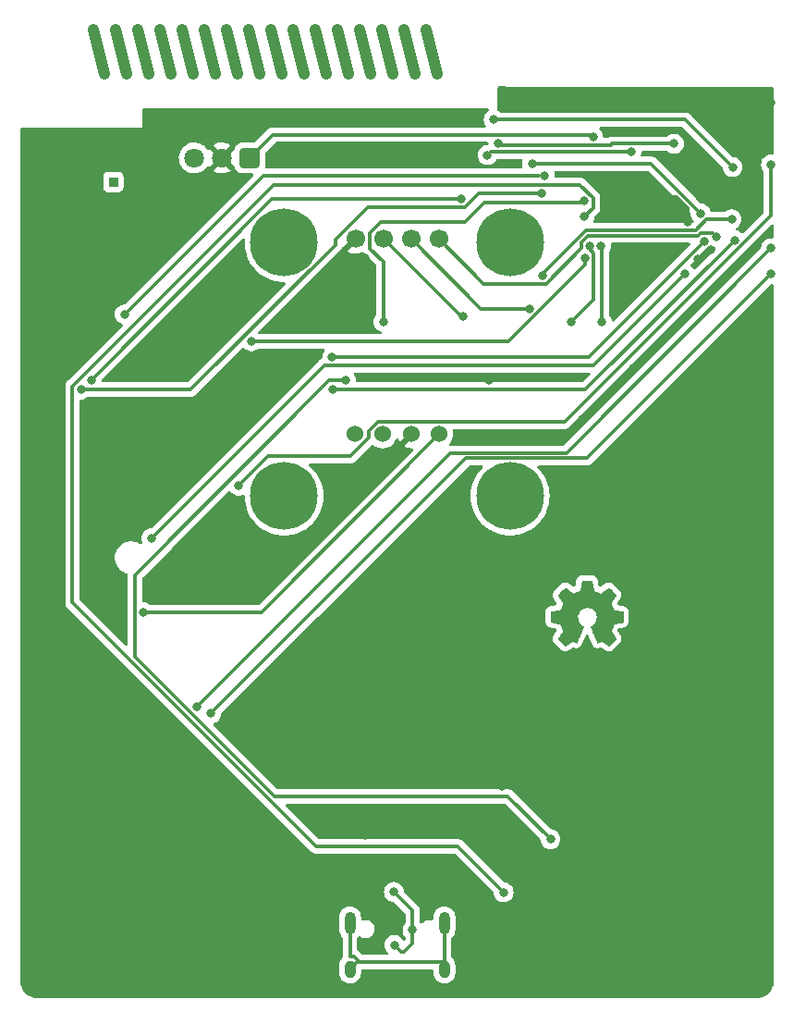
<source format=gbr>
G04 #@! TF.GenerationSoftware,KiCad,Pcbnew,6.0.11-2627ca5db0~126~ubuntu20.04.1*
G04 #@! TF.CreationDate,2023-07-03T19:04:24-05:00*
G04 #@! TF.ProjectId,iot-badge-433,696f742d-6261-4646-9765-2d3433332e6b,rev?*
G04 #@! TF.SameCoordinates,Original*
G04 #@! TF.FileFunction,Copper,L2,Bot*
G04 #@! TF.FilePolarity,Positive*
%FSLAX46Y46*%
G04 Gerber Fmt 4.6, Leading zero omitted, Abs format (unit mm)*
G04 Created by KiCad (PCBNEW 6.0.11-2627ca5db0~126~ubuntu20.04.1) date 2023-07-03 19:04:24*
%MOMM*%
%LPD*%
G01*
G04 APERTURE LIST*
G04 Aperture macros list*
%AMRoundRect*
0 Rectangle with rounded corners*
0 $1 Rounding radius*
0 $2 $3 $4 $5 $6 $7 $8 $9 X,Y pos of 4 corners*
0 Add a 4 corners polygon primitive as box body*
4,1,4,$2,$3,$4,$5,$6,$7,$8,$9,$2,$3,0*
0 Add four circle primitives for the rounded corners*
1,1,$1+$1,$2,$3*
1,1,$1+$1,$4,$5*
1,1,$1+$1,$6,$7*
1,1,$1+$1,$8,$9*
0 Add four rect primitives between the rounded corners*
20,1,$1+$1,$2,$3,$4,$5,0*
20,1,$1+$1,$4,$5,$6,$7,0*
20,1,$1+$1,$6,$7,$8,$9,0*
20,1,$1+$1,$8,$9,$2,$3,0*%
G04 Aperture macros list end*
G04 #@! TA.AperFunction,EtchedComponent*
%ADD10C,1.016000*%
G04 #@! TD*
G04 #@! TA.AperFunction,EtchedComponent*
%ADD11C,0.010000*%
G04 #@! TD*
G04 #@! TA.AperFunction,ComponentPad*
%ADD12O,1.000000X2.100000*%
G04 #@! TD*
G04 #@! TA.AperFunction,ComponentPad*
%ADD13O,1.000000X1.600000*%
G04 #@! TD*
G04 #@! TA.AperFunction,ComponentPad*
%ADD14C,1.000000*%
G04 #@! TD*
G04 #@! TA.AperFunction,ComponentPad*
%ADD15C,6.200000*%
G04 #@! TD*
G04 #@! TA.AperFunction,ComponentPad*
%ADD16C,1.700000*%
G04 #@! TD*
G04 #@! TA.AperFunction,ComponentPad*
%ADD17C,1.524000*%
G04 #@! TD*
G04 #@! TA.AperFunction,ComponentPad*
%ADD18RoundRect,0.248400X0.651600X0.651600X-0.651600X0.651600X-0.651600X-0.651600X0.651600X-0.651600X0*%
G04 #@! TD*
G04 #@! TA.AperFunction,ComponentPad*
%ADD19C,1.800000*%
G04 #@! TD*
G04 #@! TA.AperFunction,ComponentPad*
%ADD20R,0.850000X0.850000*%
G04 #@! TD*
G04 #@! TA.AperFunction,ViaPad*
%ADD21C,0.800000*%
G04 #@! TD*
G04 #@! TA.AperFunction,Conductor*
%ADD22C,0.300000*%
G04 #@! TD*
G04 APERTURE END LIST*
D10*
X132552000Y-64932000D02*
X131536000Y-60868000D01*
X138648000Y-64932000D02*
X137632000Y-60868000D01*
X126456000Y-64932000D02*
X125440000Y-60868000D01*
X110200000Y-64932000D02*
X109184000Y-60868000D01*
X116296000Y-64932000D02*
X115280000Y-60868000D01*
X130520000Y-64932000D02*
X129504000Y-60868000D01*
X124424000Y-64932000D02*
X123408000Y-60868000D01*
X108168000Y-64932000D02*
X107152000Y-60868000D01*
X134584000Y-64932000D02*
X133568000Y-60868000D01*
X114264000Y-64932000D02*
X113248000Y-60868000D01*
X118328000Y-64932000D02*
X117312000Y-60868000D01*
X120360000Y-64932000D02*
X119344000Y-60868000D01*
X112232000Y-64932000D02*
X111216000Y-60868000D01*
X122392000Y-64932000D02*
X121376000Y-60868000D01*
X128488000Y-64932000D02*
X127472000Y-60868000D01*
X136616000Y-64932000D02*
X135600000Y-60868000D01*
G36*
X152937275Y-111768931D02*
G01*
X153021095Y-112213555D01*
X153639667Y-112468551D01*
X154010707Y-112216246D01*
X154084144Y-112166506D01*
X154181499Y-112101218D01*
X154265787Y-112045454D01*
X154332631Y-112002078D01*
X154377654Y-111973953D01*
X154396478Y-111963942D01*
X154408039Y-111971061D01*
X154442596Y-112000894D01*
X154494894Y-112049852D01*
X154560500Y-112113440D01*
X154634983Y-112187163D01*
X154713913Y-112266525D01*
X154792856Y-112347031D01*
X154867384Y-112424185D01*
X154933063Y-112493493D01*
X154985463Y-112550457D01*
X155020153Y-112590584D01*
X155032701Y-112609377D01*
X155029782Y-112617451D01*
X155009571Y-112653469D01*
X154972663Y-112712744D01*
X154922050Y-112790630D01*
X154860725Y-112882481D01*
X154791679Y-112983650D01*
X154753787Y-113038826D01*
X154688606Y-113134884D01*
X154632723Y-113218717D01*
X154589117Y-113285777D01*
X154560769Y-113331519D01*
X154550657Y-113351396D01*
X154550823Y-113352497D01*
X154559743Y-113377694D01*
X154580206Y-113429147D01*
X154609360Y-113500135D01*
X154644353Y-113583935D01*
X154682332Y-113673828D01*
X154720445Y-113763091D01*
X154755839Y-113845003D01*
X154785662Y-113912843D01*
X154807061Y-113959890D01*
X154817184Y-113979422D01*
X154823174Y-113981155D01*
X154859566Y-113988969D01*
X154924427Y-114001915D01*
X155012565Y-114018979D01*
X155118787Y-114039151D01*
X155237902Y-114061418D01*
X155300683Y-114073223D01*
X155415912Y-114095748D01*
X155516662Y-114116550D01*
X155597426Y-114134435D01*
X155652698Y-114148208D01*
X155676971Y-114156674D01*
X155681331Y-114165066D01*
X155688563Y-114206072D01*
X155694246Y-114274368D01*
X155698382Y-114363529D01*
X155700977Y-114467128D01*
X155702036Y-114578740D01*
X155701561Y-114691938D01*
X155699559Y-114800296D01*
X155696033Y-114897389D01*
X155690987Y-114976790D01*
X155684427Y-115032072D01*
X155676356Y-115056810D01*
X155671458Y-115059600D01*
X155634930Y-115071569D01*
X155571565Y-115087405D01*
X155488686Y-115105374D01*
X155393618Y-115123741D01*
X155361542Y-115129591D01*
X155213393Y-115156798D01*
X155096961Y-115178663D01*
X155008209Y-115196093D01*
X154943103Y-115209996D01*
X154897606Y-115221277D01*
X154867682Y-115230843D01*
X154849294Y-115239601D01*
X154838407Y-115248457D01*
X154837142Y-115249943D01*
X154819338Y-115280931D01*
X154792994Y-115337634D01*
X154760661Y-115413399D01*
X154724893Y-115501574D01*
X154688244Y-115595507D01*
X154653266Y-115688547D01*
X154622513Y-115774041D01*
X154598538Y-115845336D01*
X154583895Y-115895782D01*
X154581136Y-115918726D01*
X154582981Y-115921703D01*
X154602075Y-115950493D01*
X154637984Y-116003595D01*
X154687378Y-116076117D01*
X154746927Y-116163167D01*
X154813303Y-116259854D01*
X154831520Y-116286456D01*
X154895577Y-116381875D01*
X154950937Y-116467212D01*
X154994439Y-116537405D01*
X155022924Y-116587394D01*
X155033232Y-116612116D01*
X155031011Y-116618616D01*
X155007858Y-116650644D01*
X154962177Y-116702945D01*
X154897241Y-116771999D01*
X154816319Y-116854286D01*
X154722685Y-116946286D01*
X154669165Y-116997781D01*
X154584542Y-117077983D01*
X154510475Y-117146678D01*
X154450941Y-117200252D01*
X154409917Y-117235085D01*
X154391381Y-117247563D01*
X154378646Y-117242938D01*
X154339436Y-117221057D01*
X154282495Y-117185273D01*
X154215250Y-117140117D01*
X154167438Y-117107165D01*
X154071985Y-117041727D01*
X153970125Y-116972228D01*
X153877088Y-116909075D01*
X153694832Y-116785800D01*
X153541841Y-116868520D01*
X153505817Y-116887613D01*
X153440303Y-116920272D01*
X153389640Y-116942819D01*
X153362564Y-116951226D01*
X153353703Y-116940430D01*
X153331699Y-116899323D01*
X153299199Y-116831549D01*
X153258010Y-116741409D01*
X153209942Y-116633205D01*
X153156802Y-116511237D01*
X153100399Y-116379808D01*
X153042542Y-116243218D01*
X152985038Y-116105767D01*
X152929697Y-115971758D01*
X152878326Y-115845491D01*
X152832735Y-115731268D01*
X152794732Y-115633390D01*
X152766124Y-115556157D01*
X152748721Y-115503871D01*
X152744331Y-115480833D01*
X152744628Y-115480160D01*
X152765077Y-115458863D01*
X152807850Y-115425508D01*
X152864117Y-115387011D01*
X152881877Y-115375256D01*
X153017014Y-115263735D01*
X153128856Y-115130906D01*
X153214755Y-114982298D01*
X153272062Y-114823440D01*
X153298131Y-114659860D01*
X153290313Y-114497088D01*
X153258644Y-114352315D01*
X153201782Y-114206124D01*
X153118888Y-114075703D01*
X153005131Y-113951813D01*
X152960433Y-113912235D01*
X152815935Y-113814723D01*
X152659838Y-113749050D01*
X152496667Y-113714630D01*
X152330943Y-113710874D01*
X152167192Y-113737194D01*
X152009936Y-113793003D01*
X151863698Y-113877714D01*
X151733004Y-113990737D01*
X151622374Y-114131487D01*
X151601105Y-114166342D01*
X151528810Y-114325655D01*
X151490415Y-114491552D01*
X151484914Y-114659737D01*
X151511301Y-114825913D01*
X151568570Y-114985784D01*
X151655717Y-115135053D01*
X151771736Y-115269423D01*
X151915622Y-115384599D01*
X151920294Y-115387702D01*
X151975964Y-115426933D01*
X152017689Y-115460286D01*
X152036746Y-115480833D01*
X152034342Y-115496941D01*
X152019391Y-115543844D01*
X151992881Y-115616539D01*
X151956620Y-115710725D01*
X151912416Y-115822098D01*
X151862076Y-115946358D01*
X151807407Y-116079202D01*
X151750218Y-116216327D01*
X151692316Y-116353432D01*
X151635510Y-116486215D01*
X151581606Y-116610374D01*
X151532412Y-116721606D01*
X151489737Y-116815609D01*
X151455387Y-116888082D01*
X151431171Y-116934722D01*
X151418897Y-116951226D01*
X151408689Y-116948991D01*
X151368586Y-116932926D01*
X151309318Y-116904759D01*
X151239619Y-116868520D01*
X151086629Y-116785800D01*
X150904373Y-116909075D01*
X150850527Y-116945579D01*
X150750374Y-117013784D01*
X150650525Y-117082098D01*
X150566211Y-117140117D01*
X150519679Y-117171736D01*
X150459200Y-117211020D01*
X150414357Y-117237912D01*
X150392455Y-117247883D01*
X150383045Y-117243650D01*
X150349031Y-117217721D01*
X150296595Y-117172070D01*
X150230301Y-117111186D01*
X150154713Y-117039561D01*
X150074396Y-116961683D01*
X149993913Y-116882045D01*
X149917829Y-116805135D01*
X149850707Y-116735445D01*
X149797112Y-116677464D01*
X149761608Y-116635684D01*
X149748759Y-116614593D01*
X149749500Y-116610581D01*
X149764793Y-116577920D01*
X149797462Y-116521412D01*
X149844350Y-116446163D01*
X149902301Y-116357275D01*
X149968157Y-116259854D01*
X149986627Y-116232982D01*
X150051482Y-116138423D01*
X150108609Y-116054827D01*
X150154678Y-115987084D01*
X150186359Y-115940086D01*
X150200324Y-115918726D01*
X150200668Y-115917811D01*
X150196546Y-115891678D01*
X150180807Y-115838740D01*
X150156004Y-115765647D01*
X150124689Y-115679052D01*
X150089417Y-115585608D01*
X150052740Y-115491965D01*
X150017212Y-115404777D01*
X149985386Y-115330695D01*
X149959816Y-115276371D01*
X149943053Y-115248457D01*
X149941374Y-115246724D01*
X149929372Y-115237956D01*
X149909103Y-115229115D01*
X149876529Y-115219292D01*
X149827616Y-115207583D01*
X149758327Y-115193080D01*
X149664625Y-115174876D01*
X149542476Y-115152066D01*
X149387842Y-115123741D01*
X149355770Y-115117780D01*
X149263893Y-115099352D01*
X149186607Y-115081892D01*
X149131236Y-115067133D01*
X149105105Y-115056810D01*
X149100733Y-115048197D01*
X149093445Y-115006826D01*
X149087669Y-114938241D01*
X149083410Y-114848868D01*
X149080673Y-114745135D01*
X149079462Y-114633465D01*
X149079782Y-114520287D01*
X149081636Y-114412026D01*
X149085030Y-114315108D01*
X149089967Y-114235959D01*
X149096452Y-114181006D01*
X149104489Y-114156674D01*
X149112696Y-114153079D01*
X149153519Y-114141748D01*
X149222524Y-114125722D01*
X149314203Y-114106195D01*
X149423050Y-114084362D01*
X149543558Y-114061418D01*
X149609357Y-114049159D01*
X149722135Y-114027901D01*
X149819207Y-114009287D01*
X149895382Y-113994328D01*
X149945469Y-113984036D01*
X149964276Y-113979422D01*
X149964983Y-113978471D01*
X149976961Y-113954310D01*
X149999794Y-113903694D01*
X150030630Y-113833338D01*
X150066613Y-113749958D01*
X150104891Y-113660270D01*
X150142609Y-113570989D01*
X150176913Y-113488832D01*
X150204949Y-113420513D01*
X150223864Y-113372748D01*
X150230803Y-113352254D01*
X150227742Y-113345043D01*
X150207372Y-113310728D01*
X150170422Y-113252970D01*
X150119860Y-113176299D01*
X150058657Y-113085248D01*
X149989781Y-112984350D01*
X149951994Y-112929093D01*
X149886782Y-112832215D01*
X149830871Y-112747193D01*
X149787241Y-112678662D01*
X149758877Y-112631260D01*
X149748759Y-112609623D01*
X149755790Y-112597887D01*
X149785197Y-112562818D01*
X149833441Y-112509745D01*
X149896093Y-112443164D01*
X149968725Y-112367574D01*
X150046908Y-112287472D01*
X150126214Y-112207354D01*
X150202213Y-112131718D01*
X150270478Y-112065062D01*
X150326580Y-112011882D01*
X150366090Y-111976676D01*
X150384579Y-111963942D01*
X150394843Y-111968893D01*
X150432530Y-111991857D01*
X150493348Y-112030938D01*
X150572913Y-112083272D01*
X150666843Y-112145996D01*
X150770754Y-112216246D01*
X151141794Y-112468551D01*
X151451080Y-112341053D01*
X151760365Y-112213555D01*
X151844186Y-111768931D01*
X151928006Y-111324307D01*
X152853454Y-111324307D01*
X152937275Y-111768931D01*
G37*
D11*
X152937275Y-111768931D02*
X153021095Y-112213555D01*
X153639667Y-112468551D01*
X154010707Y-112216246D01*
X154084144Y-112166506D01*
X154181499Y-112101218D01*
X154265787Y-112045454D01*
X154332631Y-112002078D01*
X154377654Y-111973953D01*
X154396478Y-111963942D01*
X154408039Y-111971061D01*
X154442596Y-112000894D01*
X154494894Y-112049852D01*
X154560500Y-112113440D01*
X154634983Y-112187163D01*
X154713913Y-112266525D01*
X154792856Y-112347031D01*
X154867384Y-112424185D01*
X154933063Y-112493493D01*
X154985463Y-112550457D01*
X155020153Y-112590584D01*
X155032701Y-112609377D01*
X155029782Y-112617451D01*
X155009571Y-112653469D01*
X154972663Y-112712744D01*
X154922050Y-112790630D01*
X154860725Y-112882481D01*
X154791679Y-112983650D01*
X154753787Y-113038826D01*
X154688606Y-113134884D01*
X154632723Y-113218717D01*
X154589117Y-113285777D01*
X154560769Y-113331519D01*
X154550657Y-113351396D01*
X154550823Y-113352497D01*
X154559743Y-113377694D01*
X154580206Y-113429147D01*
X154609360Y-113500135D01*
X154644353Y-113583935D01*
X154682332Y-113673828D01*
X154720445Y-113763091D01*
X154755839Y-113845003D01*
X154785662Y-113912843D01*
X154807061Y-113959890D01*
X154817184Y-113979422D01*
X154823174Y-113981155D01*
X154859566Y-113988969D01*
X154924427Y-114001915D01*
X155012565Y-114018979D01*
X155118787Y-114039151D01*
X155237902Y-114061418D01*
X155300683Y-114073223D01*
X155415912Y-114095748D01*
X155516662Y-114116550D01*
X155597426Y-114134435D01*
X155652698Y-114148208D01*
X155676971Y-114156674D01*
X155681331Y-114165066D01*
X155688563Y-114206072D01*
X155694246Y-114274368D01*
X155698382Y-114363529D01*
X155700977Y-114467128D01*
X155702036Y-114578740D01*
X155701561Y-114691938D01*
X155699559Y-114800296D01*
X155696033Y-114897389D01*
X155690987Y-114976790D01*
X155684427Y-115032072D01*
X155676356Y-115056810D01*
X155671458Y-115059600D01*
X155634930Y-115071569D01*
X155571565Y-115087405D01*
X155488686Y-115105374D01*
X155393618Y-115123741D01*
X155361542Y-115129591D01*
X155213393Y-115156798D01*
X155096961Y-115178663D01*
X155008209Y-115196093D01*
X154943103Y-115209996D01*
X154897606Y-115221277D01*
X154867682Y-115230843D01*
X154849294Y-115239601D01*
X154838407Y-115248457D01*
X154837142Y-115249943D01*
X154819338Y-115280931D01*
X154792994Y-115337634D01*
X154760661Y-115413399D01*
X154724893Y-115501574D01*
X154688244Y-115595507D01*
X154653266Y-115688547D01*
X154622513Y-115774041D01*
X154598538Y-115845336D01*
X154583895Y-115895782D01*
X154581136Y-115918726D01*
X154582981Y-115921703D01*
X154602075Y-115950493D01*
X154637984Y-116003595D01*
X154687378Y-116076117D01*
X154746927Y-116163167D01*
X154813303Y-116259854D01*
X154831520Y-116286456D01*
X154895577Y-116381875D01*
X154950937Y-116467212D01*
X154994439Y-116537405D01*
X155022924Y-116587394D01*
X155033232Y-116612116D01*
X155031011Y-116618616D01*
X155007858Y-116650644D01*
X154962177Y-116702945D01*
X154897241Y-116771999D01*
X154816319Y-116854286D01*
X154722685Y-116946286D01*
X154669165Y-116997781D01*
X154584542Y-117077983D01*
X154510475Y-117146678D01*
X154450941Y-117200252D01*
X154409917Y-117235085D01*
X154391381Y-117247563D01*
X154378646Y-117242938D01*
X154339436Y-117221057D01*
X154282495Y-117185273D01*
X154215250Y-117140117D01*
X154167438Y-117107165D01*
X154071985Y-117041727D01*
X153970125Y-116972228D01*
X153877088Y-116909075D01*
X153694832Y-116785800D01*
X153541841Y-116868520D01*
X153505817Y-116887613D01*
X153440303Y-116920272D01*
X153389640Y-116942819D01*
X153362564Y-116951226D01*
X153353703Y-116940430D01*
X153331699Y-116899323D01*
X153299199Y-116831549D01*
X153258010Y-116741409D01*
X153209942Y-116633205D01*
X153156802Y-116511237D01*
X153100399Y-116379808D01*
X153042542Y-116243218D01*
X152985038Y-116105767D01*
X152929697Y-115971758D01*
X152878326Y-115845491D01*
X152832735Y-115731268D01*
X152794732Y-115633390D01*
X152766124Y-115556157D01*
X152748721Y-115503871D01*
X152744331Y-115480833D01*
X152744628Y-115480160D01*
X152765077Y-115458863D01*
X152807850Y-115425508D01*
X152864117Y-115387011D01*
X152881877Y-115375256D01*
X153017014Y-115263735D01*
X153128856Y-115130906D01*
X153214755Y-114982298D01*
X153272062Y-114823440D01*
X153298131Y-114659860D01*
X153290313Y-114497088D01*
X153258644Y-114352315D01*
X153201782Y-114206124D01*
X153118888Y-114075703D01*
X153005131Y-113951813D01*
X152960433Y-113912235D01*
X152815935Y-113814723D01*
X152659838Y-113749050D01*
X152496667Y-113714630D01*
X152330943Y-113710874D01*
X152167192Y-113737194D01*
X152009936Y-113793003D01*
X151863698Y-113877714D01*
X151733004Y-113990737D01*
X151622374Y-114131487D01*
X151601105Y-114166342D01*
X151528810Y-114325655D01*
X151490415Y-114491552D01*
X151484914Y-114659737D01*
X151511301Y-114825913D01*
X151568570Y-114985784D01*
X151655717Y-115135053D01*
X151771736Y-115269423D01*
X151915622Y-115384599D01*
X151920294Y-115387702D01*
X151975964Y-115426933D01*
X152017689Y-115460286D01*
X152036746Y-115480833D01*
X152034342Y-115496941D01*
X152019391Y-115543844D01*
X151992881Y-115616539D01*
X151956620Y-115710725D01*
X151912416Y-115822098D01*
X151862076Y-115946358D01*
X151807407Y-116079202D01*
X151750218Y-116216327D01*
X151692316Y-116353432D01*
X151635510Y-116486215D01*
X151581606Y-116610374D01*
X151532412Y-116721606D01*
X151489737Y-116815609D01*
X151455387Y-116888082D01*
X151431171Y-116934722D01*
X151418897Y-116951226D01*
X151408689Y-116948991D01*
X151368586Y-116932926D01*
X151309318Y-116904759D01*
X151239619Y-116868520D01*
X151086629Y-116785800D01*
X150904373Y-116909075D01*
X150850527Y-116945579D01*
X150750374Y-117013784D01*
X150650525Y-117082098D01*
X150566211Y-117140117D01*
X150519679Y-117171736D01*
X150459200Y-117211020D01*
X150414357Y-117237912D01*
X150392455Y-117247883D01*
X150383045Y-117243650D01*
X150349031Y-117217721D01*
X150296595Y-117172070D01*
X150230301Y-117111186D01*
X150154713Y-117039561D01*
X150074396Y-116961683D01*
X149993913Y-116882045D01*
X149917829Y-116805135D01*
X149850707Y-116735445D01*
X149797112Y-116677464D01*
X149761608Y-116635684D01*
X149748759Y-116614593D01*
X149749500Y-116610581D01*
X149764793Y-116577920D01*
X149797462Y-116521412D01*
X149844350Y-116446163D01*
X149902301Y-116357275D01*
X149968157Y-116259854D01*
X149986627Y-116232982D01*
X150051482Y-116138423D01*
X150108609Y-116054827D01*
X150154678Y-115987084D01*
X150186359Y-115940086D01*
X150200324Y-115918726D01*
X150200668Y-115917811D01*
X150196546Y-115891678D01*
X150180807Y-115838740D01*
X150156004Y-115765647D01*
X150124689Y-115679052D01*
X150089417Y-115585608D01*
X150052740Y-115491965D01*
X150017212Y-115404777D01*
X149985386Y-115330695D01*
X149959816Y-115276371D01*
X149943053Y-115248457D01*
X149941374Y-115246724D01*
X149929372Y-115237956D01*
X149909103Y-115229115D01*
X149876529Y-115219292D01*
X149827616Y-115207583D01*
X149758327Y-115193080D01*
X149664625Y-115174876D01*
X149542476Y-115152066D01*
X149387842Y-115123741D01*
X149355770Y-115117780D01*
X149263893Y-115099352D01*
X149186607Y-115081892D01*
X149131236Y-115067133D01*
X149105105Y-115056810D01*
X149100733Y-115048197D01*
X149093445Y-115006826D01*
X149087669Y-114938241D01*
X149083410Y-114848868D01*
X149080673Y-114745135D01*
X149079462Y-114633465D01*
X149079782Y-114520287D01*
X149081636Y-114412026D01*
X149085030Y-114315108D01*
X149089967Y-114235959D01*
X149096452Y-114181006D01*
X149104489Y-114156674D01*
X149112696Y-114153079D01*
X149153519Y-114141748D01*
X149222524Y-114125722D01*
X149314203Y-114106195D01*
X149423050Y-114084362D01*
X149543558Y-114061418D01*
X149609357Y-114049159D01*
X149722135Y-114027901D01*
X149819207Y-114009287D01*
X149895382Y-113994328D01*
X149945469Y-113984036D01*
X149964276Y-113979422D01*
X149964983Y-113978471D01*
X149976961Y-113954310D01*
X149999794Y-113903694D01*
X150030630Y-113833338D01*
X150066613Y-113749958D01*
X150104891Y-113660270D01*
X150142609Y-113570989D01*
X150176913Y-113488832D01*
X150204949Y-113420513D01*
X150223864Y-113372748D01*
X150230803Y-113352254D01*
X150227742Y-113345043D01*
X150207372Y-113310728D01*
X150170422Y-113252970D01*
X150119860Y-113176299D01*
X150058657Y-113085248D01*
X149989781Y-112984350D01*
X149951994Y-112929093D01*
X149886782Y-112832215D01*
X149830871Y-112747193D01*
X149787241Y-112678662D01*
X149758877Y-112631260D01*
X149748759Y-112609623D01*
X149755790Y-112597887D01*
X149785197Y-112562818D01*
X149833441Y-112509745D01*
X149896093Y-112443164D01*
X149968725Y-112367574D01*
X150046908Y-112287472D01*
X150126214Y-112207354D01*
X150202213Y-112131718D01*
X150270478Y-112065062D01*
X150326580Y-112011882D01*
X150366090Y-111976676D01*
X150384579Y-111963942D01*
X150394843Y-111968893D01*
X150432530Y-111991857D01*
X150493348Y-112030938D01*
X150572913Y-112083272D01*
X150666843Y-112145996D01*
X150770754Y-112216246D01*
X151141794Y-112468551D01*
X151451080Y-112341053D01*
X151760365Y-112213555D01*
X151844186Y-111768931D01*
X151928006Y-111324307D01*
X152853454Y-111324307D01*
X152937275Y-111768931D01*
D12*
X130680000Y-142666000D03*
D13*
X139320000Y-146846000D03*
X130680000Y-146846000D03*
D12*
X139320000Y-142666000D03*
D14*
X127472000Y-60868000D03*
X115280000Y-60868000D03*
X123408000Y-60868000D03*
X121376000Y-60868000D03*
X113248000Y-60868000D03*
X118328000Y-64932000D03*
X138648000Y-64932000D03*
X116296000Y-64932000D03*
X108168000Y-64932000D03*
X126456000Y-64932000D03*
X110200000Y-64932000D03*
X136616000Y-64932000D03*
X122392000Y-64932000D03*
X117312000Y-60868000D03*
X134584000Y-64932000D03*
X120360000Y-64932000D03*
X111216000Y-60868000D03*
X112232000Y-64932000D03*
X133568000Y-60868000D03*
X107152000Y-60868000D03*
X119344000Y-60868000D03*
X132552000Y-64932000D03*
X128488000Y-64932000D03*
X130520000Y-64932000D03*
X109184000Y-60868000D03*
X137632000Y-60868000D03*
X124424000Y-64932000D03*
X125440000Y-60868000D03*
X129504000Y-60868000D03*
X114264000Y-64932000D03*
X135600000Y-60868000D03*
X131536000Y-60868000D03*
D15*
X145350000Y-103548000D03*
X145350000Y-80348000D03*
X124650000Y-80348000D03*
X124650000Y-103548000D03*
D16*
X131190000Y-79998000D03*
X133730000Y-79998000D03*
X136270000Y-79998000D03*
X138810000Y-79998000D03*
D17*
X131137000Y-97898000D03*
X133677000Y-97898000D03*
X136323000Y-97898000D03*
X138863000Y-97898000D03*
D18*
X121500000Y-72600000D03*
D19*
X118960000Y-72600000D03*
X116420000Y-72600000D03*
D20*
X109000000Y-74800000D03*
D21*
X147116000Y-86392900D03*
X164268000Y-79838700D03*
X169245000Y-73198500D03*
X120475000Y-102603000D03*
X148533000Y-74251000D03*
X110058000Y-86919000D03*
X106046000Y-93800400D03*
X148247000Y-75839700D03*
X140894000Y-76375600D03*
X106985000Y-92933800D03*
X121662000Y-89393800D03*
X152227000Y-81771600D03*
X129115000Y-93792800D03*
X165896000Y-80128600D03*
X148340000Y-83339700D03*
X165651000Y-78222100D03*
X129052000Y-90819600D03*
X163124000Y-80213500D03*
X111725000Y-114177000D03*
X140000000Y-103000000D03*
X104600000Y-79200000D03*
X110500000Y-76400000D03*
X125816000Y-137063000D03*
X158000000Y-75345000D03*
X161624000Y-78450200D03*
X132080000Y-81800000D03*
X104600000Y-78000000D03*
X106772000Y-141286000D03*
X167640000Y-88900000D03*
X152550000Y-148077000D03*
X127000000Y-124600000D03*
X124460000Y-127000000D03*
X113700000Y-75700000D03*
X167640000Y-99060000D03*
X114300000Y-70800000D03*
X137534000Y-132943000D03*
X104600000Y-75600000D03*
X107000000Y-86360000D03*
X106000000Y-80800000D03*
X109100000Y-73000000D03*
X103700000Y-73400000D03*
X163462600Y-96968100D03*
X105800000Y-79600000D03*
X160090000Y-148077000D03*
X143424700Y-92967100D03*
X162560000Y-73660000D03*
X121920000Y-148500000D03*
X107400000Y-71800000D03*
X116945000Y-140822000D03*
X116909500Y-86099700D03*
X144272000Y-132588000D03*
X116840000Y-134620000D03*
X105800000Y-86360000D03*
X107200000Y-70600000D03*
X142240000Y-126300000D03*
X168230000Y-144367000D03*
X117250000Y-98072300D03*
X104600000Y-76800000D03*
X149860000Y-129540000D03*
X102500000Y-70600000D03*
X154940000Y-148500000D03*
X114300000Y-73200000D03*
X105200000Y-83750500D03*
X169245000Y-67547500D03*
X109800000Y-70600000D03*
X127000000Y-137160000D03*
X157250000Y-100118200D03*
X108800000Y-84500000D03*
X112500000Y-69700000D03*
X109300000Y-79700000D03*
X113700000Y-69700000D03*
X129540000Y-139700000D03*
X108100000Y-85600000D03*
X163775109Y-80971829D03*
X106000000Y-83100000D03*
X164250000Y-118159000D03*
X110200000Y-77600000D03*
X160020000Y-81280000D03*
X168000000Y-148500000D03*
X112500000Y-75700000D03*
X104140000Y-83750500D03*
X116942000Y-129040000D03*
X114214000Y-148873000D03*
X104600000Y-74300000D03*
X156611400Y-91849400D03*
X160020000Y-114300000D03*
X122160000Y-141328000D03*
X152550000Y-133745000D03*
X108800000Y-82100000D03*
X114435000Y-133659000D03*
X107500000Y-73000000D03*
X129540000Y-85500000D03*
X144611000Y-130084000D03*
X111760000Y-137160000D03*
X101505000Y-86510600D03*
X114300000Y-74400000D03*
X108800000Y-83300000D03*
X108800000Y-80900000D03*
X167307000Y-101749100D03*
X157984000Y-133745000D03*
X144750000Y-148077000D03*
X132080000Y-134620000D03*
X106000000Y-82000000D03*
X102500000Y-71800000D03*
X152000000Y-96520000D03*
X110200000Y-78800000D03*
X111300000Y-75700000D03*
X162540425Y-81857040D03*
X114300000Y-72000000D03*
X134300000Y-71640900D03*
X109229000Y-136724000D03*
X102500000Y-73200000D03*
X109100000Y-71800000D03*
X165100000Y-67000000D03*
X101905000Y-101749000D03*
X153691000Y-80656000D03*
X153755000Y-87630600D03*
X134750000Y-144650000D03*
X134700000Y-139782000D03*
X136415000Y-143256000D03*
X141009000Y-87136600D03*
X152632000Y-80644300D03*
X150927000Y-87646300D03*
X165735000Y-73438000D03*
X143850000Y-69107100D03*
X144288000Y-71273300D03*
X160364000Y-71306500D03*
X156450000Y-72064900D03*
X143278000Y-72336000D03*
X147357000Y-73140100D03*
X162801000Y-77678900D03*
X152161000Y-76523900D03*
X133742000Y-87610200D03*
X130308000Y-92967100D03*
X149053000Y-134955000D03*
X152158000Y-77986800D03*
X144750000Y-139819000D03*
X161368000Y-83217900D03*
X112486000Y-107420000D03*
X169245000Y-83235000D03*
X117957000Y-123448000D03*
X116667000Y-122824000D03*
X169245000Y-80862400D03*
X152944000Y-70648800D03*
D22*
X136270000Y-79998000D02*
X142665000Y-86392900D01*
X142665000Y-86392900D02*
X147116000Y-86392900D01*
X148626000Y-84115200D02*
X151882000Y-80859400D01*
X142927000Y-84115200D02*
X148626000Y-84115200D01*
X162577000Y-79699800D02*
X162814000Y-79463400D01*
X162814000Y-79463400D02*
X163893000Y-79463400D01*
X151882000Y-80333700D02*
X152516000Y-79699800D01*
X163893000Y-79463400D02*
X164268000Y-79838700D01*
X138810000Y-79998000D02*
X142927000Y-84115200D01*
X151882000Y-80859400D02*
X151882000Y-80333700D01*
X152516000Y-79699800D02*
X162577000Y-79699800D01*
X123169000Y-99909400D02*
X130707000Y-99909400D01*
X133237000Y-96756900D02*
X150328000Y-96756900D01*
X132407000Y-97586700D02*
X133237000Y-96756900D01*
X150328000Y-96756900D02*
X169245000Y-77840400D01*
X169245000Y-77840400D02*
X169245000Y-73198500D01*
X132407000Y-98209700D02*
X132407000Y-97586700D01*
X130707000Y-99909400D02*
X132407000Y-98209700D01*
X120475000Y-102603000D02*
X123169000Y-99909400D01*
X110058000Y-86919000D02*
X122726000Y-74251000D01*
X122726000Y-74251000D02*
X148000000Y-74251000D01*
X132312000Y-77125700D02*
X141205000Y-77125700D01*
X129323000Y-80554000D02*
X129323000Y-80114800D01*
X129323000Y-80114800D02*
X132312000Y-77125700D01*
X141205000Y-77125700D02*
X142491000Y-75839700D01*
X142491000Y-75839700D02*
X148247000Y-75839700D01*
X116077000Y-93800400D02*
X129323000Y-80554000D01*
X106046000Y-93800400D02*
X116077000Y-93800400D01*
X106985000Y-92933800D02*
X123544000Y-76375600D01*
X123544000Y-76375600D02*
X140894000Y-76375600D01*
X152227000Y-82343000D02*
X152227000Y-81771600D01*
X121662000Y-89393800D02*
X145176000Y-89393800D01*
X145176000Y-89393800D02*
X152227000Y-82343000D01*
X152232000Y-93792800D02*
X129115000Y-93792800D01*
X165896000Y-80128600D02*
X152232000Y-93792800D01*
X152309000Y-79199700D02*
X162370000Y-79199700D01*
X148340000Y-83168900D02*
X152309000Y-79199700D01*
X162370000Y-79199700D02*
X163348000Y-78222100D01*
X148340000Y-83339700D02*
X148340000Y-83168900D01*
X163348000Y-78222100D02*
X165651000Y-78222100D01*
X129052000Y-90819600D02*
X152518000Y-90819600D01*
X152518000Y-90819600D02*
X163124000Y-80213500D01*
X138863000Y-97898000D02*
X122584000Y-114177000D01*
X122584000Y-114177000D02*
X111725000Y-114177000D01*
X160615000Y-76200000D02*
X158855000Y-76200000D01*
X163775109Y-80971829D02*
X163425636Y-80971829D01*
X161624000Y-78450200D02*
X161624000Y-77209400D01*
X158855000Y-76200000D02*
X158000000Y-75345000D01*
X161624000Y-77209400D02*
X160615000Y-76200000D01*
X167640000Y-99060000D02*
X167640000Y-88900000D01*
X163425636Y-80971829D02*
X162540425Y-81857040D01*
X131528000Y-146192000D02*
X131032000Y-145696000D01*
X131334000Y-146192000D02*
X130680000Y-146846000D01*
X131528000Y-146192000D02*
X131334000Y-146192000D01*
X139320000Y-146192000D02*
X131528000Y-146192000D01*
X139320000Y-142666000D02*
X139320000Y-146192000D01*
X130680000Y-145696000D02*
X130680000Y-142666000D01*
X131032000Y-145696000D02*
X130680000Y-145696000D01*
X139320000Y-146192000D02*
X139320000Y-146846000D01*
X153755000Y-87630600D02*
X153755000Y-80720000D01*
X153755000Y-80720000D02*
X153691000Y-80656000D01*
X136415000Y-141497000D02*
X134700000Y-139782000D01*
X134750000Y-144650000D02*
X135388000Y-145288000D01*
X135388000Y-145288000D02*
X135636000Y-145288000D01*
X136415000Y-143256000D02*
X136415000Y-141497000D01*
X135636000Y-145288000D02*
X136415000Y-144509000D01*
X136415000Y-144509000D02*
X136415000Y-143256000D01*
X140869000Y-87136600D02*
X141009000Y-87136600D01*
X133730000Y-79998000D02*
X140869000Y-87136600D01*
X152632000Y-80644300D02*
X152632000Y-80925500D01*
X153020000Y-81313700D02*
X153020000Y-85553000D01*
X152632000Y-80925500D02*
X153020000Y-81313700D01*
X153020000Y-85553000D02*
X150927000Y-87646300D01*
X165735000Y-73438000D02*
X161404000Y-69107100D01*
X161404000Y-69107100D02*
X143850000Y-69107100D01*
X154600000Y-71399000D02*
X154693000Y-71306500D01*
X144414000Y-71399000D02*
X154600000Y-71399000D01*
X144288000Y-71273300D02*
X144414000Y-71399000D01*
X154693000Y-71306500D02*
X160364000Y-71306500D01*
X143549000Y-72064900D02*
X143278000Y-72336000D01*
X156450000Y-72064900D02*
X143549000Y-72064900D01*
X158263000Y-73140100D02*
X147357000Y-73140100D01*
X162801000Y-77678900D02*
X158263000Y-73140100D01*
X132527000Y-80904200D02*
X132527000Y-79496100D01*
X141181000Y-78496900D02*
X143008000Y-76670400D01*
X145149000Y-131051000D02*
X123766000Y-131051000D01*
X133742000Y-82119900D02*
X132527000Y-80904200D01*
X149053000Y-134955000D02*
X145149000Y-131051000D01*
X128789000Y-92967100D02*
X130308000Y-92967100D01*
X123766000Y-131051000D02*
X110970000Y-118254000D01*
X152014000Y-76670400D02*
X152161000Y-76523900D01*
X143008000Y-76670400D02*
X152014000Y-76670400D01*
X133526000Y-78496900D02*
X141181000Y-78496900D01*
X133742000Y-87610200D02*
X133742000Y-82119900D01*
X110970000Y-118254000D02*
X110970000Y-110786000D01*
X110970000Y-110786000D02*
X128789000Y-92967100D01*
X132527000Y-79496100D02*
X133526000Y-78496900D01*
X123711000Y-75045400D02*
X151752000Y-75045400D01*
X152954000Y-76248200D02*
X152954000Y-77190100D01*
X152954000Y-77190100D02*
X152158000Y-77986800D01*
X144750000Y-139819000D02*
X140546000Y-135615000D01*
X105258000Y-113293000D02*
X105258000Y-93497800D01*
X140546000Y-135615000D02*
X127580000Y-135615000D01*
X151752000Y-75045400D02*
X152954000Y-76248200D01*
X127580000Y-135615000D02*
X105258000Y-113293000D01*
X105258000Y-93497800D02*
X123711000Y-75045400D01*
X161368000Y-83217900D02*
X153016000Y-91569800D01*
X153016000Y-91569800D02*
X128337000Y-91569800D01*
X128337000Y-91569800D02*
X112486000Y-107420000D01*
X141309000Y-100096000D02*
X152384000Y-100096000D01*
X117957000Y-123448000D02*
X141309000Y-100096000D01*
X152384000Y-100096000D02*
X169245000Y-83235000D01*
X139895000Y-99596000D02*
X150511000Y-99596000D01*
X150511000Y-99596000D02*
X169245000Y-80862400D01*
X116667000Y-122824000D02*
X139895000Y-99596000D01*
X152777000Y-70481800D02*
X152944000Y-70648800D01*
X121500000Y-72600000D02*
X123618000Y-70481800D01*
X123618000Y-70481800D02*
X152777000Y-70481800D01*
G04 #@! TA.AperFunction,Conductor*
G36*
X143385720Y-68109202D02*
G01*
X143432213Y-68162858D01*
X143442317Y-68233132D01*
X143412823Y-68297712D01*
X143391661Y-68317135D01*
X143238747Y-68428234D01*
X143110960Y-68570156D01*
X143015473Y-68735544D01*
X142956458Y-68917172D01*
X142936496Y-69107100D01*
X142956458Y-69297028D01*
X143015473Y-69478656D01*
X143018776Y-69484378D01*
X143018777Y-69484379D01*
X143105334Y-69634300D01*
X143122072Y-69703295D01*
X143098852Y-69770387D01*
X143043044Y-69814274D01*
X142996215Y-69823300D01*
X123700070Y-69823300D01*
X123688218Y-69822741D01*
X123688164Y-69822736D01*
X123680432Y-69821008D01*
X123672516Y-69821257D01*
X123672514Y-69821257D01*
X123609581Y-69823238D01*
X123605617Y-69823300D01*
X123576568Y-69823300D01*
X123572162Y-69823856D01*
X123560342Y-69824788D01*
X123514138Y-69826242D01*
X123506527Y-69828454D01*
X123506524Y-69828454D01*
X123493556Y-69832222D01*
X123474190Y-69836233D01*
X123452936Y-69838918D01*
X123445564Y-69841837D01*
X123445559Y-69841838D01*
X123409971Y-69855928D01*
X123398749Y-69859771D01*
X123393192Y-69861386D01*
X123354371Y-69872667D01*
X123347549Y-69876702D01*
X123347542Y-69876705D01*
X123335921Y-69883578D01*
X123318167Y-69892276D01*
X123305621Y-69897244D01*
X123298244Y-69900165D01*
X123291829Y-69904826D01*
X123291827Y-69904827D01*
X123260866Y-69927322D01*
X123250952Y-69933836D01*
X123211168Y-69957366D01*
X123196010Y-69972526D01*
X123180975Y-69985367D01*
X123163643Y-69997959D01*
X123134192Y-70033560D01*
X123126207Y-70042335D01*
X122014056Y-71154591D01*
X121951745Y-71188619D01*
X121924956Y-71191500D01*
X120867558Y-71191501D01*
X120798106Y-71191501D01*
X120794862Y-71191838D01*
X120794854Y-71191838D01*
X120741113Y-71197414D01*
X120692563Y-71202451D01*
X120625411Y-71224855D01*
X120532082Y-71255992D01*
X120532080Y-71255993D01*
X120525138Y-71258309D01*
X120476631Y-71288326D01*
X120436155Y-71313373D01*
X120375052Y-71351184D01*
X120369880Y-71356365D01*
X120324236Y-71402089D01*
X120250359Y-71476096D01*
X120246519Y-71482326D01*
X120246518Y-71482327D01*
X120192364Y-71570181D01*
X120157745Y-71626342D01*
X120102180Y-71793865D01*
X120100633Y-71793352D01*
X120070526Y-71848685D01*
X119332021Y-72587189D01*
X119324408Y-72601132D01*
X119324539Y-72602966D01*
X119328790Y-72609580D01*
X120070534Y-73351323D01*
X120101325Y-73407813D01*
X120102451Y-73407437D01*
X120104633Y-73413977D01*
X120104634Y-73413982D01*
X120155992Y-73567918D01*
X120158309Y-73574862D01*
X120187086Y-73621365D01*
X120223057Y-73679494D01*
X120251184Y-73724948D01*
X120376096Y-73849641D01*
X120382326Y-73853481D01*
X120382327Y-73853482D01*
X120497352Y-73924385D01*
X120526342Y-73942255D01*
X120693865Y-73997820D01*
X120700701Y-73998520D01*
X120700704Y-73998521D01*
X120745165Y-74003076D01*
X120798105Y-74008500D01*
X120811073Y-74008500D01*
X121733053Y-74008499D01*
X121801173Y-74028501D01*
X121847666Y-74082157D01*
X121857770Y-74152431D01*
X121828277Y-74217011D01*
X121822147Y-74223594D01*
X115943885Y-80101855D01*
X110072145Y-85973595D01*
X110009833Y-86007621D01*
X109983050Y-86010500D01*
X109962513Y-86010500D01*
X109956061Y-86011872D01*
X109956056Y-86011872D01*
X109869112Y-86030353D01*
X109775712Y-86050206D01*
X109769682Y-86052891D01*
X109769681Y-86052891D01*
X109607278Y-86125197D01*
X109607276Y-86125198D01*
X109601248Y-86127882D01*
X109446747Y-86240134D01*
X109318960Y-86382056D01*
X109223473Y-86547444D01*
X109164458Y-86729072D01*
X109163768Y-86735633D01*
X109163768Y-86735635D01*
X109150224Y-86864499D01*
X109144496Y-86919000D01*
X109145186Y-86925565D01*
X109158575Y-87052951D01*
X109164458Y-87108928D01*
X109223473Y-87290556D01*
X109318960Y-87455944D01*
X109323378Y-87460851D01*
X109323379Y-87460852D01*
X109360313Y-87501871D01*
X109446747Y-87597866D01*
X109601248Y-87710118D01*
X109607276Y-87712802D01*
X109607278Y-87712803D01*
X109769683Y-87785110D01*
X109769685Y-87785111D01*
X109775712Y-87787794D01*
X109778881Y-87788468D01*
X109836458Y-87827837D01*
X109864095Y-87893234D01*
X109851988Y-87963190D01*
X109828011Y-87996692D01*
X106783302Y-91041303D01*
X104850398Y-92974144D01*
X104841618Y-92982133D01*
X104841615Y-92982136D01*
X104834920Y-92986384D01*
X104829494Y-92992162D01*
X104829488Y-92992167D01*
X104786401Y-93038051D01*
X104783677Y-93040863D01*
X104763080Y-93061459D01*
X104760658Y-93064581D01*
X104760652Y-93064588D01*
X104760352Y-93064975D01*
X104752646Y-93073997D01*
X104721028Y-93107667D01*
X104717210Y-93114612D01*
X104717207Y-93114616D01*
X104710700Y-93126451D01*
X104699846Y-93142975D01*
X104691561Y-93153656D01*
X104691559Y-93153659D01*
X104686701Y-93159922D01*
X104683553Y-93167197D01*
X104668348Y-93202331D01*
X104663127Y-93212988D01*
X104640876Y-93253463D01*
X104635545Y-93274227D01*
X104629141Y-93292929D01*
X104620623Y-93312613D01*
X104619383Y-93320442D01*
X104619382Y-93320445D01*
X104613393Y-93358258D01*
X104610985Y-93369881D01*
X104599500Y-93414612D01*
X104599500Y-93436048D01*
X104597948Y-93455760D01*
X104595834Y-93469105D01*
X104595834Y-93469114D01*
X104594594Y-93476941D01*
X104595340Y-93484833D01*
X104598941Y-93522934D01*
X104599500Y-93534790D01*
X104599500Y-113210944D01*
X104598941Y-113222800D01*
X104597212Y-113230537D01*
X104597461Y-113238459D01*
X104599438Y-113301369D01*
X104599500Y-113305327D01*
X104599500Y-113334432D01*
X104600056Y-113338832D01*
X104600988Y-113350664D01*
X104602438Y-113396831D01*
X104607274Y-113413474D01*
X104608419Y-113417416D01*
X104612430Y-113436782D01*
X104615118Y-113458064D01*
X104618034Y-113465429D01*
X104618035Y-113465433D01*
X104632126Y-113501021D01*
X104635965Y-113512231D01*
X104648855Y-113556600D01*
X104659775Y-113575065D01*
X104668466Y-113592805D01*
X104676365Y-113612756D01*
X104703516Y-113650126D01*
X104710033Y-113660048D01*
X104729507Y-113692977D01*
X104729510Y-113692981D01*
X104733547Y-113699807D01*
X104748711Y-113714971D01*
X104761551Y-113730004D01*
X104774159Y-113747357D01*
X104796314Y-113765685D01*
X104809752Y-113776802D01*
X104818532Y-113784792D01*
X127056345Y-136022605D01*
X127064335Y-136031385D01*
X127068584Y-136038080D01*
X127074362Y-136043506D01*
X127074363Y-136043507D01*
X127120257Y-136086604D01*
X127123099Y-136089359D01*
X127143667Y-136109927D01*
X127147170Y-136112644D01*
X127156195Y-136120352D01*
X127189867Y-136151972D01*
X127196818Y-136155793D01*
X127196819Y-136155794D01*
X127208658Y-136162303D01*
X127225182Y-136173157D01*
X127235865Y-136181443D01*
X127242132Y-136186304D01*
X127249407Y-136189452D01*
X127284536Y-136204654D01*
X127295181Y-136209869D01*
X127335663Y-136232124D01*
X127343337Y-136234094D01*
X127343344Y-136234097D01*
X127356426Y-136237455D01*
X127375134Y-136243860D01*
X127394823Y-136252380D01*
X127402649Y-136253619D01*
X127402651Y-136253620D01*
X127427159Y-136257501D01*
X127440459Y-136259608D01*
X127452070Y-136262012D01*
X127483107Y-136269981D01*
X127489135Y-136271529D01*
X127489136Y-136271529D01*
X127496812Y-136273500D01*
X127518258Y-136273500D01*
X127537968Y-136275051D01*
X127551322Y-136277166D01*
X127551323Y-136277166D01*
X127559152Y-136278406D01*
X127605141Y-136274059D01*
X127616996Y-136273500D01*
X140221050Y-136273500D01*
X140289171Y-136293502D01*
X140310145Y-136310405D01*
X143807030Y-139807290D01*
X143841056Y-139869602D01*
X143843244Y-139883211D01*
X143856458Y-140008928D01*
X143915473Y-140190556D01*
X144010960Y-140355944D01*
X144138747Y-140497866D01*
X144293248Y-140610118D01*
X144299276Y-140612802D01*
X144299278Y-140612803D01*
X144461681Y-140685109D01*
X144467712Y-140687794D01*
X144561112Y-140707647D01*
X144648056Y-140726128D01*
X144648061Y-140726128D01*
X144654513Y-140727500D01*
X144845487Y-140727500D01*
X144851939Y-140726128D01*
X144851944Y-140726128D01*
X144938888Y-140707647D01*
X145032288Y-140687794D01*
X145038319Y-140685109D01*
X145200722Y-140612803D01*
X145200724Y-140612802D01*
X145206752Y-140610118D01*
X145361253Y-140497866D01*
X145489040Y-140355944D01*
X145584527Y-140190556D01*
X145643542Y-140008928D01*
X145663504Y-139819000D01*
X145643542Y-139629072D01*
X145584527Y-139447444D01*
X145489040Y-139282056D01*
X145361253Y-139140134D01*
X145206752Y-139027882D01*
X145200724Y-139025198D01*
X145200722Y-139025197D01*
X145038319Y-138952891D01*
X145038318Y-138952891D01*
X145032288Y-138950206D01*
X144938888Y-138930353D01*
X144851944Y-138911872D01*
X144851939Y-138911872D01*
X144845487Y-138910500D01*
X144824950Y-138910500D01*
X144756829Y-138890498D01*
X144735855Y-138873595D01*
X141069655Y-135207395D01*
X141061665Y-135198615D01*
X141061663Y-135198613D01*
X141057416Y-135191920D01*
X141005742Y-135143395D01*
X141002901Y-135140641D01*
X140982333Y-135120073D01*
X140978826Y-135117353D01*
X140969804Y-135109647D01*
X140941913Y-135083456D01*
X140936133Y-135078028D01*
X140929181Y-135074206D01*
X140917342Y-135067697D01*
X140900818Y-135056843D01*
X140890132Y-135048555D01*
X140883868Y-135043696D01*
X140876596Y-135040549D01*
X140876594Y-135040548D01*
X140841465Y-135025346D01*
X140830805Y-135020124D01*
X140797284Y-135001695D01*
X140797282Y-135001694D01*
X140790337Y-134997876D01*
X140769559Y-134992541D01*
X140750869Y-134986142D01*
X140731176Y-134977620D01*
X140685552Y-134970394D01*
X140673929Y-134967987D01*
X140645928Y-134960798D01*
X140629188Y-134956500D01*
X140607741Y-134956500D01*
X140588031Y-134954949D01*
X140574677Y-134952834D01*
X140566848Y-134951594D01*
X140520859Y-134955941D01*
X140509004Y-134956500D01*
X127904950Y-134956500D01*
X127836829Y-134936498D01*
X127815855Y-134919595D01*
X124820855Y-131924595D01*
X124786829Y-131862283D01*
X124791894Y-131791468D01*
X124834441Y-131734632D01*
X124900961Y-131709821D01*
X124909950Y-131709500D01*
X144824050Y-131709500D01*
X144892171Y-131729502D01*
X144913145Y-131746405D01*
X148110030Y-134943290D01*
X148144056Y-135005602D01*
X148146244Y-135019211D01*
X148159458Y-135144928D01*
X148218473Y-135326556D01*
X148313960Y-135491944D01*
X148441747Y-135633866D01*
X148596248Y-135746118D01*
X148602276Y-135748802D01*
X148602278Y-135748803D01*
X148764681Y-135821109D01*
X148770712Y-135823794D01*
X148864112Y-135843647D01*
X148951056Y-135862128D01*
X148951061Y-135862128D01*
X148957513Y-135863500D01*
X149148487Y-135863500D01*
X149154939Y-135862128D01*
X149154944Y-135862128D01*
X149241888Y-135843647D01*
X149335288Y-135823794D01*
X149341319Y-135821109D01*
X149503722Y-135748803D01*
X149503724Y-135748802D01*
X149509752Y-135746118D01*
X149664253Y-135633866D01*
X149792040Y-135491944D01*
X149887527Y-135326556D01*
X149946542Y-135144928D01*
X149949155Y-135120073D01*
X149965814Y-134961565D01*
X149966504Y-134955000D01*
X149946542Y-134765072D01*
X149887527Y-134583444D01*
X149792040Y-134418056D01*
X149664253Y-134276134D01*
X149509752Y-134163882D01*
X149503724Y-134161198D01*
X149503722Y-134161197D01*
X149341319Y-134088891D01*
X149341318Y-134088891D01*
X149335288Y-134086206D01*
X149241887Y-134066353D01*
X149154944Y-134047872D01*
X149154939Y-134047872D01*
X149148487Y-134046500D01*
X149127950Y-134046500D01*
X149059829Y-134026498D01*
X149038855Y-134009595D01*
X145672655Y-130643395D01*
X145664665Y-130634615D01*
X145664663Y-130634613D01*
X145660416Y-130627920D01*
X145608742Y-130579395D01*
X145605901Y-130576641D01*
X145585333Y-130556073D01*
X145581826Y-130553353D01*
X145572804Y-130545647D01*
X145544913Y-130519456D01*
X145539133Y-130514028D01*
X145532181Y-130510206D01*
X145520342Y-130503697D01*
X145503818Y-130492843D01*
X145493132Y-130484555D01*
X145486868Y-130479696D01*
X145479596Y-130476549D01*
X145479594Y-130476548D01*
X145444465Y-130461346D01*
X145433805Y-130456124D01*
X145400284Y-130437695D01*
X145400282Y-130437694D01*
X145393337Y-130433876D01*
X145372559Y-130428541D01*
X145353869Y-130422142D01*
X145334176Y-130413620D01*
X145288552Y-130406394D01*
X145276929Y-130403987D01*
X145248928Y-130396798D01*
X145232188Y-130392500D01*
X145210741Y-130392500D01*
X145191031Y-130390949D01*
X145177677Y-130388834D01*
X145169848Y-130387594D01*
X145123859Y-130391941D01*
X145112004Y-130392500D01*
X124090969Y-130392500D01*
X124022848Y-130372498D01*
X124001870Y-130355592D01*
X118175957Y-124529224D01*
X118141934Y-124466910D01*
X118147002Y-124396095D01*
X118189551Y-124339261D01*
X118227192Y-124322190D01*
X118226548Y-124320208D01*
X118232832Y-124318166D01*
X118239288Y-124316794D01*
X118245319Y-124314109D01*
X118407722Y-124241803D01*
X118407724Y-124241802D01*
X118413752Y-124239118D01*
X118568253Y-124126866D01*
X118696040Y-123984944D01*
X118791527Y-123819556D01*
X118850542Y-123637928D01*
X118863755Y-123512213D01*
X118890768Y-123446558D01*
X118899970Y-123436290D01*
X127737223Y-114599037D01*
X148565558Y-114599037D01*
X148565611Y-114603897D01*
X148565945Y-114634767D01*
X148565952Y-114636397D01*
X148565860Y-114668882D01*
X148566255Y-114671698D01*
X148566381Y-114674857D01*
X148566505Y-114686311D01*
X148566781Y-114711854D01*
X148566708Y-114715498D01*
X148566297Y-114718694D01*
X148566425Y-114723554D01*
X148566425Y-114723559D01*
X148567219Y-114753636D01*
X148567256Y-114755593D01*
X148567544Y-114782087D01*
X148567603Y-114787571D01*
X148568094Y-114790752D01*
X148568297Y-114794503D01*
X148568518Y-114802874D01*
X148569060Y-114823430D01*
X148569051Y-114829037D01*
X148568588Y-114833357D01*
X148568820Y-114838222D01*
X148570169Y-114866535D01*
X148570268Y-114869210D01*
X148571061Y-114899268D01*
X148571788Y-114903535D01*
X148572209Y-114909346D01*
X148572861Y-114923009D01*
X148572936Y-114924593D01*
X148572854Y-114931758D01*
X148572933Y-114931757D01*
X148572966Y-114936625D01*
X148572624Y-114941476D01*
X148573032Y-114946320D01*
X148575005Y-114969749D01*
X148575306Y-114974326D01*
X148576506Y-114999510D01*
X148577353Y-115003916D01*
X148577883Y-115008363D01*
X148577876Y-115008364D01*
X148578853Y-115015456D01*
X148579983Y-115028865D01*
X148580402Y-115036927D01*
X148580793Y-115056521D01*
X148581636Y-115061307D01*
X148581637Y-115061318D01*
X148582716Y-115067442D01*
X148584181Y-115078714D01*
X148584850Y-115086658D01*
X148585855Y-115091024D01*
X148585869Y-115091085D01*
X148585890Y-115091251D01*
X148586548Y-115095456D01*
X148586436Y-115095474D01*
X148589019Y-115115470D01*
X148589697Y-115137502D01*
X148592480Y-115146037D01*
X148592481Y-115146040D01*
X148601301Y-115173085D01*
X148601366Y-115173310D01*
X148601416Y-115173594D01*
X148606241Y-115188321D01*
X148610313Y-115204162D01*
X148614129Y-115224369D01*
X148618204Y-115232368D01*
X148620697Y-115237263D01*
X148628158Y-115255217D01*
X148632821Y-115269448D01*
X148632823Y-115269453D01*
X148635617Y-115277979D01*
X148640690Y-115285376D01*
X148640693Y-115285383D01*
X148653591Y-115304191D01*
X148662026Y-115318409D01*
X148663902Y-115322104D01*
X148661974Y-115323083D01*
X148661998Y-115323175D01*
X148663953Y-115322179D01*
X148680893Y-115355434D01*
X148687048Y-115361967D01*
X148699765Y-115375465D01*
X148711191Y-115389486D01*
X148714841Y-115394686D01*
X148727008Y-115412022D01*
X148734021Y-115417628D01*
X148734024Y-115417631D01*
X148749225Y-115429782D01*
X148762256Y-115441795D01*
X148781757Y-115462493D01*
X148805505Y-115476429D01*
X148820405Y-115486679D01*
X148834888Y-115498257D01*
X148834891Y-115498258D01*
X148841903Y-115503864D01*
X148874527Y-115517269D01*
X148876942Y-115518352D01*
X148879235Y-115519698D01*
X148883759Y-115521485D01*
X148883767Y-115521489D01*
X148909645Y-115531712D01*
X148911238Y-115532354D01*
X148942636Y-115545255D01*
X148945544Y-115546493D01*
X148955872Y-115551043D01*
X148955880Y-115551046D01*
X148960332Y-115553007D01*
X148963374Y-115553818D01*
X148964755Y-115554344D01*
X148969647Y-115556354D01*
X148969651Y-115556355D01*
X148977955Y-115559767D01*
X148986883Y-115560711D01*
X148993026Y-115562264D01*
X148995217Y-115562639D01*
X149005411Y-115565069D01*
X149008637Y-115565883D01*
X149018087Y-115568402D01*
X149025243Y-115570763D01*
X149025254Y-115570728D01*
X149029914Y-115572166D01*
X149034436Y-115573955D01*
X149039180Y-115575027D01*
X149039181Y-115575027D01*
X149061492Y-115580067D01*
X149066178Y-115581221D01*
X149085637Y-115586408D01*
X149085649Y-115586410D01*
X149089977Y-115587564D01*
X149094425Y-115588092D01*
X149097262Y-115588636D01*
X149106285Y-115590187D01*
X149112477Y-115591586D01*
X149118943Y-115593228D01*
X149119123Y-115593279D01*
X149123692Y-115594959D01*
X149155412Y-115601321D01*
X149158218Y-115601920D01*
X149186701Y-115608354D01*
X149191169Y-115608712D01*
X149192791Y-115608959D01*
X149198572Y-115609978D01*
X149216665Y-115613606D01*
X149219824Y-115614344D01*
X149222611Y-115615325D01*
X149227396Y-115616214D01*
X149227406Y-115616217D01*
X149254980Y-115621342D01*
X149255462Y-115621450D01*
X149255977Y-115621630D01*
X149257530Y-115621914D01*
X149257532Y-115621915D01*
X149262909Y-115622900D01*
X149264922Y-115623286D01*
X149290936Y-115628503D01*
X149293875Y-115628667D01*
X149297161Y-115629181D01*
X149330256Y-115635332D01*
X149330818Y-115635355D01*
X149331279Y-115635423D01*
X149448828Y-115656955D01*
X149449131Y-115657011D01*
X149473829Y-115661623D01*
X149506413Y-115667708D01*
X149569705Y-115699876D01*
X149600605Y-115745615D01*
X149609807Y-115769109D01*
X149610364Y-115770559D01*
X149612252Y-115775560D01*
X149617599Y-115846355D01*
X149598281Y-115891329D01*
X149567203Y-115936641D01*
X149566210Y-115937985D01*
X149565140Y-115939136D01*
X149544019Y-115970380D01*
X149543587Y-115971013D01*
X149526517Y-115995847D01*
X149526503Y-115995869D01*
X149524094Y-115999374D01*
X149523369Y-116000838D01*
X149522516Y-116002190D01*
X149506912Y-116025273D01*
X149498647Y-116037499D01*
X149496296Y-116040761D01*
X149493990Y-116043326D01*
X149475567Y-116071585D01*
X149475088Y-116072319D01*
X149473939Y-116074051D01*
X149456235Y-116100240D01*
X149454731Y-116103334D01*
X149452559Y-116106873D01*
X149437830Y-116129466D01*
X149435471Y-116133084D01*
X149432430Y-116137471D01*
X149429685Y-116140655D01*
X149427113Y-116144782D01*
X149427109Y-116144788D01*
X149411985Y-116169059D01*
X149410599Y-116171233D01*
X149394058Y-116196605D01*
X149392291Y-116200402D01*
X149389493Y-116205158D01*
X149382374Y-116216584D01*
X149378611Y-116221875D01*
X149378742Y-116221965D01*
X149375986Y-116225981D01*
X149372928Y-116229773D01*
X149365379Y-116242831D01*
X149358195Y-116255256D01*
X149356054Y-116258822D01*
X149342146Y-116281143D01*
X149340337Y-116285249D01*
X149338246Y-116289206D01*
X149338178Y-116289170D01*
X149335235Y-116294971D01*
X149331443Y-116301531D01*
X149326916Y-116308778D01*
X149316709Y-116323945D01*
X149314647Y-116328349D01*
X149314640Y-116328361D01*
X149311443Y-116335189D01*
X149306423Y-116344808D01*
X149302152Y-116352195D01*
X149295507Y-116362500D01*
X149289188Y-116371321D01*
X149275404Y-116410650D01*
X149270615Y-116422386D01*
X149268828Y-116426204D01*
X149268767Y-116426175D01*
X149267300Y-116429514D01*
X149260065Y-116444089D01*
X149260064Y-116444092D01*
X149256072Y-116452134D01*
X149254498Y-116460970D01*
X149254497Y-116460974D01*
X149250555Y-116483110D01*
X149247041Y-116497725D01*
X149236814Y-116531299D01*
X149236714Y-116540279D01*
X149236585Y-116551773D01*
X149234641Y-116572455D01*
X149230279Y-116596945D01*
X149231861Y-116611506D01*
X149233080Y-116622731D01*
X149233714Y-116641425D01*
X149233029Y-116658368D01*
X149233029Y-116658372D01*
X149232667Y-116667340D01*
X149234837Y-116676050D01*
X149235181Y-116677432D01*
X149234983Y-116677481D01*
X149235078Y-116678413D01*
X149235171Y-116678387D01*
X149236891Y-116684525D01*
X149237827Y-116688058D01*
X149238174Y-116689449D01*
X149239924Y-116696476D01*
X149242923Y-116713324D01*
X149244395Y-116726868D01*
X149246166Y-116743174D01*
X149249603Y-116751471D01*
X149249604Y-116751475D01*
X149256092Y-116767139D01*
X149261948Y-116784904D01*
X149268216Y-116810070D01*
X149272742Y-116817820D01*
X149283552Y-116836330D01*
X149284464Y-116838134D01*
X149285342Y-116841362D01*
X149289649Y-116848389D01*
X149289653Y-116848396D01*
X149308968Y-116879904D01*
X149310349Y-116882213D01*
X149337866Y-116929331D01*
X149337868Y-116929334D01*
X149342395Y-116937085D01*
X149348918Y-116943256D01*
X149351028Y-116945915D01*
X149354343Y-116949412D01*
X149365526Y-116962571D01*
X149366614Y-116963872D01*
X149386141Y-116987560D01*
X149387759Y-116989564D01*
X149390163Y-116992605D01*
X149392880Y-116996648D01*
X149396911Y-117001009D01*
X149397414Y-117001553D01*
X149402108Y-117006929D01*
X149406713Y-117012516D01*
X149406717Y-117012520D01*
X149412131Y-117019088D01*
X149414839Y-117020928D01*
X149417139Y-117023309D01*
X149429689Y-117038078D01*
X149433044Y-117041045D01*
X149433088Y-117041084D01*
X149442147Y-117049947D01*
X149447196Y-117055410D01*
X149450697Y-117059420D01*
X149453110Y-117062857D01*
X149476317Y-117086952D01*
X149478055Y-117088795D01*
X149495611Y-117107788D01*
X149495624Y-117107800D01*
X149498652Y-117111076D01*
X149501891Y-117113709D01*
X149505842Y-117117608D01*
X149520982Y-117133327D01*
X149523013Y-117135575D01*
X149524644Y-117137833D01*
X149528058Y-117141284D01*
X149528063Y-117141290D01*
X149549765Y-117163228D01*
X149550937Y-117164429D01*
X149570444Y-117184682D01*
X149570458Y-117184695D01*
X149573556Y-117187911D01*
X149575745Y-117189617D01*
X149577988Y-117191757D01*
X149601400Y-117215423D01*
X149602972Y-117217121D01*
X149604302Y-117218922D01*
X149607751Y-117222335D01*
X149607759Y-117222344D01*
X149630324Y-117244672D01*
X149631275Y-117245622D01*
X149642197Y-117256662D01*
X149654788Y-117269390D01*
X149656569Y-117270739D01*
X149658280Y-117272333D01*
X149685464Y-117299233D01*
X149686940Y-117300795D01*
X149688221Y-117302492D01*
X149691709Y-117305874D01*
X149691716Y-117305882D01*
X149714599Y-117328070D01*
X149715512Y-117328964D01*
X149739425Y-117352626D01*
X149741136Y-117353894D01*
X149742758Y-117355374D01*
X149769268Y-117381078D01*
X149771007Y-117382879D01*
X149772482Y-117384788D01*
X149798898Y-117409819D01*
X149799849Y-117410732D01*
X149820496Y-117430752D01*
X149820504Y-117430758D01*
X149823723Y-117433880D01*
X149825670Y-117435293D01*
X149827584Y-117437001D01*
X149840081Y-117448842D01*
X149845851Y-117454309D01*
X149848889Y-117457188D01*
X149851483Y-117459803D01*
X149853502Y-117462333D01*
X149873848Y-117481018D01*
X149879267Y-117485995D01*
X149880705Y-117487337D01*
X149900614Y-117506203D01*
X149900625Y-117506212D01*
X149903867Y-117509284D01*
X149906501Y-117511150D01*
X149909345Y-117513619D01*
X149920181Y-117523570D01*
X149924758Y-117527993D01*
X149926109Y-117529366D01*
X149929250Y-117533096D01*
X149953052Y-117553818D01*
X149955510Y-117556017D01*
X149976411Y-117575212D01*
X149980122Y-117577754D01*
X149982823Y-117579902D01*
X149987121Y-117583478D01*
X149989934Y-117585927D01*
X149998090Y-117593697D01*
X150002539Y-117598332D01*
X150002543Y-117598336D01*
X150005914Y-117601847D01*
X150009780Y-117604794D01*
X150009790Y-117604803D01*
X150017894Y-117610980D01*
X150029493Y-117621928D01*
X150035348Y-117627057D01*
X150041192Y-117633868D01*
X150048713Y-117638765D01*
X150048714Y-117638766D01*
X150083407Y-117661356D01*
X150091037Y-117666737D01*
X150097494Y-117671659D01*
X150101060Y-117674377D01*
X150104971Y-117676560D01*
X150113749Y-117681460D01*
X150121069Y-117685879D01*
X150135907Y-117695540D01*
X150140340Y-117697534D01*
X150143660Y-117699348D01*
X150152376Y-117704576D01*
X150172206Y-117717588D01*
X150180791Y-117720208D01*
X150182610Y-117721061D01*
X150183389Y-117721329D01*
X150189134Y-117723536D01*
X150196975Y-117727913D01*
X150225734Y-117734483D01*
X150232516Y-117736233D01*
X150240514Y-117738537D01*
X150245510Y-117739977D01*
X150247406Y-117740540D01*
X150292122Y-117754187D01*
X150312889Y-117760525D01*
X150317010Y-117760573D01*
X150320970Y-117761714D01*
X150376362Y-117761491D01*
X150389452Y-117761439D01*
X150391438Y-117761447D01*
X150401399Y-117761564D01*
X150459968Y-117762252D01*
X150463941Y-117761141D01*
X150468060Y-117761124D01*
X150532016Y-117742143D01*
X150532338Y-117743229D01*
X150535017Y-117741838D01*
X150539429Y-117741390D01*
X150547746Y-117738013D01*
X150550576Y-117737310D01*
X150557101Y-117735081D01*
X150564122Y-117733117D01*
X150564126Y-117733115D01*
X150568814Y-117731804D01*
X150571751Y-117730467D01*
X150575198Y-117729328D01*
X150600459Y-117721831D01*
X150600461Y-117721830D01*
X150609070Y-117719275D01*
X150625979Y-117708365D01*
X150638012Y-117701508D01*
X150639632Y-117700699D01*
X150644147Y-117698866D01*
X150648325Y-117696360D01*
X150650964Y-117695043D01*
X150652724Y-117694119D01*
X150652652Y-117693987D01*
X150656598Y-117691840D01*
X150660675Y-117689984D01*
X150684573Y-117674685D01*
X150687664Y-117672770D01*
X150690435Y-117671108D01*
X150696701Y-117667838D01*
X150696657Y-117667758D01*
X150700932Y-117665429D01*
X150705371Y-117663438D01*
X150709448Y-117660790D01*
X150709455Y-117660786D01*
X150729291Y-117647901D01*
X150733100Y-117645522D01*
X150754913Y-117632441D01*
X150758400Y-117629607D01*
X150762061Y-117627041D01*
X150762195Y-117627232D01*
X150772252Y-117620336D01*
X150775199Y-117618940D01*
X150802777Y-117600201D01*
X150804956Y-117598753D01*
X150812740Y-117593697D01*
X150830313Y-117582282D01*
X150832993Y-117579940D01*
X150835147Y-117578386D01*
X150855805Y-117564170D01*
X150856289Y-117563839D01*
X150885310Y-117544119D01*
X150886229Y-117543282D01*
X150887171Y-117542587D01*
X150941065Y-117505500D01*
X150941184Y-117505418D01*
X151039864Y-117437904D01*
X151060573Y-117423801D01*
X151128136Y-117401992D01*
X151177349Y-117410588D01*
X151177429Y-117410619D01*
X151181471Y-117412540D01*
X151185743Y-117413868D01*
X151185746Y-117413869D01*
X151188561Y-117414744D01*
X151196711Y-117417587D01*
X151221555Y-117427224D01*
X151223156Y-117427845D01*
X151224441Y-117428352D01*
X151247796Y-117437708D01*
X151247802Y-117437710D01*
X151251961Y-117439376D01*
X151254006Y-117439874D01*
X151254858Y-117440175D01*
X151255245Y-117440292D01*
X151259788Y-117442054D01*
X151264549Y-117443096D01*
X151269206Y-117444500D01*
X151269184Y-117444572D01*
X151280828Y-117448024D01*
X151297876Y-117454462D01*
X151297877Y-117454462D01*
X151306276Y-117457634D01*
X151315227Y-117458321D01*
X151315232Y-117458322D01*
X151326288Y-117459171D01*
X151346441Y-117462374D01*
X151358689Y-117465356D01*
X151379994Y-117464381D01*
X151381179Y-117464327D01*
X151396580Y-117464564D01*
X151401545Y-117464945D01*
X151452934Y-117468889D01*
X151453778Y-117468711D01*
X151454635Y-117468774D01*
X151463189Y-117466940D01*
X151463191Y-117466940D01*
X151500930Y-117458849D01*
X151500943Y-117458911D01*
X151501102Y-117458841D01*
X151505626Y-117458634D01*
X151511795Y-117456520D01*
X151525641Y-117453551D01*
X151596856Y-117438528D01*
X151597615Y-117438121D01*
X151598458Y-117437940D01*
X151662377Y-117403379D01*
X151699164Y-117383644D01*
X151718730Y-117373148D01*
X151718731Y-117373147D01*
X151726473Y-117368994D01*
X151727088Y-117368389D01*
X151727845Y-117367980D01*
X151779516Y-117316847D01*
X151779659Y-117316707D01*
X151783211Y-117313214D01*
X151794065Y-117303790D01*
X151794450Y-117303398D01*
X151801579Y-117297945D01*
X151806890Y-117290712D01*
X151811744Y-117285762D01*
X151816512Y-117280236D01*
X151826014Y-117270833D01*
X151826015Y-117270831D01*
X151832396Y-117264517D01*
X151836747Y-117256667D01*
X151836751Y-117256662D01*
X151847499Y-117237271D01*
X151856600Y-117223158D01*
X151863457Y-117213938D01*
X151865216Y-117211573D01*
X151865831Y-117210440D01*
X151868472Y-117206843D01*
X151873131Y-117197871D01*
X151883190Y-117178496D01*
X151884243Y-117176511D01*
X151899933Y-117147601D01*
X151899933Y-117147600D01*
X151900473Y-117147893D01*
X151901044Y-117145967D01*
X151902274Y-117144157D01*
X151904353Y-117139771D01*
X151904540Y-117139444D01*
X151907170Y-117134265D01*
X151917609Y-117115029D01*
X151918447Y-117111148D01*
X151920125Y-117107359D01*
X151926045Y-117095958D01*
X151926048Y-117095952D01*
X151928109Y-117091982D01*
X151929588Y-117087757D01*
X151931368Y-117083636D01*
X151931376Y-117083640D01*
X151934091Y-117077028D01*
X151937112Y-117070654D01*
X151938909Y-117067143D01*
X151940776Y-117064297D01*
X151943413Y-117058489D01*
X151955130Y-117032679D01*
X151956003Y-117030797D01*
X151967629Y-117006269D01*
X151967630Y-117006266D01*
X151969546Y-117002224D01*
X151970551Y-116998980D01*
X151972129Y-116995235D01*
X151983830Y-116969458D01*
X151984742Y-116967616D01*
X151985855Y-116965884D01*
X152000844Y-116931991D01*
X152001262Y-116931061D01*
X152013375Y-116904381D01*
X152013380Y-116904366D01*
X152015226Y-116900301D01*
X152015799Y-116898338D01*
X152016587Y-116896397D01*
X152035336Y-116854005D01*
X152035929Y-116852783D01*
X152036701Y-116851561D01*
X152051831Y-116816711D01*
X152052075Y-116816155D01*
X152064597Y-116787843D01*
X152064605Y-116787823D01*
X152066140Y-116784352D01*
X152066528Y-116782973D01*
X152067038Y-116781687D01*
X152090837Y-116726868D01*
X152091286Y-116725927D01*
X152091888Y-116724964D01*
X152106980Y-116689688D01*
X152107222Y-116689127D01*
X152119986Y-116659727D01*
X152119989Y-116659719D01*
X152121216Y-116656893D01*
X152121514Y-116655803D01*
X152121901Y-116654811D01*
X152148895Y-116591712D01*
X152149279Y-116590898D01*
X152149800Y-116590056D01*
X152164736Y-116554689D01*
X152164963Y-116554154D01*
X152177856Y-116524018D01*
X152177859Y-116524009D01*
X152178929Y-116521509D01*
X152179186Y-116520553D01*
X152179509Y-116519710D01*
X152207897Y-116452490D01*
X152208258Y-116451716D01*
X152208756Y-116450902D01*
X152223722Y-116415018D01*
X152237607Y-116382139D01*
X152237848Y-116381223D01*
X152238156Y-116380409D01*
X152266142Y-116313304D01*
X152266526Y-116312469D01*
X152267047Y-116311610D01*
X152270682Y-116302777D01*
X152274210Y-116294206D01*
X152318633Y-116238824D01*
X152385946Y-116216251D01*
X152454776Y-116233653D01*
X152503272Y-116285505D01*
X152506961Y-116293522D01*
X152507574Y-116294987D01*
X152510662Y-116302368D01*
X152510884Y-116302901D01*
X152521293Y-116328106D01*
X152524489Y-116335846D01*
X152524989Y-116336691D01*
X152525365Y-116337512D01*
X152553581Y-116404959D01*
X152553881Y-116405756D01*
X152554110Y-116406669D01*
X152555130Y-116409076D01*
X152555133Y-116409085D01*
X152557789Y-116415354D01*
X152569271Y-116442460D01*
X152583057Y-116475414D01*
X152583542Y-116476226D01*
X152583900Y-116476997D01*
X152612168Y-116543735D01*
X152612495Y-116544593D01*
X152612743Y-116545560D01*
X152613833Y-116548100D01*
X152613838Y-116548113D01*
X152627947Y-116580988D01*
X152628116Y-116581383D01*
X152641948Y-116614039D01*
X152642469Y-116614903D01*
X152642846Y-116615705D01*
X152668743Y-116676050D01*
X152669381Y-116677537D01*
X152669768Y-116678535D01*
X152670066Y-116679672D01*
X152678559Y-116699164D01*
X152685320Y-116714683D01*
X152685596Y-116715321D01*
X152699460Y-116747627D01*
X152700070Y-116748627D01*
X152700536Y-116749607D01*
X152705429Y-116760837D01*
X152723086Y-116801362D01*
X152723501Y-116802315D01*
X152724030Y-116803657D01*
X152724425Y-116805121D01*
X152726054Y-116808788D01*
X152726058Y-116808798D01*
X152739757Y-116839635D01*
X152740117Y-116840454D01*
X152753909Y-116872110D01*
X152754710Y-116873407D01*
X152755330Y-116874692D01*
X152772893Y-116914226D01*
X152773734Y-116916303D01*
X152774336Y-116918444D01*
X152776360Y-116922873D01*
X152776362Y-116922879D01*
X152789520Y-116951673D01*
X152790068Y-116952888D01*
X152800046Y-116975349D01*
X152803699Y-116983573D01*
X152804878Y-116985453D01*
X152805899Y-116987518D01*
X152815999Y-117009621D01*
X152817786Y-117013859D01*
X152818888Y-117017515D01*
X152832630Y-117046171D01*
X152833613Y-117048221D01*
X152834602Y-117050335D01*
X152843887Y-117070654D01*
X152847472Y-117078499D01*
X152849525Y-117081695D01*
X152851701Y-117085942D01*
X152853279Y-117089232D01*
X152858225Y-117101192D01*
X152858493Y-117101802D01*
X152860102Y-117106393D01*
X152862397Y-117110680D01*
X152862399Y-117110685D01*
X152866968Y-117119220D01*
X152871889Y-117129644D01*
X152873991Y-117137937D01*
X152879690Y-117147601D01*
X152891690Y-117167950D01*
X152889672Y-117169140D01*
X152891648Y-117171485D01*
X152892578Y-117170876D01*
X152899437Y-117181357D01*
X152902544Y-117186356D01*
X152903461Y-117187911D01*
X152905132Y-117190745D01*
X152907676Y-117195272D01*
X152916259Y-117211307D01*
X152916270Y-117211324D01*
X152918382Y-117215270D01*
X152921039Y-117218885D01*
X152921666Y-117219880D01*
X152927750Y-117229099D01*
X152931403Y-117235294D01*
X152934491Y-117239056D01*
X152943509Y-117250044D01*
X152951545Y-117260989D01*
X152968201Y-117286443D01*
X152968203Y-117286445D01*
X152973119Y-117293958D01*
X152979946Y-117299789D01*
X152979948Y-117299791D01*
X152981404Y-117301034D01*
X152981226Y-117301242D01*
X152983230Y-117303519D01*
X152983426Y-117303786D01*
X152992120Y-117310431D01*
X152997423Y-117314717D01*
X153000078Y-117316984D01*
X153020668Y-117334570D01*
X153023914Y-117337440D01*
X153070053Y-117379677D01*
X153077838Y-117383503D01*
X153078368Y-117383852D01*
X153084965Y-117389486D01*
X153093151Y-117393165D01*
X153093154Y-117393167D01*
X153142032Y-117415135D01*
X153145954Y-117416979D01*
X153159836Y-117423801D01*
X153202064Y-117444554D01*
X153210610Y-117446041D01*
X153211214Y-117446226D01*
X153219128Y-117449783D01*
X153281098Y-117458383D01*
X153285331Y-117459044D01*
X153346975Y-117469772D01*
X153355595Y-117468801D01*
X153356233Y-117468809D01*
X153364822Y-117470001D01*
X153373701Y-117468690D01*
X153373706Y-117468690D01*
X153426692Y-117460866D01*
X153430968Y-117460309D01*
X153464597Y-117456520D01*
X153484223Y-117454309D01*
X153484225Y-117454308D01*
X153493140Y-117453304D01*
X153529154Y-117438218D01*
X153544920Y-117432810D01*
X153547918Y-117431999D01*
X153561881Y-117428221D01*
X153566337Y-117426238D01*
X153566874Y-117426047D01*
X153570517Y-117424526D01*
X153572834Y-117423621D01*
X153577119Y-117422291D01*
X153595253Y-117413681D01*
X153665365Y-117402530D01*
X153720311Y-117423419D01*
X153781896Y-117465438D01*
X153782126Y-117465596D01*
X153876517Y-117530305D01*
X153876666Y-117530407D01*
X153891791Y-117540832D01*
X153893912Y-117542398D01*
X153895776Y-117544120D01*
X153925834Y-117564305D01*
X153927004Y-117565101D01*
X153954207Y-117583849D01*
X153956473Y-117584975D01*
X153958762Y-117586416D01*
X153962956Y-117589232D01*
X153967665Y-117592865D01*
X153967812Y-117592667D01*
X153971731Y-117595575D01*
X153975399Y-117598763D01*
X153979514Y-117601349D01*
X153979518Y-117601352D01*
X154001046Y-117614881D01*
X154004245Y-117616960D01*
X154023100Y-117629622D01*
X154023119Y-117629633D01*
X154026836Y-117632129D01*
X154030878Y-117634077D01*
X154034516Y-117636161D01*
X154049490Y-117646228D01*
X154050441Y-117646972D01*
X154050445Y-117646975D01*
X154054277Y-117649970D01*
X154058526Y-117652342D01*
X154058533Y-117652346D01*
X154064570Y-117655715D01*
X154065722Y-117656465D01*
X154066728Y-117657474D01*
X154070241Y-117659406D01*
X154080280Y-117664927D01*
X154086602Y-117668647D01*
X154097424Y-117675449D01*
X154101521Y-117677273D01*
X154104204Y-117678704D01*
X154110252Y-117682197D01*
X154116835Y-117687741D01*
X154125049Y-117691364D01*
X154125050Y-117691365D01*
X154135906Y-117696154D01*
X154146441Y-117701402D01*
X154160610Y-117709309D01*
X154161831Y-117709778D01*
X154165762Y-117711940D01*
X154170333Y-117713600D01*
X154170344Y-117713605D01*
X154195357Y-117722689D01*
X154203196Y-117725837D01*
X154243199Y-117743482D01*
X154243201Y-117743482D01*
X154251413Y-117747105D01*
X154260313Y-117748277D01*
X154262963Y-117748626D01*
X154262913Y-117749006D01*
X154264039Y-117749321D01*
X154264111Y-117748777D01*
X154273827Y-117750057D01*
X154273830Y-117750057D01*
X154275925Y-117750333D01*
X154300489Y-117753568D01*
X154309824Y-117755156D01*
X154343274Y-117762150D01*
X154358268Y-117765285D01*
X154367215Y-117764582D01*
X154374468Y-117765046D01*
X154381089Y-117765220D01*
X154388346Y-117765138D01*
X154397244Y-117766310D01*
X154407408Y-117764737D01*
X154446170Y-117758739D01*
X154455573Y-117757644D01*
X154495960Y-117754472D01*
X154495962Y-117754472D01*
X154504907Y-117753769D01*
X154513296Y-117750584D01*
X154520377Y-117748996D01*
X154526796Y-117747301D01*
X154533736Y-117745186D01*
X154542603Y-117743814D01*
X154550729Y-117740008D01*
X154550732Y-117740007D01*
X154587429Y-117722819D01*
X154596148Y-117719128D01*
X154634025Y-117704747D01*
X154642419Y-117701560D01*
X154666247Y-117683545D01*
X154683951Y-117670160D01*
X154694133Y-117663218D01*
X154707629Y-117654953D01*
X154707635Y-117654949D01*
X154711787Y-117652406D01*
X154715503Y-117649251D01*
X154716694Y-117648388D01*
X154720075Y-117645828D01*
X154720003Y-117645736D01*
X154723527Y-117642981D01*
X154727257Y-117640470D01*
X154741909Y-117627232D01*
X154743864Y-117625466D01*
X154752342Y-117618454D01*
X154754727Y-117616651D01*
X154759750Y-117612853D01*
X154760881Y-117611331D01*
X154761442Y-117610837D01*
X154764698Y-117608711D01*
X154787566Y-117588132D01*
X154790293Y-117585748D01*
X154807982Y-117570729D01*
X154807988Y-117570723D01*
X154811406Y-117567821D01*
X154814380Y-117564461D01*
X154817579Y-117561327D01*
X154817700Y-117561451D01*
X154821713Y-117557404D01*
X154825087Y-117554369D01*
X154827750Y-117552119D01*
X154830337Y-117550374D01*
X154833892Y-117547077D01*
X154833897Y-117547073D01*
X154856163Y-117526422D01*
X154857518Y-117525184D01*
X154881371Y-117503718D01*
X154883369Y-117501326D01*
X154885934Y-117498810D01*
X154905125Y-117481010D01*
X154906876Y-117479491D01*
X154908743Y-117478203D01*
X154935374Y-117452963D01*
X154936122Y-117452262D01*
X154960763Y-117429408D01*
X154962190Y-117427646D01*
X154963855Y-117425970D01*
X154965379Y-117424526D01*
X154993924Y-117397472D01*
X154995064Y-117396464D01*
X154996373Y-117395546D01*
X154999427Y-117392608D01*
X155023494Y-117369452D01*
X155024181Y-117368796D01*
X155049159Y-117345123D01*
X155049179Y-117345144D01*
X155053539Y-117340962D01*
X155054043Y-117340601D01*
X155080250Y-117314851D01*
X155081142Y-117313985D01*
X155102045Y-117293873D01*
X155102049Y-117293869D01*
X155105285Y-117290755D01*
X155106636Y-117289023D01*
X155108215Y-117287374D01*
X155125050Y-117270833D01*
X155148498Y-117247795D01*
X155151550Y-117244971D01*
X155154396Y-117242855D01*
X155157809Y-117239384D01*
X155157814Y-117239380D01*
X155178582Y-117218261D01*
X155180077Y-117216766D01*
X155202507Y-117194728D01*
X155204654Y-117191915D01*
X155207587Y-117188767D01*
X155235976Y-117159900D01*
X155240332Y-117155708D01*
X155243922Y-117152912D01*
X155248642Y-117147893D01*
X155266414Y-117128994D01*
X155268369Y-117126960D01*
X155280103Y-117115029D01*
X155289216Y-117105762D01*
X155291880Y-117102145D01*
X155292004Y-117101999D01*
X155296107Y-117097417D01*
X155309063Y-117083640D01*
X155310211Y-117082420D01*
X155315459Y-117077459D01*
X155315409Y-117077408D01*
X155318887Y-117073998D01*
X155322614Y-117070868D01*
X155341220Y-117049566D01*
X155344298Y-117046171D01*
X155358444Y-117031128D01*
X155358451Y-117031119D01*
X155361516Y-117027860D01*
X155364090Y-117024197D01*
X155366921Y-117020721D01*
X155371383Y-117015033D01*
X155381041Y-117003974D01*
X155386406Y-116998205D01*
X155387948Y-116996648D01*
X155400575Y-116983894D01*
X155406762Y-116975335D01*
X155413968Y-116966276D01*
X155418862Y-116960672D01*
X155421302Y-116956913D01*
X155424005Y-116953333D01*
X155424144Y-116953438D01*
X155436028Y-116938500D01*
X155445190Y-116929018D01*
X155445195Y-116929011D01*
X155451431Y-116922557D01*
X155468756Y-116889578D01*
X155468761Y-116889571D01*
X155473342Y-116880850D01*
X155481816Y-116866977D01*
X155490447Y-116854704D01*
X155490448Y-116854702D01*
X155495609Y-116847363D01*
X155501080Y-116831306D01*
X155508800Y-116813349D01*
X155515670Y-116800272D01*
X155515670Y-116800271D01*
X155519843Y-116792328D01*
X155523180Y-116775800D01*
X155526200Y-116760837D01*
X155530443Y-116745130D01*
X155534151Y-116734247D01*
X155543049Y-116708134D01*
X155543443Y-116699170D01*
X155543444Y-116699164D01*
X155544267Y-116680444D01*
X155546342Y-116662552D01*
X155549822Y-116644157D01*
X155551492Y-116635332D01*
X155550260Y-116622731D01*
X155548743Y-116607211D01*
X155548266Y-116589423D01*
X155549112Y-116570153D01*
X155549506Y-116561186D01*
X155542904Y-116534275D01*
X155539873Y-116516514D01*
X155538050Y-116497872D01*
X155537177Y-116488940D01*
X155524035Y-116456222D01*
X155523184Y-116453892D01*
X155522577Y-116451417D01*
X155509979Y-116421203D01*
X155509359Y-116419689D01*
X155494902Y-116383699D01*
X155494085Y-116381609D01*
X155490544Y-116372299D01*
X155490544Y-116372298D01*
X155488878Y-116367919D01*
X155487833Y-116366085D01*
X155487768Y-116365936D01*
X155485699Y-116360784D01*
X155485695Y-116360777D01*
X155482350Y-116352450D01*
X155476801Y-116345395D01*
X155474189Y-116340878D01*
X155471461Y-116336907D01*
X155466197Y-116328071D01*
X155464987Y-116325993D01*
X155459390Y-116316169D01*
X155456178Y-116309673D01*
X155456118Y-116309704D01*
X155453882Y-116305385D01*
X155451984Y-116300900D01*
X155437120Y-116276915D01*
X155434755Y-116272937D01*
X155426711Y-116258822D01*
X155422336Y-116251144D01*
X155419582Y-116247597D01*
X155417158Y-116243969D01*
X155412951Y-116237916D01*
X155407938Y-116229828D01*
X155405226Y-116225164D01*
X155403498Y-116221304D01*
X155385308Y-116193264D01*
X155383949Y-116191121D01*
X155367989Y-116165369D01*
X155365288Y-116162142D01*
X155362127Y-116157530D01*
X155353861Y-116144788D01*
X155347511Y-116134999D01*
X155345591Y-116131830D01*
X155344210Y-116128873D01*
X155324749Y-116099884D01*
X155323656Y-116098228D01*
X155308743Y-116075239D01*
X155308740Y-116075235D01*
X155306304Y-116071480D01*
X155304160Y-116069024D01*
X155301932Y-116065897D01*
X155279660Y-116032719D01*
X155278640Y-116031082D01*
X155277799Y-116029324D01*
X155259505Y-116002609D01*
X155259394Y-116002433D01*
X155259284Y-116002204D01*
X155254640Y-115995439D01*
X155253997Y-115994493D01*
X155237309Y-115969634D01*
X155236011Y-115968193D01*
X155234862Y-115966622D01*
X155216565Y-115939904D01*
X155216151Y-115939299D01*
X155215980Y-115939113D01*
X155215858Y-115938948D01*
X155214275Y-115936641D01*
X155183202Y-115891378D01*
X155161138Y-115823898D01*
X155169697Y-115774271D01*
X155180825Y-115745751D01*
X155224216Y-115689561D01*
X155274951Y-115667714D01*
X155306896Y-115661715D01*
X155307391Y-115661623D01*
X155447320Y-115635925D01*
X155449627Y-115635582D01*
X155451751Y-115635505D01*
X155456531Y-115634582D01*
X155456536Y-115634581D01*
X155487781Y-115628545D01*
X155489070Y-115628303D01*
X155517608Y-115623098D01*
X155517609Y-115623098D01*
X155522021Y-115622293D01*
X155524105Y-115621596D01*
X155526317Y-115621099D01*
X155541436Y-115618178D01*
X155547712Y-115616966D01*
X155553794Y-115615962D01*
X155558399Y-115615690D01*
X155563153Y-115614659D01*
X155563155Y-115614659D01*
X155590429Y-115608746D01*
X155593224Y-115608173D01*
X155617899Y-115603406D01*
X155617903Y-115603405D01*
X155622292Y-115602557D01*
X155626515Y-115601096D01*
X155626959Y-115600977D01*
X155632880Y-115599542D01*
X155641536Y-115597665D01*
X155647646Y-115596730D01*
X155647613Y-115596534D01*
X155652416Y-115595721D01*
X155657263Y-115595281D01*
X155677646Y-115590187D01*
X155686333Y-115588016D01*
X155690185Y-115587117D01*
X155694695Y-115586139D01*
X155716401Y-115581433D01*
X155720597Y-115579874D01*
X155724908Y-115578613D01*
X155724939Y-115578720D01*
X155730834Y-115576895D01*
X155733278Y-115576284D01*
X155743487Y-115574176D01*
X155756812Y-115571996D01*
X155761426Y-115570484D01*
X155761431Y-115570483D01*
X155762388Y-115570169D01*
X155773990Y-115566973D01*
X155776268Y-115566461D01*
X155785216Y-115565754D01*
X155831487Y-115548162D01*
X155845369Y-115543785D01*
X155873467Y-115536685D01*
X155912779Y-115513546D01*
X155920880Y-115509168D01*
X155931616Y-115503864D01*
X155964867Y-115487436D01*
X155971479Y-115481358D01*
X155978877Y-115476284D01*
X155978910Y-115476333D01*
X155990134Y-115468017D01*
X155992492Y-115466629D01*
X155992497Y-115466625D01*
X156000229Y-115462074D01*
X156016263Y-115445011D01*
X156030831Y-115431756D01*
X156033375Y-115429782D01*
X156049326Y-115417402D01*
X156062079Y-115399774D01*
X156066555Y-115393956D01*
X156073153Y-115387889D01*
X156077791Y-115380202D01*
X156079221Y-115378453D01*
X156084965Y-115371902D01*
X156094806Y-115361429D01*
X156094807Y-115361427D01*
X156100955Y-115354885D01*
X156111555Y-115334008D01*
X156121814Y-115317202D01*
X156130282Y-115305497D01*
X156130283Y-115305495D01*
X156135541Y-115298227D01*
X156146802Y-115266572D01*
X156148572Y-115262904D01*
X156149147Y-115261951D01*
X156149287Y-115261422D01*
X156151324Y-115257199D01*
X156150846Y-115256988D01*
X156152044Y-115254268D01*
X156152125Y-115254108D01*
X156152156Y-115254013D01*
X156154465Y-115248769D01*
X156159209Y-115241153D01*
X156170369Y-115201226D01*
X156173007Y-115192912D01*
X156181832Y-115168106D01*
X156184842Y-115159646D01*
X156185356Y-115150680D01*
X156186688Y-115144095D01*
X156187993Y-115138673D01*
X156188327Y-115136983D01*
X156189636Y-115132302D01*
X156192190Y-115110780D01*
X156193196Y-115103925D01*
X156201413Y-115056937D01*
X156202960Y-115048091D01*
X156201963Y-115039169D01*
X156202240Y-115030197D01*
X156203037Y-115030222D01*
X156203055Y-115019218D01*
X156205254Y-115000687D01*
X156205141Y-114995979D01*
X156205043Y-114991961D01*
X156205260Y-114980925D01*
X156205529Y-114976689D01*
X156205989Y-114969457D01*
X156206545Y-114963190D01*
X156206820Y-114960777D01*
X156207743Y-114955997D01*
X156208095Y-114946320D01*
X156208879Y-114924710D01*
X156209050Y-114921289D01*
X156210554Y-114897632D01*
X156210554Y-114897631D01*
X156210838Y-114893162D01*
X156210486Y-114888701D01*
X156210455Y-114884686D01*
X156210534Y-114879156D01*
X156211310Y-114857769D01*
X156211599Y-114853399D01*
X156212232Y-114849774D01*
X156212785Y-114819882D01*
X156212865Y-114815541D01*
X156212926Y-114813299D01*
X156213896Y-114786574D01*
X156214059Y-114782087D01*
X156213671Y-114778434D01*
X156213634Y-114773881D01*
X156213703Y-114770181D01*
X156213990Y-114754648D01*
X156214255Y-114740326D01*
X156214419Y-114737029D01*
X156214889Y-114734091D01*
X156215038Y-114698617D01*
X156215058Y-114696836D01*
X156215382Y-114679275D01*
X156215654Y-114664561D01*
X156215289Y-114661624D01*
X156215207Y-114658263D01*
X156215368Y-114619788D01*
X156215479Y-114616688D01*
X156215892Y-114613865D01*
X156215798Y-114603897D01*
X156215695Y-114593092D01*
X156215554Y-114578219D01*
X156215549Y-114576568D01*
X156215555Y-114575303D01*
X156215686Y-114544026D01*
X156215294Y-114541204D01*
X156215172Y-114538017D01*
X156214845Y-114503499D01*
X156214822Y-114501136D01*
X156214901Y-114497461D01*
X156215318Y-114494256D01*
X156214439Y-114459130D01*
X156214406Y-114457198D01*
X156214147Y-114429877D01*
X156214147Y-114429872D01*
X156214104Y-114425389D01*
X156213617Y-114422201D01*
X156213420Y-114418490D01*
X156212697Y-114389632D01*
X156212714Y-114384023D01*
X156213184Y-114379691D01*
X156212959Y-114374833D01*
X156212959Y-114374819D01*
X156211647Y-114346557D01*
X156211550Y-114343867D01*
X156211199Y-114329815D01*
X156210798Y-114313813D01*
X156210075Y-114309536D01*
X156209658Y-114303692D01*
X156208957Y-114288574D01*
X156209048Y-114281370D01*
X156208974Y-114281370D01*
X156208946Y-114276508D01*
X156209294Y-114271647D01*
X156206952Y-114243495D01*
X156206653Y-114238890D01*
X156205694Y-114218222D01*
X156205694Y-114218219D01*
X156205486Y-114213744D01*
X156204645Y-114209338D01*
X156204120Y-114204893D01*
X156204122Y-114204893D01*
X156203143Y-114197731D01*
X156202775Y-114193305D01*
X156202015Y-114184174D01*
X156201608Y-114176283D01*
X156201304Y-114161139D01*
X156201304Y-114161136D01*
X156201206Y-114156277D01*
X156199345Y-114145723D01*
X156197866Y-114134304D01*
X156197609Y-114131215D01*
X156197609Y-114131213D01*
X156197237Y-114126748D01*
X156195612Y-114119655D01*
X156192532Y-114096583D01*
X156191861Y-114079904D01*
X156191861Y-114079902D01*
X156191500Y-114070938D01*
X156170248Y-114007804D01*
X156166909Y-113996010D01*
X156162758Y-113978058D01*
X156162756Y-113978052D01*
X156160733Y-113969306D01*
X156156335Y-113961476D01*
X156153095Y-113953111D01*
X156153253Y-113953050D01*
X156149336Y-113944141D01*
X156149201Y-113943728D01*
X156149199Y-113943724D01*
X156146402Y-113935193D01*
X156141322Y-113927789D01*
X156141320Y-113927784D01*
X156126730Y-113906517D01*
X156118824Y-113893336D01*
X156117709Y-113891190D01*
X156117704Y-113891182D01*
X156115644Y-113887217D01*
X156113043Y-113883585D01*
X156110692Y-113879752D01*
X156110782Y-113879697D01*
X156107531Y-113874587D01*
X156105796Y-113871497D01*
X156088700Y-113841061D01*
X156076197Y-113828827D01*
X156061878Y-113812127D01*
X156056919Y-113805200D01*
X156056917Y-113805198D01*
X156051696Y-113797906D01*
X156034969Y-113784792D01*
X156021440Y-113774186D01*
X156011055Y-113765083D01*
X156007649Y-113761750D01*
X155983570Y-113738188D01*
X155973759Y-113732954D01*
X155968129Y-113729951D01*
X155949696Y-113717940D01*
X155943004Y-113712694D01*
X155935938Y-113707154D01*
X155926094Y-113703217D01*
X155900227Y-113692872D01*
X155889211Y-113687751D01*
X155888146Y-113687284D01*
X155883848Y-113684992D01*
X155860453Y-113676832D01*
X155855179Y-113674858D01*
X155799364Y-113652538D01*
X155790428Y-113651678D01*
X155788364Y-113651177D01*
X155782346Y-113650301D01*
X155766541Y-113647206D01*
X155760272Y-113645811D01*
X155759859Y-113645708D01*
X155753696Y-113644004D01*
X155752031Y-113643498D01*
X155747503Y-113641729D01*
X155742753Y-113640677D01*
X155742746Y-113640675D01*
X155716616Y-113634888D01*
X155713425Y-113634138D01*
X155685811Y-113627257D01*
X155681353Y-113626801D01*
X155678119Y-113626235D01*
X155672592Y-113625140D01*
X155665668Y-113623607D01*
X155662458Y-113622789D01*
X155659668Y-113621745D01*
X155654908Y-113620762D01*
X155654904Y-113620761D01*
X155624986Y-113614584D01*
X155623223Y-113614207D01*
X155620334Y-113613567D01*
X155591689Y-113607224D01*
X155588726Y-113606999D01*
X155585393Y-113606409D01*
X155580443Y-113605387D01*
X155557963Y-113600745D01*
X155555774Y-113600217D01*
X155553683Y-113599460D01*
X155548914Y-113598528D01*
X155548911Y-113598527D01*
X155517748Y-113592436D01*
X155516441Y-113592173D01*
X155488026Y-113586306D01*
X155488025Y-113586306D01*
X155483638Y-113585400D01*
X155481428Y-113585264D01*
X155479153Y-113584890D01*
X155437722Y-113576792D01*
X155436320Y-113576467D01*
X155434886Y-113575959D01*
X155397897Y-113569004D01*
X155397009Y-113568834D01*
X155363013Y-113562188D01*
X155361603Y-113562117D01*
X155360636Y-113561967D01*
X155332822Y-113556767D01*
X155332693Y-113556743D01*
X155297215Y-113550072D01*
X155297216Y-113550072D01*
X155296561Y-113549949D01*
X155296333Y-113549939D01*
X155296139Y-113549910D01*
X155260986Y-113543338D01*
X155246943Y-113540713D01*
X155183658Y-113508534D01*
X155147817Y-113447248D01*
X155150799Y-113376314D01*
X155165833Y-113346113D01*
X155177708Y-113328612D01*
X155178107Y-113328027D01*
X155189876Y-113310891D01*
X155192518Y-113307043D01*
X155192840Y-113306610D01*
X155193268Y-113306154D01*
X155195188Y-113303342D01*
X155215247Y-113273949D01*
X155215454Y-113273646D01*
X155234853Y-113245399D01*
X155234857Y-113245392D01*
X155235845Y-113243954D01*
X155236120Y-113243397D01*
X155236412Y-113242936D01*
X155244875Y-113230537D01*
X155262862Y-113204182D01*
X155264125Y-113202458D01*
X155265577Y-113200878D01*
X155285942Y-113170375D01*
X155286651Y-113169324D01*
X155303121Y-113145192D01*
X155305645Y-113141494D01*
X155306587Y-113139578D01*
X155307758Y-113137702D01*
X155327492Y-113108145D01*
X155329094Y-113105906D01*
X155330828Y-113103971D01*
X155350447Y-113073781D01*
X155351307Y-113072475D01*
X155367093Y-113048831D01*
X155367095Y-113048828D01*
X155369585Y-113045098D01*
X155370704Y-113042761D01*
X155372176Y-113040343D01*
X155382039Y-113025166D01*
X155384835Y-113021124D01*
X155387426Y-113018118D01*
X155405309Y-112989397D01*
X155406619Y-112987339D01*
X155420884Y-112965388D01*
X155420885Y-112965387D01*
X155423326Y-112961630D01*
X155424571Y-112958945D01*
X155432137Y-112947533D01*
X155432104Y-112947511D01*
X155434803Y-112943467D01*
X155437812Y-112939637D01*
X155440196Y-112935389D01*
X155442003Y-112932169D01*
X155443194Y-112930342D01*
X155444770Y-112928767D01*
X155447684Y-112923450D01*
X155447688Y-112923444D01*
X155455644Y-112908927D01*
X155459195Y-112902856D01*
X155459861Y-112901787D01*
X155461921Y-112898964D01*
X155466033Y-112892427D01*
X155471838Y-112885586D01*
X155475489Y-112877393D01*
X155475491Y-112877390D01*
X155483735Y-112858890D01*
X155488940Y-112848523D01*
X155493453Y-112840480D01*
X155493456Y-112840473D01*
X155495639Y-112836583D01*
X155496323Y-112834816D01*
X155496566Y-112834338D01*
X155496757Y-112833915D01*
X155499092Y-112829654D01*
X155507564Y-112806223D01*
X155510961Y-112797794D01*
X155528057Y-112759430D01*
X155531710Y-112751233D01*
X155532916Y-112742336D01*
X155533339Y-112739218D01*
X155533371Y-112739043D01*
X155535269Y-112734137D01*
X155537079Y-112712802D01*
X155537769Y-112706536D01*
X155538583Y-112700529D01*
X155540072Y-112691840D01*
X155548646Y-112650535D01*
X155548646Y-112650531D01*
X155550471Y-112641740D01*
X155549755Y-112632790D01*
X155550315Y-112623831D01*
X155550461Y-112623840D01*
X155550475Y-112623343D01*
X155550328Y-112623344D01*
X155550261Y-112614370D01*
X155551466Y-112605476D01*
X155548704Y-112587171D01*
X155543832Y-112554881D01*
X155542822Y-112546126D01*
X155539458Y-112504064D01*
X155539457Y-112504062D01*
X155538742Y-112495117D01*
X155535544Y-112486730D01*
X155533567Y-112477975D01*
X155533710Y-112477943D01*
X155533584Y-112477462D01*
X155533443Y-112477504D01*
X155530859Y-112468908D01*
X155529520Y-112460033D01*
X155525745Y-112451894D01*
X155525744Y-112451890D01*
X155507990Y-112413609D01*
X155504566Y-112405494D01*
X155489531Y-112366067D01*
X155489531Y-112366066D01*
X155486333Y-112357681D01*
X155478147Y-112346885D01*
X155454792Y-112316087D01*
X155448332Y-112306716D01*
X155437357Y-112289149D01*
X155437350Y-112289140D01*
X155434774Y-112285016D01*
X155431590Y-112281333D01*
X155431355Y-112281015D01*
X155428886Y-112278001D01*
X155426735Y-112274779D01*
X155423741Y-112271440D01*
X155423738Y-112271436D01*
X155409007Y-112255008D01*
X155402416Y-112247020D01*
X155401546Y-112245873D01*
X155397456Y-112240479D01*
X155395317Y-112238894D01*
X155394447Y-112237920D01*
X155393172Y-112236299D01*
X155390466Y-112232251D01*
X155385701Y-112227071D01*
X155370049Y-112210056D01*
X155367463Y-112207156D01*
X155352749Y-112190136D01*
X155352746Y-112190133D01*
X155349812Y-112186739D01*
X155346425Y-112183794D01*
X155343265Y-112180625D01*
X155343355Y-112180535D01*
X155338988Y-112176289D01*
X155337270Y-112174422D01*
X155335059Y-112171861D01*
X155333303Y-112169317D01*
X155309044Y-112143718D01*
X155307767Y-112142350D01*
X155289057Y-112122010D01*
X155286026Y-112118715D01*
X155283648Y-112116772D01*
X155281151Y-112114282D01*
X155267006Y-112099356D01*
X155265663Y-112097840D01*
X155264504Y-112096194D01*
X155261127Y-112092698D01*
X155261122Y-112092692D01*
X155238774Y-112069556D01*
X155238011Y-112068759D01*
X155214750Y-112044213D01*
X155213173Y-112042963D01*
X155211703Y-112041532D01*
X155189452Y-112018497D01*
X155188424Y-112017356D01*
X155187502Y-112016068D01*
X155184564Y-112013072D01*
X155184556Y-112013063D01*
X155161134Y-111989177D01*
X155160474Y-111988499D01*
X155139461Y-111966746D01*
X155136571Y-111963754D01*
X155135310Y-111962774D01*
X155134221Y-111961732D01*
X155108033Y-111935026D01*
X155107092Y-111933996D01*
X155106208Y-111932779D01*
X155103400Y-111929956D01*
X155103393Y-111929948D01*
X155079505Y-111905930D01*
X155079074Y-111905495D01*
X155054740Y-111880678D01*
X155053554Y-111879771D01*
X155052506Y-111878783D01*
X155026727Y-111852863D01*
X155025632Y-111851682D01*
X155024644Y-111850345D01*
X155021541Y-111847274D01*
X155021532Y-111847264D01*
X154997945Y-111823918D01*
X154997360Y-111823336D01*
X154973073Y-111798915D01*
X154971746Y-111797915D01*
X154970566Y-111796819D01*
X154963749Y-111790072D01*
X154949471Y-111775939D01*
X154947937Y-111774316D01*
X154946606Y-111772552D01*
X154931636Y-111758043D01*
X154920309Y-111747064D01*
X154919364Y-111746139D01*
X154898717Y-111725703D01*
X154895529Y-111722547D01*
X154893762Y-111721237D01*
X154892066Y-111719690D01*
X154880190Y-111708179D01*
X154877237Y-111705141D01*
X154875026Y-111702315D01*
X154871471Y-111698987D01*
X154849877Y-111678772D01*
X154848338Y-111677307D01*
X154825804Y-111655466D01*
X154823967Y-111654133D01*
X154815150Y-111645366D01*
X154815011Y-111645504D01*
X154811584Y-111642050D01*
X154808432Y-111638339D01*
X154804297Y-111634769D01*
X154798978Y-111630176D01*
X154798056Y-111629263D01*
X154797325Y-111628147D01*
X154794456Y-111625699D01*
X154794451Y-111625694D01*
X154782281Y-111615310D01*
X154777960Y-111611448D01*
X154769882Y-111603886D01*
X154769881Y-111603885D01*
X154766612Y-111600825D01*
X154762943Y-111598259D01*
X154760176Y-111596016D01*
X154754759Y-111591826D01*
X154738555Y-111578000D01*
X154729644Y-111569615D01*
X154715121Y-111554553D01*
X154707327Y-111550099D01*
X154707324Y-111550097D01*
X154669548Y-111528511D01*
X154664078Y-111525198D01*
X154650298Y-111516367D01*
X154623207Y-111499006D01*
X154614588Y-111496477D01*
X154614391Y-111496387D01*
X154604144Y-111491138D01*
X154587411Y-111481576D01*
X154578680Y-111479489D01*
X154578678Y-111479488D01*
X154570460Y-111477523D01*
X154549572Y-111470551D01*
X154541813Y-111467182D01*
X154541812Y-111467182D01*
X154533578Y-111463606D01*
X154524675Y-111462485D01*
X154524673Y-111462485D01*
X154495362Y-111458796D01*
X154481806Y-111456330D01*
X154444353Y-111447376D01*
X154435388Y-111447823D01*
X154435386Y-111447823D01*
X154426940Y-111448244D01*
X154404933Y-111447414D01*
X154404631Y-111447376D01*
X154387639Y-111445237D01*
X154349605Y-111451347D01*
X154335917Y-111452783D01*
X154310532Y-111454049D01*
X154306407Y-111454255D01*
X154297446Y-111454702D01*
X154280973Y-111460424D01*
X154259627Y-111465801D01*
X154251274Y-111467143D01*
X154251273Y-111467143D01*
X154242411Y-111468567D01*
X154207611Y-111485110D01*
X154196224Y-111489778D01*
X154195280Y-111490190D01*
X154190680Y-111491788D01*
X154186390Y-111494070D01*
X154186382Y-111494073D01*
X154168863Y-111503390D01*
X154163804Y-111505936D01*
X154146531Y-111514148D01*
X154144695Y-111514977D01*
X154144011Y-111515334D01*
X154139532Y-111517249D01*
X154139346Y-111516813D01*
X154137512Y-111517176D01*
X154138001Y-111518204D01*
X154123289Y-111525198D01*
X154109569Y-111531720D01*
X154102868Y-111537696D01*
X154098674Y-111540480D01*
X154086388Y-111549126D01*
X154086663Y-111549549D01*
X154057705Y-111568341D01*
X154055934Y-111569469D01*
X154029307Y-111586102D01*
X154026591Y-111588393D01*
X154023047Y-111590831D01*
X154019088Y-111593400D01*
X154017518Y-111594344D01*
X154015815Y-111595125D01*
X154011782Y-111597793D01*
X154011779Y-111597795D01*
X153984755Y-111615673D01*
X153983853Y-111616265D01*
X153955337Y-111634769D01*
X153953936Y-111635993D01*
X153952411Y-111637071D01*
X153930979Y-111651251D01*
X153929918Y-111651900D01*
X153928715Y-111652461D01*
X153901255Y-111670876D01*
X153897238Y-111673570D01*
X153896583Y-111674006D01*
X153870392Y-111691334D01*
X153870373Y-111691348D01*
X153867419Y-111693302D01*
X153866433Y-111694179D01*
X153865409Y-111694915D01*
X153830938Y-111718032D01*
X153830183Y-111718500D01*
X153829296Y-111718918D01*
X153799147Y-111739338D01*
X153797346Y-111740558D01*
X153796901Y-111740857D01*
X153767519Y-111760562D01*
X153766786Y-111761223D01*
X153766078Y-111761738D01*
X153755662Y-111768792D01*
X153755399Y-111768956D01*
X153755038Y-111769127D01*
X153728841Y-111786941D01*
X153722584Y-111791196D01*
X153722385Y-111791331D01*
X153692216Y-111811765D01*
X153691926Y-111812029D01*
X153691654Y-111812228D01*
X153652437Y-111838895D01*
X153584860Y-111860659D01*
X153516243Y-111842434D01*
X153468372Y-111790004D01*
X153457768Y-111758045D01*
X153442539Y-111677265D01*
X153435056Y-111637571D01*
X153435055Y-111637569D01*
X153434567Y-111634977D01*
X153413871Y-111525198D01*
X153369538Y-111290038D01*
X153367360Y-111265926D01*
X153367375Y-111263618D01*
X153367434Y-111253900D01*
X153355193Y-111211070D01*
X153352531Y-111199818D01*
X153351235Y-111192946D01*
X153344696Y-111173765D01*
X153342812Y-111167748D01*
X153329480Y-111121101D01*
X153327014Y-111112473D01*
X153322225Y-111104883D01*
X153320544Y-111101125D01*
X153318685Y-111097473D01*
X153315789Y-111088978D01*
X153310626Y-111081640D01*
X153310625Y-111081637D01*
X153282705Y-111041951D01*
X153279196Y-111036687D01*
X153275938Y-111031523D01*
X153248525Y-110988075D01*
X153241794Y-110982131D01*
X153239132Y-110979003D01*
X153236318Y-110976014D01*
X153231155Y-110968675D01*
X153186207Y-110932827D01*
X153181376Y-110928771D01*
X153145004Y-110896649D01*
X153138276Y-110890707D01*
X153130152Y-110886893D01*
X153126698Y-110884624D01*
X153123172Y-110882554D01*
X153116160Y-110876961D01*
X153084582Y-110864027D01*
X153062958Y-110855169D01*
X153057169Y-110852626D01*
X153013255Y-110832009D01*
X153013254Y-110832009D01*
X153005131Y-110828195D01*
X152996268Y-110826815D01*
X152992360Y-110825620D01*
X152988355Y-110824612D01*
X152980046Y-110821209D01*
X152922858Y-110815225D01*
X152916587Y-110814409D01*
X152893453Y-110810807D01*
X152887215Y-110810807D01*
X152874102Y-110810123D01*
X152842681Y-110806835D01*
X152833755Y-110805901D01*
X152824924Y-110807510D01*
X152818031Y-110808766D01*
X152795445Y-110810807D01*
X151989942Y-110810807D01*
X151965844Y-110808481D01*
X151965687Y-110808450D01*
X151954035Y-110806180D01*
X151909687Y-110810274D01*
X151898105Y-110810807D01*
X151891137Y-110810807D01*
X151886707Y-110811441D01*
X151886700Y-110811442D01*
X151871105Y-110813676D01*
X151864823Y-110814416D01*
X151816504Y-110818876D01*
X151816503Y-110818876D01*
X151807568Y-110819701D01*
X151799222Y-110823001D01*
X151795227Y-110823955D01*
X151791288Y-110825107D01*
X151782402Y-110826379D01*
X151774232Y-110830094D01*
X151774231Y-110830094D01*
X151730057Y-110850179D01*
X151724234Y-110852651D01*
X151670783Y-110873786D01*
X151663693Y-110879300D01*
X151660124Y-110881338D01*
X151656673Y-110883545D01*
X151648502Y-110887260D01*
X151641703Y-110893118D01*
X151641702Y-110893119D01*
X151604949Y-110924788D01*
X151600055Y-110928795D01*
X151561761Y-110958577D01*
X151561758Y-110958580D01*
X151554676Y-110964088D01*
X151549422Y-110971365D01*
X151546568Y-110974324D01*
X151543871Y-110977416D01*
X151537072Y-110983274D01*
X151532190Y-110990806D01*
X151532189Y-110990807D01*
X151505798Y-111031523D01*
X151502245Y-111036715D01*
X151468581Y-111083348D01*
X151465581Y-111091807D01*
X151463673Y-111095446D01*
X151461952Y-111099171D01*
X151457069Y-111106704D01*
X151440595Y-111161789D01*
X151438632Y-111167799D01*
X151430805Y-111189871D01*
X151429903Y-111194657D01*
X151429652Y-111195989D01*
X151426550Y-111208752D01*
X151414924Y-111247626D01*
X151414869Y-111256601D01*
X151414869Y-111256603D01*
X151414826Y-111263618D01*
X151412647Y-111286188D01*
X151334240Y-111702098D01*
X151323693Y-111758043D01*
X151291417Y-111821279D01*
X151230077Y-111857027D01*
X151159148Y-111853938D01*
X151129022Y-111838893D01*
X151092318Y-111813934D01*
X151091911Y-111813635D01*
X151091489Y-111813243D01*
X151058877Y-111791196D01*
X151036454Y-111775948D01*
X151030362Y-111771805D01*
X151030355Y-111771800D01*
X151029010Y-111770886D01*
X151028497Y-111770635D01*
X151028075Y-111770370D01*
X150987062Y-111742643D01*
X150986163Y-111741987D01*
X150985273Y-111741170D01*
X150980643Y-111738078D01*
X150953543Y-111719981D01*
X150952947Y-111719581D01*
X150951966Y-111718918D01*
X150923898Y-111699942D01*
X150922808Y-111699412D01*
X150921853Y-111698819D01*
X150890742Y-111678044D01*
X150889613Y-111677231D01*
X150888517Y-111676238D01*
X150856822Y-111655391D01*
X150856297Y-111655042D01*
X150830661Y-111637923D01*
X150830650Y-111637916D01*
X150827418Y-111635758D01*
X150826088Y-111635122D01*
X150824888Y-111634386D01*
X150808131Y-111623364D01*
X150806267Y-111622047D01*
X150804595Y-111620564D01*
X150797936Y-111616285D01*
X150773850Y-111600807D01*
X150772725Y-111600076D01*
X150748473Y-111584124D01*
X150744730Y-111581662D01*
X150744238Y-111581431D01*
X150737082Y-111576867D01*
X150733884Y-111574164D01*
X150729735Y-111571636D01*
X150729731Y-111571633D01*
X150706239Y-111557319D01*
X150703686Y-111555721D01*
X150679111Y-111539929D01*
X150679367Y-111539531D01*
X150666577Y-111530880D01*
X150665896Y-111530319D01*
X150654431Y-111520870D01*
X150646181Y-111517335D01*
X150646179Y-111517334D01*
X150599118Y-111497170D01*
X150593997Y-111494839D01*
X150578511Y-111487369D01*
X150578508Y-111487368D01*
X150574468Y-111485419D01*
X150569639Y-111483887D01*
X150558118Y-111479603D01*
X150534132Y-111469326D01*
X150519230Y-111462941D01*
X150505715Y-111461307D01*
X150482744Y-111456321D01*
X150478322Y-111454918D01*
X150478321Y-111454918D01*
X150469766Y-111452204D01*
X150460795Y-111452000D01*
X150460793Y-111452000D01*
X150446929Y-111451686D01*
X150427456Y-111451243D01*
X150415210Y-111450366D01*
X150373203Y-111445287D01*
X150364347Y-111446754D01*
X150364345Y-111446754D01*
X150359777Y-111447511D01*
X150336327Y-111449173D01*
X150335280Y-111449149D01*
X150322713Y-111448864D01*
X150281840Y-111459815D01*
X150269845Y-111462409D01*
X150259951Y-111464048D01*
X150236950Y-111467858D01*
X150236947Y-111467859D01*
X150228091Y-111469326D01*
X150215824Y-111475232D01*
X150193778Y-111483409D01*
X150189303Y-111484608D01*
X150189301Y-111484609D01*
X150180634Y-111486931D01*
X150151282Y-111504777D01*
X150149731Y-111502225D01*
X150148136Y-111503579D01*
X150149290Y-111505366D01*
X150144376Y-111508540D01*
X150130656Y-111516233D01*
X150130640Y-111516240D01*
X150130634Y-111516243D01*
X150126254Y-111518352D01*
X150113804Y-111526927D01*
X150108879Y-111530319D01*
X150102869Y-111534210D01*
X150062626Y-111558677D01*
X150062618Y-111558683D01*
X150054951Y-111563345D01*
X150048895Y-111569977D01*
X150048870Y-111569998D01*
X150041369Y-111577539D01*
X150031123Y-111586996D01*
X150020170Y-111597105D01*
X150018557Y-111598568D01*
X150014770Y-111601943D01*
X150009996Y-111605691D01*
X150010131Y-111605858D01*
X150006343Y-111608930D01*
X150002345Y-111611690D01*
X149998821Y-111615031D01*
X149998813Y-111615037D01*
X149980451Y-111632443D01*
X149977601Y-111635063D01*
X149957437Y-111653030D01*
X149954552Y-111656450D01*
X149951421Y-111659667D01*
X149951332Y-111659580D01*
X149947172Y-111663989D01*
X149945423Y-111665647D01*
X149942859Y-111667929D01*
X149940353Y-111669715D01*
X149936873Y-111673113D01*
X149915171Y-111694303D01*
X149913828Y-111695596D01*
X149907314Y-111701771D01*
X149890456Y-111717751D01*
X149888550Y-111720157D01*
X149886087Y-111722701D01*
X149871443Y-111737000D01*
X149869958Y-111738355D01*
X149868335Y-111739535D01*
X149847207Y-111760562D01*
X149842158Y-111765587D01*
X149841302Y-111766431D01*
X149817090Y-111790072D01*
X149815866Y-111791665D01*
X149814477Y-111793135D01*
X149791793Y-111815711D01*
X149790683Y-111816741D01*
X149789409Y-111817682D01*
X149786473Y-111820648D01*
X149762958Y-111844403D01*
X149762294Y-111845068D01*
X149737852Y-111869394D01*
X149736898Y-111870660D01*
X149735849Y-111871790D01*
X149709591Y-111898317D01*
X149708563Y-111899285D01*
X149707372Y-111900177D01*
X149680971Y-111927226D01*
X149680430Y-111927776D01*
X149658792Y-111949636D01*
X149658783Y-111949645D01*
X149656027Y-111952430D01*
X149655142Y-111953624D01*
X149654175Y-111954680D01*
X149628640Y-111980841D01*
X149627486Y-111981944D01*
X149626167Y-111982949D01*
X149600127Y-112010050D01*
X149599570Y-112010625D01*
X149575498Y-112035288D01*
X149574521Y-112036626D01*
X149573449Y-112037814D01*
X149552851Y-112059252D01*
X149551275Y-112060785D01*
X149549539Y-112062136D01*
X149542895Y-112069197D01*
X149524400Y-112088851D01*
X149523502Y-112089794D01*
X149500276Y-112113967D01*
X149498996Y-112115748D01*
X149497489Y-112117450D01*
X149486097Y-112129556D01*
X149483147Y-112132509D01*
X149480372Y-112134746D01*
X149457181Y-112160258D01*
X149455745Y-112161811D01*
X149437283Y-112181431D01*
X149434209Y-112184698D01*
X149432935Y-112186510D01*
X149424350Y-112195399D01*
X149424497Y-112195543D01*
X149421092Y-112199020D01*
X149417427Y-112202225D01*
X149414297Y-112205958D01*
X149409488Y-112211693D01*
X149408881Y-112212323D01*
X149408159Y-112212808D01*
X149406555Y-112214735D01*
X149406552Y-112214738D01*
X149396285Y-112227071D01*
X149392684Y-112231211D01*
X149380423Y-112244699D01*
X149377905Y-112248415D01*
X149377415Y-112249038D01*
X149366381Y-112260629D01*
X149363042Y-112264491D01*
X149356270Y-112270381D01*
X149351424Y-112277933D01*
X149351422Y-112277935D01*
X149347151Y-112284590D01*
X149341759Y-112291949D01*
X149341778Y-112291962D01*
X149339585Y-112295054D01*
X149338629Y-112296194D01*
X149338291Y-112296738D01*
X149335848Y-112299673D01*
X149333346Y-112303850D01*
X149333345Y-112303851D01*
X149319216Y-112327436D01*
X149318175Y-112329143D01*
X149307160Y-112346885D01*
X149306158Y-112348472D01*
X149281680Y-112386619D01*
X149281679Y-112386622D01*
X149276832Y-112394175D01*
X149274301Y-112402780D01*
X149274300Y-112402783D01*
X149266150Y-112430496D01*
X149261445Y-112443722D01*
X149246789Y-112478629D01*
X149245777Y-112487547D01*
X149245776Y-112487550D01*
X149244749Y-112496602D01*
X149240434Y-112517940D01*
X149235332Y-112535289D01*
X149235318Y-112544265D01*
X149235318Y-112544266D01*
X149235274Y-112573154D01*
X149234470Y-112587165D01*
X149230201Y-112624781D01*
X149231733Y-112633626D01*
X149233286Y-112642596D01*
X149235134Y-112664291D01*
X149235106Y-112682378D01*
X149237611Y-112690995D01*
X149237612Y-112690999D01*
X149245677Y-112718738D01*
X149248839Y-112732415D01*
X149255298Y-112769714D01*
X149285436Y-112831165D01*
X149289089Y-112839338D01*
X149292141Y-112846874D01*
X149297700Y-112860602D01*
X149300199Y-112864778D01*
X149300203Y-112864786D01*
X149301510Y-112866971D01*
X149307203Y-112877686D01*
X149307442Y-112878115D01*
X149309341Y-112882176D01*
X149311796Y-112885926D01*
X149313980Y-112889844D01*
X149313788Y-112889951D01*
X149315026Y-112892122D01*
X149316110Y-112893713D01*
X149320065Y-112901777D01*
X149325374Y-112907586D01*
X149330747Y-112916470D01*
X149332595Y-112920693D01*
X149335211Y-112924802D01*
X149349311Y-112946950D01*
X149351143Y-112949918D01*
X149363226Y-112970111D01*
X149363231Y-112970119D01*
X149365533Y-112973965D01*
X149368360Y-112977450D01*
X149370902Y-112981084D01*
X149373947Y-112985646D01*
X149376830Y-112990175D01*
X149378577Y-112993118D01*
X149379850Y-112995914D01*
X149382524Y-112999981D01*
X149382525Y-112999982D01*
X149399214Y-113025360D01*
X149400224Y-113026922D01*
X149415095Y-113050280D01*
X149415102Y-113050290D01*
X149417507Y-113054067D01*
X149419503Y-113056394D01*
X149421507Y-113059260D01*
X149436301Y-113081756D01*
X149437502Y-113083724D01*
X149438464Y-113085777D01*
X149441179Y-113089810D01*
X149441189Y-113089828D01*
X149458940Y-113116198D01*
X149459691Y-113117326D01*
X149475525Y-113141405D01*
X149475533Y-113141415D01*
X149477996Y-113145161D01*
X149479489Y-113146849D01*
X149480861Y-113148760D01*
X149504101Y-113183287D01*
X149504880Y-113184536D01*
X149505547Y-113185934D01*
X149526871Y-113217117D01*
X149527201Y-113217603D01*
X149546600Y-113246422D01*
X149547641Y-113247574D01*
X149548532Y-113248792D01*
X149565214Y-113273187D01*
X149565272Y-113273272D01*
X149614874Y-113345935D01*
X149636760Y-113413474D01*
X149618658Y-113482124D01*
X149566314Y-113530089D01*
X149534150Y-113540792D01*
X149514846Y-113544431D01*
X149514579Y-113544481D01*
X149488398Y-113549358D01*
X149487649Y-113549469D01*
X149486809Y-113549498D01*
X149448526Y-113556786D01*
X149448121Y-113556862D01*
X149413261Y-113563357D01*
X149412462Y-113563627D01*
X149411722Y-113563794D01*
X149365403Y-113572613D01*
X149363340Y-113572934D01*
X149361279Y-113573024D01*
X149356509Y-113573981D01*
X149356507Y-113573981D01*
X149325076Y-113580285D01*
X149323866Y-113580521D01*
X149317160Y-113581798D01*
X149290790Y-113586819D01*
X149288837Y-113587489D01*
X149286785Y-113587966D01*
X149251429Y-113595058D01*
X149248837Y-113595491D01*
X149246352Y-113595628D01*
X149241594Y-113596642D01*
X149241590Y-113596642D01*
X149210870Y-113603185D01*
X149209402Y-113603488D01*
X149177066Y-113609974D01*
X149174716Y-113610806D01*
X149172143Y-113611434D01*
X149153558Y-113615393D01*
X149149092Y-113616207D01*
X149145321Y-113616485D01*
X149140584Y-113617585D01*
X149140572Y-113617587D01*
X149112087Y-113624203D01*
X149109831Y-113624706D01*
X149107794Y-113625140D01*
X149079491Y-113631168D01*
X149077044Y-113632067D01*
X149064312Y-113634631D01*
X149064337Y-113634756D01*
X149059561Y-113635692D01*
X149054724Y-113636257D01*
X149029261Y-113643324D01*
X149024145Y-113644628D01*
X149001440Y-113649901D01*
X148996963Y-113651640D01*
X148985029Y-113655601D01*
X148982336Y-113656349D01*
X148980868Y-113656746D01*
X148948009Y-113665431D01*
X148947993Y-113665437D01*
X148943300Y-113666677D01*
X148940608Y-113667856D01*
X148932626Y-113670236D01*
X148917850Y-113673912D01*
X148917843Y-113673915D01*
X148909132Y-113676082D01*
X148901377Y-113680609D01*
X148901376Y-113680609D01*
X148877497Y-113694547D01*
X148864549Y-113701135D01*
X148847446Y-113708629D01*
X148847445Y-113708630D01*
X148839224Y-113712232D01*
X148829100Y-113720716D01*
X148811705Y-113732949D01*
X148782099Y-113750229D01*
X148777284Y-113755315D01*
X148771333Y-113759006D01*
X148740751Y-113793097D01*
X148738116Y-113795644D01*
X148733365Y-113800942D01*
X148726485Y-113806707D01*
X148721500Y-113814171D01*
X148721344Y-113814345D01*
X148719056Y-113816828D01*
X148680982Y-113857050D01*
X148677788Y-113863283D01*
X148673112Y-113868496D01*
X148669237Y-113876585D01*
X148669236Y-113876587D01*
X148645028Y-113927125D01*
X148643571Y-113930067D01*
X148629444Y-113957639D01*
X148629443Y-113957641D01*
X148629358Y-113957597D01*
X148626274Y-113964613D01*
X148621535Y-113972232D01*
X148619125Y-113980878D01*
X148618211Y-113982956D01*
X148616500Y-113986684D01*
X148609569Y-114001152D01*
X148608119Y-114010012D01*
X148608118Y-114010015D01*
X148605761Y-114024413D01*
X148601060Y-114043574D01*
X148597299Y-114054961D01*
X148596511Y-114059373D01*
X148596272Y-114060710D01*
X148593606Y-114072394D01*
X148591178Y-114081102D01*
X148590608Y-114085933D01*
X148588792Y-114101321D01*
X148587696Y-114108712D01*
X148577981Y-114163093D01*
X148578946Y-114172019D01*
X148578636Y-114180988D01*
X148578500Y-114180983D01*
X148578607Y-114185638D01*
X148578567Y-114186287D01*
X148577937Y-114193305D01*
X148576570Y-114204893D01*
X148575685Y-114212393D01*
X148575796Y-114216871D01*
X148575796Y-114216874D01*
X148575906Y-114221286D01*
X148575700Y-114232258D01*
X148575144Y-114241176D01*
X148574993Y-114243593D01*
X148574445Y-114249858D01*
X148574161Y-114252381D01*
X148573244Y-114257163D01*
X148572605Y-114275433D01*
X148572150Y-114288422D01*
X148571982Y-114291862D01*
X148570814Y-114310594D01*
X148570231Y-114319938D01*
X148570589Y-114324406D01*
X148570625Y-114328476D01*
X148570553Y-114333998D01*
X148569811Y-114355202D01*
X148569526Y-114359608D01*
X148568896Y-114363240D01*
X148568813Y-114368104D01*
X148568310Y-114397486D01*
X148568251Y-114399739D01*
X148567160Y-114430901D01*
X148567554Y-114434559D01*
X148567597Y-114439092D01*
X148567254Y-114459156D01*
X148567023Y-114472618D01*
X148566864Y-114475892D01*
X148566397Y-114478837D01*
X148566383Y-114483707D01*
X148566383Y-114483709D01*
X148566297Y-114514202D01*
X148566280Y-114515967D01*
X148565726Y-114548358D01*
X148566096Y-114551304D01*
X148566183Y-114554676D01*
X148566116Y-114578295D01*
X148566074Y-114593092D01*
X148565966Y-114596214D01*
X148565558Y-114599037D01*
X127737223Y-114599037D01*
X141544855Y-100791405D01*
X141607167Y-100757379D01*
X141633950Y-100754500D01*
X142736121Y-100754500D01*
X142804242Y-100774502D01*
X142850735Y-100828158D01*
X142860839Y-100898432D01*
X142831345Y-100963012D01*
X142825216Y-100969595D01*
X142664682Y-101130129D01*
X142426656Y-101424066D01*
X142220659Y-101741274D01*
X142048947Y-102078277D01*
X141913403Y-102431382D01*
X141815511Y-102796721D01*
X141814995Y-102799982D01*
X141760836Y-103141926D01*
X141756343Y-103170291D01*
X141736548Y-103548000D01*
X141756343Y-103925709D01*
X141815511Y-104299279D01*
X141913403Y-104664618D01*
X142048947Y-105017723D01*
X142220659Y-105354726D01*
X142426656Y-105671934D01*
X142664682Y-105965871D01*
X142932129Y-106233318D01*
X143226066Y-106471344D01*
X143228841Y-106473146D01*
X143468654Y-106628882D01*
X143543274Y-106677341D01*
X143546208Y-106678836D01*
X143546215Y-106678840D01*
X143877337Y-106847555D01*
X143880277Y-106849053D01*
X144233382Y-106984597D01*
X144598721Y-107082489D01*
X144797158Y-107113918D01*
X144969043Y-107141143D01*
X144969051Y-107141144D01*
X144972291Y-107141657D01*
X145350000Y-107161452D01*
X145727709Y-107141657D01*
X145730949Y-107141144D01*
X145730957Y-107141143D01*
X145902842Y-107113918D01*
X146101279Y-107082489D01*
X146466618Y-106984597D01*
X146819723Y-106849053D01*
X146822663Y-106847555D01*
X147153785Y-106678840D01*
X147153792Y-106678836D01*
X147156726Y-106677341D01*
X147231347Y-106628882D01*
X147471159Y-106473146D01*
X147473934Y-106471344D01*
X147767871Y-106233318D01*
X148035318Y-105965871D01*
X148273344Y-105671934D01*
X148479341Y-105354726D01*
X148651053Y-105017723D01*
X148786597Y-104664618D01*
X148884489Y-104299279D01*
X148943657Y-103925709D01*
X148963452Y-103548000D01*
X148943657Y-103170291D01*
X148939165Y-103141926D01*
X148885005Y-102799982D01*
X148884489Y-102796721D01*
X148786597Y-102431382D01*
X148651053Y-102078277D01*
X148479341Y-101741274D01*
X148273344Y-101424066D01*
X148035318Y-101130129D01*
X147874784Y-100969595D01*
X147840758Y-100907283D01*
X147845823Y-100836468D01*
X147888370Y-100779632D01*
X147954890Y-100754821D01*
X147963879Y-100754500D01*
X152301944Y-100754500D01*
X152313800Y-100755059D01*
X152313803Y-100755059D01*
X152321537Y-100756788D01*
X152392369Y-100754562D01*
X152396327Y-100754500D01*
X152425432Y-100754500D01*
X152429832Y-100753944D01*
X152441664Y-100753012D01*
X152487831Y-100751562D01*
X152508421Y-100745580D01*
X152527782Y-100741570D01*
X152534770Y-100740688D01*
X152541204Y-100739875D01*
X152541205Y-100739875D01*
X152549064Y-100738882D01*
X152556429Y-100735966D01*
X152556433Y-100735965D01*
X152592021Y-100721874D01*
X152603231Y-100718035D01*
X152647600Y-100705145D01*
X152666065Y-100694225D01*
X152683805Y-100685534D01*
X152703756Y-100677635D01*
X152741129Y-100650482D01*
X152751048Y-100643967D01*
X152783977Y-100624493D01*
X152783981Y-100624490D01*
X152790807Y-100620453D01*
X152805971Y-100605289D01*
X152821005Y-100592448D01*
X152831943Y-100584501D01*
X152838357Y-100579841D01*
X152867803Y-100544247D01*
X152875792Y-100535468D01*
X169230855Y-84180405D01*
X169293167Y-84146379D01*
X169319950Y-84143500D01*
X169340487Y-84143500D01*
X169346949Y-84142126D01*
X169352329Y-84141561D01*
X169422168Y-84154333D01*
X169474014Y-84202835D01*
X169491500Y-84266871D01*
X169491500Y-147950633D01*
X169490000Y-147970018D01*
X169487690Y-147984851D01*
X169487690Y-147984855D01*
X169486309Y-147993724D01*
X169488136Y-148007693D01*
X169488304Y-148008976D01*
X169489047Y-148034302D01*
X169481510Y-148139691D01*
X169476962Y-148203279D01*
X169474404Y-148221064D01*
X169456598Y-148302919D01*
X169433001Y-148411392D01*
X169427937Y-148428641D01*
X169359864Y-148611150D01*
X169352396Y-148627502D01*
X169259048Y-148798458D01*
X169249328Y-148813582D01*
X169132598Y-148969514D01*
X169120825Y-148983100D01*
X168983100Y-149120825D01*
X168969514Y-149132598D01*
X168813582Y-149249328D01*
X168798458Y-149259048D01*
X168627502Y-149352396D01*
X168611150Y-149359864D01*
X168428641Y-149427937D01*
X168411393Y-149433001D01*
X168221064Y-149474404D01*
X168203285Y-149476961D01*
X168041395Y-149488540D01*
X168023435Y-149487793D01*
X168015155Y-149487692D01*
X168006276Y-149486309D01*
X167974714Y-149490436D01*
X167958379Y-149491500D01*
X102049367Y-149491500D01*
X102029982Y-149490000D01*
X102015149Y-149487690D01*
X102015145Y-149487690D01*
X102006276Y-149486309D01*
X101991019Y-149488304D01*
X101965698Y-149489047D01*
X101796715Y-149476961D01*
X101778936Y-149474404D01*
X101588607Y-149433001D01*
X101571359Y-149427937D01*
X101388850Y-149359864D01*
X101372498Y-149352396D01*
X101201542Y-149259048D01*
X101186418Y-149249328D01*
X101030486Y-149132598D01*
X101016900Y-149120825D01*
X100879175Y-148983100D01*
X100867402Y-148969514D01*
X100750672Y-148813582D01*
X100740952Y-148798458D01*
X100647604Y-148627502D01*
X100640136Y-148611150D01*
X100572063Y-148428641D01*
X100566999Y-148411392D01*
X100543402Y-148302919D01*
X100525596Y-148221064D01*
X100523038Y-148203278D01*
X100518491Y-148139691D01*
X100511719Y-148045011D01*
X100512805Y-148022245D01*
X100512334Y-148022203D01*
X100512770Y-148017345D01*
X100513576Y-148012552D01*
X100513729Y-148000000D01*
X100509773Y-147972376D01*
X100508500Y-147954514D01*
X100508500Y-147195769D01*
X129671500Y-147195769D01*
X129671800Y-147198825D01*
X129671800Y-147198832D01*
X129672530Y-147206273D01*
X129685920Y-147342833D01*
X129743084Y-147532169D01*
X129835934Y-147706796D01*
X129906291Y-147793062D01*
X129957040Y-147855287D01*
X129957043Y-147855290D01*
X129960935Y-147860062D01*
X129965682Y-147863989D01*
X129965684Y-147863991D01*
X130108575Y-147982201D01*
X130108579Y-147982203D01*
X130113325Y-147986130D01*
X130287299Y-148080198D01*
X130476232Y-148138682D01*
X130482357Y-148139326D01*
X130482358Y-148139326D01*
X130666796Y-148158711D01*
X130666798Y-148158711D01*
X130672925Y-148159355D01*
X130755424Y-148151847D01*
X130863749Y-148141989D01*
X130863752Y-148141988D01*
X130869888Y-148141430D01*
X130875794Y-148139692D01*
X130875798Y-148139691D01*
X130980924Y-148108751D01*
X131059619Y-148085590D01*
X131065077Y-148082737D01*
X131065081Y-148082735D01*
X131165992Y-148029979D01*
X131234890Y-147993960D01*
X131389025Y-147870032D01*
X131516154Y-147718526D01*
X131519121Y-147713128D01*
X131519125Y-147713123D01*
X131608467Y-147550608D01*
X131611433Y-147545213D01*
X131613846Y-147537608D01*
X131669373Y-147362564D01*
X131669373Y-147362563D01*
X131671235Y-147356694D01*
X131688500Y-147202773D01*
X131688500Y-146976500D01*
X131708502Y-146908379D01*
X131762158Y-146861886D01*
X131814500Y-146850500D01*
X138185500Y-146850500D01*
X138253621Y-146870502D01*
X138300114Y-146924158D01*
X138311500Y-146976500D01*
X138311500Y-147195769D01*
X138311800Y-147198825D01*
X138311800Y-147198832D01*
X138312530Y-147206273D01*
X138325920Y-147342833D01*
X138383084Y-147532169D01*
X138475934Y-147706796D01*
X138546291Y-147793062D01*
X138597040Y-147855287D01*
X138597043Y-147855290D01*
X138600935Y-147860062D01*
X138605682Y-147863989D01*
X138605684Y-147863991D01*
X138748575Y-147982201D01*
X138748579Y-147982203D01*
X138753325Y-147986130D01*
X138927299Y-148080198D01*
X139116232Y-148138682D01*
X139122357Y-148139326D01*
X139122358Y-148139326D01*
X139306796Y-148158711D01*
X139306798Y-148158711D01*
X139312925Y-148159355D01*
X139395424Y-148151847D01*
X139503749Y-148141989D01*
X139503752Y-148141988D01*
X139509888Y-148141430D01*
X139515794Y-148139692D01*
X139515798Y-148139691D01*
X139620924Y-148108751D01*
X139699619Y-148085590D01*
X139705077Y-148082737D01*
X139705081Y-148082735D01*
X139805992Y-148029979D01*
X139874890Y-147993960D01*
X140029025Y-147870032D01*
X140156154Y-147718526D01*
X140159121Y-147713128D01*
X140159125Y-147713123D01*
X140248467Y-147550608D01*
X140251433Y-147545213D01*
X140253846Y-147537608D01*
X140309373Y-147362564D01*
X140309373Y-147362563D01*
X140311235Y-147356694D01*
X140328500Y-147202773D01*
X140328500Y-146496231D01*
X140327814Y-146489227D01*
X140314681Y-146355301D01*
X140314080Y-146349167D01*
X140256916Y-146159831D01*
X140164066Y-145985204D01*
X140093709Y-145898938D01*
X140042960Y-145836713D01*
X140042957Y-145836710D01*
X140039065Y-145831938D01*
X140029724Y-145824210D01*
X140024183Y-145819626D01*
X139984446Y-145760792D01*
X139978500Y-145722543D01*
X139978500Y-144041025D01*
X139998502Y-143972904D01*
X140020281Y-143948683D01*
X140019816Y-143948208D01*
X140024218Y-143943897D01*
X140029025Y-143940032D01*
X140156154Y-143788526D01*
X140159121Y-143783128D01*
X140159125Y-143783123D01*
X140248467Y-143620608D01*
X140251433Y-143615213D01*
X140253846Y-143607608D01*
X140309373Y-143432564D01*
X140309373Y-143432563D01*
X140311235Y-143426694D01*
X140328500Y-143272773D01*
X140328500Y-142066231D01*
X140327814Y-142059227D01*
X140314681Y-141925301D01*
X140314080Y-141919167D01*
X140256916Y-141729831D01*
X140164066Y-141555204D01*
X140082805Y-141455568D01*
X140042960Y-141406713D01*
X140042957Y-141406710D01*
X140039065Y-141401938D01*
X140028465Y-141393169D01*
X139891425Y-141279799D01*
X139891421Y-141279797D01*
X139886675Y-141275870D01*
X139712701Y-141181802D01*
X139523768Y-141123318D01*
X139517643Y-141122674D01*
X139517642Y-141122674D01*
X139333204Y-141103289D01*
X139333202Y-141103289D01*
X139327075Y-141102645D01*
X139244576Y-141110153D01*
X139136251Y-141120011D01*
X139136248Y-141120012D01*
X139130112Y-141120570D01*
X139124206Y-141122308D01*
X139124202Y-141122309D01*
X139019076Y-141153249D01*
X138940381Y-141176410D01*
X138934923Y-141179263D01*
X138934919Y-141179265D01*
X138900640Y-141197186D01*
X138765110Y-141268040D01*
X138610975Y-141391968D01*
X138483846Y-141543474D01*
X138480879Y-141548872D01*
X138480875Y-141548877D01*
X138402095Y-141692180D01*
X138388567Y-141716787D01*
X138386706Y-141722654D01*
X138386705Y-141722656D01*
X138330627Y-141899436D01*
X138328765Y-141905306D01*
X138311500Y-142059227D01*
X138311500Y-142278862D01*
X138291498Y-142346983D01*
X138237842Y-142393476D01*
X138167568Y-142403580D01*
X138158014Y-142401828D01*
X137988494Y-142363936D01*
X137988495Y-142363936D01*
X137983457Y-142362810D01*
X137977912Y-142362500D01*
X137844756Y-142362500D01*
X137709963Y-142377143D01*
X137591810Y-142416906D01*
X137544796Y-142432728D01*
X137544794Y-142432729D01*
X137538325Y-142434906D01*
X137383095Y-142528177D01*
X137378138Y-142532865D01*
X137378135Y-142532867D01*
X137286073Y-142619927D01*
X137222836Y-142652199D01*
X137152189Y-142645159D01*
X137096563Y-142601043D01*
X137073500Y-142528379D01*
X137073500Y-141579056D01*
X137074059Y-141567200D01*
X137074059Y-141567197D01*
X137075788Y-141559463D01*
X137073562Y-141488631D01*
X137073500Y-141484673D01*
X137073500Y-141455568D01*
X137072944Y-141451168D01*
X137072012Y-141439330D01*
X137070988Y-141406713D01*
X137070562Y-141393169D01*
X137064580Y-141372579D01*
X137060570Y-141353216D01*
X137058875Y-141339796D01*
X137058875Y-141339795D01*
X137057882Y-141331936D01*
X137054966Y-141324571D01*
X137054965Y-141324567D01*
X137040874Y-141288979D01*
X137037035Y-141277769D01*
X137024145Y-141233400D01*
X137013229Y-141214943D01*
X137004534Y-141197193D01*
X136996635Y-141177244D01*
X136969477Y-141139864D01*
X136962960Y-141129943D01*
X136939452Y-141090193D01*
X136924291Y-141075032D01*
X136911449Y-141059997D01*
X136898841Y-141042643D01*
X136892737Y-141037593D01*
X136892735Y-141037591D01*
X136863237Y-141013188D01*
X136854459Y-141005199D01*
X135642970Y-139793710D01*
X135608944Y-139731398D01*
X135606755Y-139717786D01*
X135594232Y-139598636D01*
X135594232Y-139598635D01*
X135593542Y-139592072D01*
X135534527Y-139410444D01*
X135439040Y-139245056D01*
X135311253Y-139103134D01*
X135156752Y-138990882D01*
X135150724Y-138988198D01*
X135150722Y-138988197D01*
X134988319Y-138915891D01*
X134988318Y-138915891D01*
X134982288Y-138913206D01*
X134875456Y-138890498D01*
X134801944Y-138874872D01*
X134801939Y-138874872D01*
X134795487Y-138873500D01*
X134604513Y-138873500D01*
X134598061Y-138874872D01*
X134598056Y-138874872D01*
X134524544Y-138890498D01*
X134417712Y-138913206D01*
X134411682Y-138915891D01*
X134411681Y-138915891D01*
X134249278Y-138988197D01*
X134249276Y-138988198D01*
X134243248Y-138990882D01*
X134088747Y-139103134D01*
X133960960Y-139245056D01*
X133865473Y-139410444D01*
X133806458Y-139592072D01*
X133786496Y-139782000D01*
X133806458Y-139971928D01*
X133865473Y-140153556D01*
X133960960Y-140318944D01*
X134088747Y-140460866D01*
X134243248Y-140573118D01*
X134249276Y-140575802D01*
X134249278Y-140575803D01*
X134332382Y-140612803D01*
X134417712Y-140650794D01*
X134511112Y-140670647D01*
X134598056Y-140689128D01*
X134598061Y-140689128D01*
X134604513Y-140690500D01*
X134625050Y-140690500D01*
X134693171Y-140710502D01*
X134714145Y-140727405D01*
X135719595Y-141732854D01*
X135753620Y-141795166D01*
X135756500Y-141821949D01*
X135756500Y-142581241D01*
X135736498Y-142649362D01*
X135724136Y-142665551D01*
X135675960Y-142719056D01*
X135580473Y-142884444D01*
X135521458Y-143066072D01*
X135501496Y-143256000D01*
X135502186Y-143262565D01*
X135517980Y-143412833D01*
X135521458Y-143445928D01*
X135580473Y-143627556D01*
X135675960Y-143792944D01*
X135680378Y-143797851D01*
X135680379Y-143797852D01*
X135724136Y-143846449D01*
X135754854Y-143910456D01*
X135756500Y-143930759D01*
X135756500Y-144106072D01*
X135736498Y-144174193D01*
X135682842Y-144220686D01*
X135612568Y-144230790D01*
X135547988Y-144201296D01*
X135521381Y-144169072D01*
X135492341Y-144118774D01*
X135489040Y-144113056D01*
X135377957Y-143989685D01*
X135365675Y-143976045D01*
X135365674Y-143976044D01*
X135361253Y-143971134D01*
X135217228Y-143866493D01*
X135212094Y-143862763D01*
X135212093Y-143862762D01*
X135206752Y-143858882D01*
X135200724Y-143856198D01*
X135200722Y-143856197D01*
X135038319Y-143783891D01*
X135038318Y-143783891D01*
X135032288Y-143781206D01*
X134938888Y-143761353D01*
X134851944Y-143742872D01*
X134851939Y-143742872D01*
X134845487Y-143741500D01*
X134654513Y-143741500D01*
X134648061Y-143742872D01*
X134648056Y-143742872D01*
X134561112Y-143761353D01*
X134467712Y-143781206D01*
X134461682Y-143783891D01*
X134461681Y-143783891D01*
X134299278Y-143856197D01*
X134299276Y-143856198D01*
X134293248Y-143858882D01*
X134287907Y-143862762D01*
X134287906Y-143862763D01*
X134282772Y-143866493D01*
X134138747Y-143971134D01*
X134134326Y-143976044D01*
X134134325Y-143976045D01*
X134122044Y-143989685D01*
X134010960Y-144113056D01*
X133915473Y-144278444D01*
X133856458Y-144460072D01*
X133855768Y-144466633D01*
X133855768Y-144466635D01*
X133849124Y-144529849D01*
X133836496Y-144650000D01*
X133837186Y-144656565D01*
X133843208Y-144713857D01*
X133856458Y-144839928D01*
X133915473Y-145021556D01*
X134010960Y-145186944D01*
X134015378Y-145191851D01*
X134015379Y-145191852D01*
X134133636Y-145323190D01*
X134164354Y-145387197D01*
X134155589Y-145457651D01*
X134110126Y-145512182D01*
X134040000Y-145533500D01*
X131852950Y-145533500D01*
X131784829Y-145513498D01*
X131763855Y-145496595D01*
X131555655Y-145288395D01*
X131547665Y-145279615D01*
X131547663Y-145279613D01*
X131543416Y-145272920D01*
X131491742Y-145224395D01*
X131488901Y-145221641D01*
X131468333Y-145201073D01*
X131464826Y-145198353D01*
X131455804Y-145190647D01*
X131427913Y-145164456D01*
X131422133Y-145159028D01*
X131415187Y-145155210D01*
X131415185Y-145155208D01*
X131408845Y-145151723D01*
X131403801Y-145148950D01*
X131353742Y-145098607D01*
X131338500Y-145038535D01*
X131338500Y-144041025D01*
X131358502Y-143972904D01*
X131380281Y-143948683D01*
X131379816Y-143948208D01*
X131384218Y-143943897D01*
X131389025Y-143940032D01*
X131437400Y-143882381D01*
X131496507Y-143843056D01*
X131567494Y-143841930D01*
X131610448Y-143863278D01*
X131670257Y-143909006D01*
X131670261Y-143909009D01*
X131675678Y-143913150D01*
X131751879Y-143948683D01*
X131833631Y-143986805D01*
X131833634Y-143986806D01*
X131839808Y-143989685D01*
X131846456Y-143991171D01*
X131846459Y-143991172D01*
X131952421Y-144014857D01*
X132016543Y-144029190D01*
X132022088Y-144029500D01*
X132155244Y-144029500D01*
X132290037Y-144014857D01*
X132419956Y-143971134D01*
X132455204Y-143959272D01*
X132455206Y-143959271D01*
X132461675Y-143957094D01*
X132616905Y-143863823D01*
X132621862Y-143859135D01*
X132621865Y-143859133D01*
X132743527Y-143744082D01*
X132743529Y-143744080D01*
X132748485Y-143739393D01*
X132752317Y-143733755D01*
X132752320Y-143733751D01*
X132846442Y-143595255D01*
X132850277Y-143589612D01*
X132917530Y-143421466D01*
X132918644Y-143414738D01*
X132918645Y-143414734D01*
X132945993Y-143249539D01*
X132945993Y-143249536D01*
X132947108Y-143242802D01*
X132937630Y-143061953D01*
X132889539Y-142887359D01*
X132805078Y-142727164D01*
X132800673Y-142721951D01*
X132800670Y-142721947D01*
X132692594Y-142594057D01*
X132692590Y-142594053D01*
X132688187Y-142588843D01*
X132678244Y-142581241D01*
X132549743Y-142482994D01*
X132549739Y-142482991D01*
X132544322Y-142478850D01*
X132386478Y-142405246D01*
X132386369Y-142405195D01*
X132386366Y-142405194D01*
X132380192Y-142402315D01*
X132373544Y-142400829D01*
X132373541Y-142400828D01*
X132208494Y-142363936D01*
X132208495Y-142363936D01*
X132203457Y-142362810D01*
X132197912Y-142362500D01*
X132064756Y-142362500D01*
X131929963Y-142377143D01*
X131854688Y-142402476D01*
X131783747Y-142405246D01*
X131722568Y-142369223D01*
X131690577Y-142305842D01*
X131688500Y-142283057D01*
X131688500Y-142066231D01*
X131687814Y-142059227D01*
X131674681Y-141925301D01*
X131674080Y-141919167D01*
X131616916Y-141729831D01*
X131524066Y-141555204D01*
X131442805Y-141455568D01*
X131402960Y-141406713D01*
X131402957Y-141406710D01*
X131399065Y-141401938D01*
X131388465Y-141393169D01*
X131251425Y-141279799D01*
X131251421Y-141279797D01*
X131246675Y-141275870D01*
X131072701Y-141181802D01*
X130883768Y-141123318D01*
X130877643Y-141122674D01*
X130877642Y-141122674D01*
X130693204Y-141103289D01*
X130693202Y-141103289D01*
X130687075Y-141102645D01*
X130604576Y-141110153D01*
X130496251Y-141120011D01*
X130496248Y-141120012D01*
X130490112Y-141120570D01*
X130484206Y-141122308D01*
X130484202Y-141122309D01*
X130379076Y-141153249D01*
X130300381Y-141176410D01*
X130294923Y-141179263D01*
X130294919Y-141179265D01*
X130260640Y-141197186D01*
X130125110Y-141268040D01*
X129970975Y-141391968D01*
X129843846Y-141543474D01*
X129840879Y-141548872D01*
X129840875Y-141548877D01*
X129762095Y-141692180D01*
X129748567Y-141716787D01*
X129746706Y-141722654D01*
X129746705Y-141722656D01*
X129690627Y-141899436D01*
X129688765Y-141905306D01*
X129671500Y-142059227D01*
X129671500Y-143265769D01*
X129671800Y-143268825D01*
X129671800Y-143268832D01*
X129672530Y-143276273D01*
X129685920Y-143412833D01*
X129743084Y-143602169D01*
X129835934Y-143776796D01*
X129892742Y-143846449D01*
X129957040Y-143925287D01*
X129957043Y-143925290D01*
X129960935Y-143930062D01*
X129970276Y-143937790D01*
X129975817Y-143942374D01*
X130015554Y-144001208D01*
X130021500Y-144039457D01*
X130021500Y-145621845D01*
X130019268Y-145645454D01*
X130017576Y-145654324D01*
X130018074Y-145662235D01*
X130021251Y-145712735D01*
X130021500Y-145720647D01*
X130021500Y-145720975D01*
X130001498Y-145789096D01*
X129979719Y-145813317D01*
X129980184Y-145813792D01*
X129975782Y-145818103D01*
X129970975Y-145821968D01*
X129843846Y-145973474D01*
X129840879Y-145978872D01*
X129840875Y-145978877D01*
X129837397Y-145985204D01*
X129748567Y-146146787D01*
X129746706Y-146152654D01*
X129746705Y-146152656D01*
X129690627Y-146329436D01*
X129688765Y-146335306D01*
X129671500Y-146489227D01*
X129671500Y-147195769D01*
X100508500Y-147195769D01*
X100508500Y-75273134D01*
X108066500Y-75273134D01*
X108073255Y-75335316D01*
X108124385Y-75471705D01*
X108211739Y-75588261D01*
X108328295Y-75675615D01*
X108464684Y-75726745D01*
X108526866Y-75733500D01*
X109473134Y-75733500D01*
X109535316Y-75726745D01*
X109671705Y-75675615D01*
X109788261Y-75588261D01*
X109875615Y-75471705D01*
X109926745Y-75335316D01*
X109933500Y-75273134D01*
X109933500Y-74326866D01*
X109926745Y-74264684D01*
X109875615Y-74128295D01*
X109788261Y-74011739D01*
X109671705Y-73924385D01*
X109535316Y-73873255D01*
X109473134Y-73866500D01*
X108526866Y-73866500D01*
X108464684Y-73873255D01*
X108328295Y-73924385D01*
X108211739Y-74011739D01*
X108124385Y-74128295D01*
X108073255Y-74264684D01*
X108066500Y-74326866D01*
X108066500Y-75273134D01*
X100508500Y-75273134D01*
X100508500Y-72565469D01*
X115007095Y-72565469D01*
X115007392Y-72570622D01*
X115007392Y-72570625D01*
X115011634Y-72644197D01*
X115020427Y-72796697D01*
X115021564Y-72801743D01*
X115021565Y-72801749D01*
X115036321Y-72867226D01*
X115071346Y-73022642D01*
X115073288Y-73027424D01*
X115073289Y-73027428D01*
X115144220Y-73202109D01*
X115158484Y-73237237D01*
X115279501Y-73434719D01*
X115431147Y-73609784D01*
X115609349Y-73757730D01*
X115809322Y-73874584D01*
X116025694Y-73957209D01*
X116030760Y-73958240D01*
X116030761Y-73958240D01*
X116056797Y-73963537D01*
X116252656Y-74003385D01*
X116383207Y-74008172D01*
X116478949Y-74011683D01*
X116478953Y-74011683D01*
X116484113Y-74011872D01*
X116489233Y-74011216D01*
X116489235Y-74011216D01*
X116588332Y-73998521D01*
X116713847Y-73982442D01*
X116718795Y-73980957D01*
X116718802Y-73980956D01*
X116930747Y-73917369D01*
X116935690Y-73915886D01*
X117016236Y-73876427D01*
X117139049Y-73816262D01*
X117139052Y-73816260D01*
X117143684Y-73813991D01*
X117217406Y-73761406D01*
X118163423Y-73761406D01*
X118168704Y-73768461D01*
X118345080Y-73871527D01*
X118354363Y-73875974D01*
X118561003Y-73954883D01*
X118570901Y-73957759D01*
X118787653Y-74001857D01*
X118797883Y-74003076D01*
X119018914Y-74011182D01*
X119029223Y-74010714D01*
X119248623Y-73982608D01*
X119258688Y-73980468D01*
X119470557Y-73916905D01*
X119480152Y-73913144D01*
X119678778Y-73815838D01*
X119687636Y-73810559D01*
X119745097Y-73769572D01*
X119753497Y-73758874D01*
X119746510Y-73745721D01*
X118972811Y-72972021D01*
X118958868Y-72964408D01*
X118957034Y-72964539D01*
X118950420Y-72968790D01*
X118170180Y-73749031D01*
X118163423Y-73761406D01*
X117217406Y-73761406D01*
X117332243Y-73679494D01*
X117496303Y-73516005D01*
X117538090Y-73457853D01*
X117587275Y-73389404D01*
X117643270Y-73345756D01*
X117713973Y-73339310D01*
X117776938Y-73372113D01*
X117782142Y-73378584D01*
X117800553Y-73395242D01*
X117809331Y-73391458D01*
X118587979Y-72612811D01*
X118595592Y-72598868D01*
X118595461Y-72597034D01*
X118591210Y-72590420D01*
X117813862Y-71813073D01*
X117802330Y-71806776D01*
X117774674Y-71828444D01*
X117773534Y-71826989D01*
X117739695Y-71854724D01*
X117669171Y-71862898D01*
X117605422Y-71831646D01*
X117584722Y-71807159D01*
X117542575Y-71742009D01*
X117542570Y-71742003D01*
X117539764Y-71737665D01*
X117383887Y-71566358D01*
X117379836Y-71563159D01*
X117379832Y-71563155D01*
X117224790Y-71440711D01*
X118165508Y-71440711D01*
X118172251Y-71453040D01*
X118947189Y-72227979D01*
X118961132Y-72235592D01*
X118962966Y-72235461D01*
X118969580Y-72231210D01*
X119748994Y-71451795D01*
X119756011Y-71438944D01*
X119748237Y-71428274D01*
X119745902Y-71426430D01*
X119737320Y-71420729D01*
X119543678Y-71313833D01*
X119534272Y-71309606D01*
X119325772Y-71235772D01*
X119315809Y-71233140D01*
X119098047Y-71194350D01*
X119087796Y-71193381D01*
X118866616Y-71190679D01*
X118856332Y-71191399D01*
X118637693Y-71224855D01*
X118627666Y-71227244D01*
X118417426Y-71295961D01*
X118407916Y-71299958D01*
X118211725Y-71402089D01*
X118203007Y-71407578D01*
X118173961Y-71429386D01*
X118165508Y-71440711D01*
X117224790Y-71440711D01*
X117206177Y-71426011D01*
X117206172Y-71426008D01*
X117202123Y-71422810D01*
X117197607Y-71420317D01*
X117197604Y-71420315D01*
X117003879Y-71313373D01*
X117003875Y-71313371D01*
X116999355Y-71310876D01*
X116994486Y-71309152D01*
X116994482Y-71309150D01*
X116785903Y-71235288D01*
X116785899Y-71235287D01*
X116781028Y-71233562D01*
X116775935Y-71232655D01*
X116775932Y-71232654D01*
X116558095Y-71193851D01*
X116558089Y-71193850D01*
X116553006Y-71192945D01*
X116480096Y-71192054D01*
X116326581Y-71190179D01*
X116326579Y-71190179D01*
X116321411Y-71190116D01*
X116092464Y-71225150D01*
X115872314Y-71297106D01*
X115867726Y-71299494D01*
X115867722Y-71299496D01*
X115758478Y-71356365D01*
X115666872Y-71404052D01*
X115662739Y-71407155D01*
X115662736Y-71407157D01*
X115535477Y-71502706D01*
X115481655Y-71543117D01*
X115478083Y-71546855D01*
X115376409Y-71653251D01*
X115321639Y-71710564D01*
X115318725Y-71714836D01*
X115318724Y-71714837D01*
X115303152Y-71737665D01*
X115191119Y-71901899D01*
X115093602Y-72111981D01*
X115031707Y-72335169D01*
X115007095Y-72565469D01*
X100508500Y-72565469D01*
X100508500Y-69976000D01*
X100528502Y-69907879D01*
X100582158Y-69861386D01*
X100634500Y-69850000D01*
X111660000Y-69850000D01*
X111660000Y-68215200D01*
X111680002Y-68147079D01*
X111733658Y-68100586D01*
X111786000Y-68089200D01*
X143317599Y-68089200D01*
X143385720Y-68109202D01*
G37*
G04 #@! TD.AperFunction*
G04 #@! TA.AperFunction,Conductor*
G36*
X120940797Y-89971899D02*
G01*
X120990398Y-90005642D01*
X121050747Y-90072666D01*
X121121670Y-90124195D01*
X121168502Y-90158220D01*
X121205248Y-90184918D01*
X121211276Y-90187602D01*
X121211278Y-90187603D01*
X121373681Y-90259909D01*
X121379712Y-90262594D01*
X121451006Y-90277748D01*
X121560056Y-90300928D01*
X121560061Y-90300928D01*
X121566513Y-90302300D01*
X121757487Y-90302300D01*
X121763939Y-90300928D01*
X121763944Y-90300928D01*
X121872994Y-90277748D01*
X121944288Y-90262594D01*
X121950319Y-90259909D01*
X122112722Y-90187603D01*
X122112724Y-90187602D01*
X122118752Y-90184918D01*
X122155499Y-90158220D01*
X122252916Y-90087442D01*
X122268163Y-90076364D01*
X122335031Y-90052506D01*
X122342224Y-90052300D01*
X128237373Y-90052300D01*
X128305494Y-90072302D01*
X128351987Y-90125958D01*
X128362091Y-90196232D01*
X128331010Y-90262609D01*
X128317379Y-90277748D01*
X128312960Y-90282656D01*
X128217473Y-90448044D01*
X128158458Y-90629672D01*
X128138496Y-90819600D01*
X128139186Y-90826165D01*
X128139186Y-90826170D01*
X128140278Y-90836557D01*
X128127508Y-90906396D01*
X128079008Y-90958244D01*
X128075435Y-90960062D01*
X128073415Y-90960649D01*
X128068070Y-90963810D01*
X128068058Y-90963816D01*
X128054945Y-90971571D01*
X128037194Y-90980266D01*
X128017244Y-90988165D01*
X128010829Y-90992826D01*
X128010825Y-90992828D01*
X127979876Y-91015314D01*
X127969950Y-91021834D01*
X127930206Y-91045337D01*
X127915033Y-91060509D01*
X127900011Y-91073341D01*
X127882643Y-91085959D01*
X127877590Y-91092067D01*
X127877588Y-91092069D01*
X127853207Y-91121540D01*
X127845216Y-91130322D01*
X115464786Y-103510128D01*
X113006576Y-105968215D01*
X112500167Y-106474598D01*
X112437854Y-106508621D01*
X112411074Y-106511500D01*
X112390513Y-106511500D01*
X112384061Y-106512872D01*
X112384056Y-106512872D01*
X112297112Y-106531353D01*
X112203712Y-106551206D01*
X112197682Y-106553891D01*
X112197681Y-106553891D01*
X112035278Y-106626197D01*
X112035276Y-106626198D01*
X112029248Y-106628882D01*
X111874747Y-106741134D01*
X111746960Y-106883056D01*
X111651473Y-107048444D01*
X111592458Y-107230072D01*
X111572496Y-107420000D01*
X111592458Y-107609928D01*
X111649550Y-107785637D01*
X111649550Y-107785638D01*
X111651473Y-107791556D01*
X111650391Y-107791908D01*
X111658964Y-107855863D01*
X111628856Y-107920160D01*
X111568767Y-107957972D01*
X111497773Y-107957295D01*
X111463419Y-107940831D01*
X111396989Y-107895515D01*
X111396984Y-107895512D01*
X111392709Y-107892596D01*
X111388020Y-107890420D01*
X111388014Y-107890416D01*
X111173894Y-107791025D01*
X111173889Y-107791023D01*
X111169203Y-107788848D01*
X111164225Y-107787468D01*
X111164221Y-107787466D01*
X110936726Y-107724377D01*
X110936725Y-107724377D01*
X110931753Y-107722998D01*
X110825136Y-107711604D01*
X110733929Y-107701856D01*
X110733921Y-107701856D01*
X110730594Y-107701500D01*
X110587531Y-107701500D01*
X110584958Y-107701712D01*
X110584947Y-107701712D01*
X110409568Y-107716131D01*
X110409562Y-107716132D01*
X110404417Y-107716555D01*
X110284923Y-107746570D01*
X110170441Y-107775325D01*
X110170437Y-107775326D01*
X110165430Y-107776584D01*
X110160697Y-107778642D01*
X110160694Y-107778643D01*
X109944193Y-107872780D01*
X109944190Y-107872782D01*
X109939456Y-107874840D01*
X109935122Y-107877644D01*
X109935118Y-107877646D01*
X109736908Y-108005874D01*
X109736902Y-108005879D01*
X109732564Y-108008685D01*
X109550310Y-108174523D01*
X109547111Y-108178574D01*
X109547107Y-108178578D01*
X109502136Y-108235522D01*
X109397590Y-108367901D01*
X109278503Y-108583625D01*
X109196250Y-108815903D01*
X109153037Y-109058495D01*
X109150027Y-109304888D01*
X109187299Y-109548464D01*
X109263853Y-109782682D01*
X109377633Y-110001252D01*
X109525584Y-110198303D01*
X109703731Y-110368545D01*
X109708003Y-110371459D01*
X109708004Y-110371460D01*
X109903011Y-110504485D01*
X109903016Y-110504488D01*
X109907291Y-110507404D01*
X109911980Y-110509580D01*
X109911986Y-110509584D01*
X110126102Y-110608973D01*
X110126106Y-110608974D01*
X110130797Y-110611152D01*
X110194465Y-110628809D01*
X110215484Y-110634638D01*
X110275781Y-110672117D01*
X110306244Y-110736246D01*
X110307652Y-110758472D01*
X110306594Y-110765150D01*
X110310910Y-110810807D01*
X110310941Y-110811136D01*
X110311500Y-110822994D01*
X110311500Y-117111050D01*
X110291498Y-117179171D01*
X110237842Y-117225664D01*
X110167568Y-117235768D01*
X110102988Y-117206274D01*
X110096405Y-117200145D01*
X105953405Y-113057145D01*
X105919379Y-112994833D01*
X105916500Y-112968050D01*
X105916500Y-94834900D01*
X105936502Y-94766779D01*
X105990158Y-94720286D01*
X106042500Y-94708900D01*
X106141487Y-94708900D01*
X106147939Y-94707528D01*
X106147944Y-94707528D01*
X106234888Y-94689047D01*
X106328288Y-94669194D01*
X106334319Y-94666509D01*
X106496722Y-94594203D01*
X106496724Y-94594202D01*
X106502752Y-94591518D01*
X106513213Y-94583918D01*
X106652163Y-94482964D01*
X106719031Y-94459106D01*
X106726224Y-94458900D01*
X115994944Y-94458900D01*
X116006800Y-94459459D01*
X116006812Y-94459460D01*
X116014547Y-94461189D01*
X116022469Y-94460940D01*
X116085384Y-94458962D01*
X116089343Y-94458900D01*
X116118432Y-94458900D01*
X116122826Y-94458345D01*
X116134662Y-94457412D01*
X116180841Y-94455961D01*
X116201427Y-94449980D01*
X116220786Y-94445971D01*
X116234196Y-94444277D01*
X116234204Y-94444275D01*
X116242064Y-94443282D01*
X116249431Y-94440365D01*
X116249436Y-94440364D01*
X116285024Y-94426274D01*
X116296249Y-94422430D01*
X116308880Y-94418760D01*
X116340609Y-94409541D01*
X116359064Y-94398626D01*
X116376814Y-94389930D01*
X116396756Y-94382035D01*
X116434152Y-94354865D01*
X116444039Y-94348371D01*
X116483815Y-94324846D01*
X116498973Y-94309688D01*
X116514005Y-94296848D01*
X116524945Y-94288900D01*
X116524947Y-94288898D01*
X116531357Y-94284241D01*
X116560805Y-94248645D01*
X116568792Y-94239867D01*
X120807669Y-90000861D01*
X120869981Y-89966835D01*
X120940797Y-89971899D01*
G37*
G04 #@! TD.AperFunction*
G04 #@! TA.AperFunction,Conductor*
G36*
X136367032Y-97598924D02*
G01*
X136412095Y-97627885D01*
X136593115Y-97808905D01*
X136627141Y-97871217D01*
X136622076Y-97942032D01*
X136593115Y-97987095D01*
X135635207Y-98945003D01*
X135628777Y-98956777D01*
X135638074Y-98968793D01*
X135681069Y-98998898D01*
X135690555Y-99004376D01*
X135881993Y-99093645D01*
X135892285Y-99097391D01*
X136096309Y-99152059D01*
X136107104Y-99153962D01*
X136317525Y-99172372D01*
X136328479Y-99172372D01*
X136344039Y-99171011D01*
X136413643Y-99185001D01*
X136464635Y-99234402D01*
X136480824Y-99303528D01*
X136457070Y-99370433D01*
X136444113Y-99385627D01*
X122348145Y-113481595D01*
X122285833Y-113515621D01*
X122259050Y-113518500D01*
X112405224Y-113518500D01*
X112337103Y-113498498D01*
X112331163Y-113494436D01*
X112187094Y-113389763D01*
X112187093Y-113389762D01*
X112181752Y-113385882D01*
X112175724Y-113383198D01*
X112175722Y-113383197D01*
X112013319Y-113310891D01*
X112013318Y-113310891D01*
X112007288Y-113308206D01*
X111913887Y-113288353D01*
X111826944Y-113269872D01*
X111826939Y-113269872D01*
X111820487Y-113268500D01*
X111754500Y-113268500D01*
X111686379Y-113248498D01*
X111639886Y-113194842D01*
X111628500Y-113142500D01*
X111628500Y-111110952D01*
X111648502Y-111042831D01*
X111665405Y-111021856D01*
X111718587Y-110968675D01*
X114358776Y-108328500D01*
X119552774Y-103134532D01*
X119615086Y-103100507D01*
X119685902Y-103105572D01*
X119733759Y-103141926D01*
X119735960Y-103139944D01*
X119863747Y-103281866D01*
X120018248Y-103394118D01*
X120024276Y-103396802D01*
X120024278Y-103396803D01*
X120186681Y-103469109D01*
X120192712Y-103471794D01*
X120286113Y-103491647D01*
X120373056Y-103510128D01*
X120373061Y-103510128D01*
X120379513Y-103511500D01*
X120570487Y-103511500D01*
X120576939Y-103510128D01*
X120576944Y-103510128D01*
X120663887Y-103491647D01*
X120757288Y-103471794D01*
X120813040Y-103446972D01*
X120859472Y-103426299D01*
X120929839Y-103416865D01*
X120994136Y-103446972D01*
X121031950Y-103507060D01*
X121036721Y-103541406D01*
X121036721Y-103544699D01*
X121036548Y-103548000D01*
X121056343Y-103925709D01*
X121115511Y-104299279D01*
X121213403Y-104664618D01*
X121348947Y-105017723D01*
X121520659Y-105354726D01*
X121726656Y-105671934D01*
X121964682Y-105965871D01*
X122232129Y-106233318D01*
X122526066Y-106471344D01*
X122528841Y-106473146D01*
X122768654Y-106628882D01*
X122843274Y-106677341D01*
X122846208Y-106678836D01*
X122846215Y-106678840D01*
X123177337Y-106847555D01*
X123180277Y-106849053D01*
X123533382Y-106984597D01*
X123898721Y-107082489D01*
X124097158Y-107113918D01*
X124269043Y-107141143D01*
X124269051Y-107141144D01*
X124272291Y-107141657D01*
X124650000Y-107161452D01*
X125027709Y-107141657D01*
X125030949Y-107141144D01*
X125030957Y-107141143D01*
X125202842Y-107113918D01*
X125401279Y-107082489D01*
X125766618Y-106984597D01*
X126119723Y-106849053D01*
X126122663Y-106847555D01*
X126453785Y-106678840D01*
X126453792Y-106678836D01*
X126456726Y-106677341D01*
X126531347Y-106628882D01*
X126771159Y-106473146D01*
X126773934Y-106471344D01*
X127067871Y-106233318D01*
X127335318Y-105965871D01*
X127573344Y-105671934D01*
X127779341Y-105354726D01*
X127951053Y-105017723D01*
X128086597Y-104664618D01*
X128184489Y-104299279D01*
X128243657Y-103925709D01*
X128263452Y-103548000D01*
X128243657Y-103170291D01*
X128239165Y-103141926D01*
X128185005Y-102799982D01*
X128184489Y-102796721D01*
X128086597Y-102431382D01*
X127951053Y-102078277D01*
X127779341Y-101741274D01*
X127573344Y-101424066D01*
X127335318Y-101130129D01*
X127067871Y-100862682D01*
X126980362Y-100791818D01*
X126940012Y-100733406D01*
X126937646Y-100662449D01*
X126974019Y-100601477D01*
X127037582Y-100569849D01*
X127059658Y-100567900D01*
X130624951Y-100567900D01*
X130636762Y-100568457D01*
X130644479Y-100570183D01*
X130652402Y-100569935D01*
X130652405Y-100569935D01*
X130715342Y-100567962D01*
X130719289Y-100567900D01*
X130748432Y-100567900D01*
X130752355Y-100567404D01*
X130752361Y-100567404D01*
X130752801Y-100567348D01*
X130764640Y-100566417D01*
X130777574Y-100566011D01*
X130810773Y-100564971D01*
X130818387Y-100562760D01*
X130818391Y-100562759D01*
X130831395Y-100558982D01*
X130850746Y-100554975D01*
X130864203Y-100553275D01*
X130872064Y-100552282D01*
X130914987Y-100535288D01*
X130926227Y-100531440D01*
X130936879Y-100528346D01*
X130970546Y-100518568D01*
X130989034Y-100507637D01*
X131006774Y-100498947D01*
X131012198Y-100496799D01*
X131019387Y-100493953D01*
X131019390Y-100493952D01*
X131026756Y-100491035D01*
X131064104Y-100463900D01*
X131074026Y-100457383D01*
X131106940Y-100437922D01*
X131113761Y-100433889D01*
X131128957Y-100418696D01*
X131143976Y-100405869D01*
X131154945Y-100397900D01*
X131154947Y-100397898D01*
X131161357Y-100393241D01*
X131190780Y-100357675D01*
X131198770Y-100348896D01*
X132675996Y-98871929D01*
X132738312Y-98837909D01*
X132809127Y-98842980D01*
X132848502Y-98868288D01*
X132849119Y-98867553D01*
X132853322Y-98871080D01*
X132857219Y-98874977D01*
X132861727Y-98878134D01*
X132861730Y-98878136D01*
X132918992Y-98918231D01*
X133039323Y-99002488D01*
X133044305Y-99004811D01*
X133044310Y-99004814D01*
X133235822Y-99094117D01*
X133240804Y-99096440D01*
X133246112Y-99097862D01*
X133246114Y-99097863D01*
X133299468Y-99112159D01*
X133455537Y-99153978D01*
X133677000Y-99173353D01*
X133898463Y-99153978D01*
X134054532Y-99112159D01*
X134107886Y-99097863D01*
X134107888Y-99097862D01*
X134113196Y-99096440D01*
X134118178Y-99094117D01*
X134309690Y-99004814D01*
X134309695Y-99004811D01*
X134314677Y-99002488D01*
X134435008Y-98918231D01*
X134492270Y-98878136D01*
X134492273Y-98878134D01*
X134496781Y-98874977D01*
X134653977Y-98717781D01*
X134781488Y-98535676D01*
X134783811Y-98530694D01*
X134783814Y-98530689D01*
X134873117Y-98339178D01*
X134873118Y-98339177D01*
X134875440Y-98334196D01*
X134878552Y-98322580D01*
X134915504Y-98261959D01*
X134979365Y-98230937D01*
X135049859Y-98239366D01*
X135104606Y-98284569D01*
X135121966Y-98322583D01*
X135123608Y-98328713D01*
X135127355Y-98339007D01*
X135216623Y-98530441D01*
X135222103Y-98539932D01*
X135252794Y-98583765D01*
X135263271Y-98592140D01*
X135276718Y-98585072D01*
X136233905Y-97627885D01*
X136296217Y-97593859D01*
X136367032Y-97598924D01*
G37*
G04 #@! TD.AperFunction*
G04 #@! TA.AperFunction,Conductor*
G36*
X169409534Y-78711284D02*
G01*
X169466369Y-78753831D01*
X169491179Y-78820352D01*
X169491500Y-78829339D01*
X169491500Y-79830529D01*
X169471498Y-79898650D01*
X169417842Y-79945143D01*
X169352329Y-79955839D01*
X169346949Y-79955274D01*
X169340487Y-79953900D01*
X169149513Y-79953900D01*
X169143061Y-79955272D01*
X169143056Y-79955272D01*
X169068043Y-79971217D01*
X168962712Y-79993606D01*
X168956682Y-79996291D01*
X168956681Y-79996291D01*
X168794278Y-80068597D01*
X168794276Y-80068598D01*
X168788248Y-80071282D01*
X168633747Y-80183534D01*
X168629326Y-80188444D01*
X168629325Y-80188445D01*
X168536964Y-80291023D01*
X168505960Y-80325456D01*
X168410473Y-80490844D01*
X168408431Y-80497129D01*
X168362923Y-80637188D01*
X168351458Y-80672472D01*
X168350768Y-80679035D01*
X168350768Y-80679036D01*
X168338246Y-80798174D01*
X168311233Y-80863831D01*
X168302031Y-80874099D01*
X158875001Y-90300928D01*
X150300770Y-98874977D01*
X150275150Y-98900596D01*
X150212837Y-98934621D01*
X150186055Y-98937500D01*
X139977059Y-98937500D01*
X139965203Y-98936941D01*
X139957463Y-98935211D01*
X139949538Y-98935460D01*
X139949537Y-98935460D01*
X139944143Y-98935630D01*
X139929763Y-98936082D01*
X139861048Y-98918231D01*
X139812892Y-98866063D01*
X139800585Y-98796141D01*
X139828033Y-98730665D01*
X139835262Y-98722653D01*
X139836081Y-98721677D01*
X139839977Y-98717781D01*
X139967488Y-98535676D01*
X139969811Y-98530694D01*
X139969814Y-98530689D01*
X140059117Y-98339178D01*
X140059118Y-98339177D01*
X140061440Y-98334196D01*
X140118978Y-98119463D01*
X140138353Y-97898000D01*
X140118978Y-97676537D01*
X140091506Y-97574011D01*
X140093196Y-97503035D01*
X140132990Y-97444239D01*
X140198254Y-97416291D01*
X140213213Y-97415400D01*
X150245941Y-97415400D01*
X150257792Y-97415959D01*
X150265528Y-97417688D01*
X150273454Y-97417439D01*
X150309998Y-97416291D01*
X150336388Y-97415462D01*
X150340343Y-97415400D01*
X150369432Y-97415400D01*
X150373364Y-97414903D01*
X150373369Y-97414903D01*
X150373813Y-97414847D01*
X150385650Y-97413915D01*
X150416462Y-97412947D01*
X150423899Y-97412713D01*
X150423900Y-97412713D01*
X150431822Y-97412464D01*
X150452421Y-97406479D01*
X150471783Y-97402470D01*
X150485198Y-97400776D01*
X150485201Y-97400775D01*
X150493064Y-97399782D01*
X150500432Y-97396865D01*
X150500439Y-97396863D01*
X150536021Y-97382775D01*
X150547251Y-97378930D01*
X150583982Y-97368259D01*
X150583983Y-97368259D01*
X150591592Y-97366048D01*
X150610050Y-97355132D01*
X150627806Y-97346434D01*
X150640385Y-97341454D01*
X150640389Y-97341452D01*
X150647756Y-97338535D01*
X150685128Y-97311383D01*
X150695049Y-97304866D01*
X150734800Y-97281358D01*
X150749973Y-97266186D01*
X150764997Y-97253354D01*
X150782357Y-97240741D01*
X150811797Y-97205154D01*
X150819787Y-97196373D01*
X151057868Y-96958298D01*
X169276407Y-78740242D01*
X169338718Y-78706218D01*
X169409534Y-78711284D01*
G37*
G04 #@! TD.AperFunction*
G04 #@! TA.AperFunction,Conductor*
G36*
X120967102Y-79987775D02*
G01*
X121023937Y-80030323D01*
X121048746Y-80096844D01*
X121048894Y-80112424D01*
X121036548Y-80348000D01*
X121056343Y-80725709D01*
X121056856Y-80728949D01*
X121056857Y-80728957D01*
X121076378Y-80852206D01*
X121115511Y-81099279D01*
X121213403Y-81464618D01*
X121214588Y-81467706D01*
X121214589Y-81467708D01*
X121231765Y-81512454D01*
X121348947Y-81817723D01*
X121350445Y-81820663D01*
X121497683Y-82109633D01*
X121520659Y-82154726D01*
X121522455Y-82157492D01*
X121522457Y-82157495D01*
X121604323Y-82283558D01*
X121726656Y-82471934D01*
X121964682Y-82765871D01*
X122232129Y-83033318D01*
X122526066Y-83271344D01*
X122528841Y-83273146D01*
X122811490Y-83456700D01*
X122843274Y-83477341D01*
X122846208Y-83478836D01*
X122846215Y-83478840D01*
X123177337Y-83647555D01*
X123180277Y-83649053D01*
X123533382Y-83784597D01*
X123898721Y-83882489D01*
X124097158Y-83913918D01*
X124269043Y-83941143D01*
X124269051Y-83941144D01*
X124272291Y-83941657D01*
X124650000Y-83961452D01*
X124653301Y-83961279D01*
X124653303Y-83961279D01*
X124675116Y-83960136D01*
X124744190Y-83976546D01*
X124793427Y-84027695D01*
X124807194Y-84097344D01*
X124781121Y-84163380D01*
X124770806Y-84175057D01*
X122678121Y-86267806D01*
X115887467Y-93058666D01*
X115841140Y-93104994D01*
X115778828Y-93139020D01*
X115752043Y-93141900D01*
X108016569Y-93141900D01*
X107948448Y-93121898D01*
X107901955Y-93068242D01*
X107891260Y-93002725D01*
X107891753Y-92998036D01*
X107918768Y-92932380D01*
X107927969Y-92922113D01*
X120833974Y-80016732D01*
X120896287Y-79982709D01*
X120967102Y-79987775D01*
G37*
G04 #@! TD.AperFunction*
G04 #@! TA.AperFunction,Conductor*
G36*
X152629157Y-92248302D02*
G01*
X152675650Y-92301958D01*
X152685754Y-92372232D01*
X152656260Y-92436812D01*
X152650132Y-92443395D01*
X151996142Y-93097395D01*
X151933830Y-93131420D01*
X151907046Y-93134300D01*
X131343868Y-93134300D01*
X131275747Y-93114298D01*
X131229254Y-93060642D01*
X131218558Y-92995130D01*
X131220814Y-92973665D01*
X131221504Y-92967100D01*
X131201542Y-92777172D01*
X131142527Y-92595544D01*
X131047040Y-92430156D01*
X131044528Y-92427366D01*
X131021024Y-92361497D01*
X131037102Y-92292345D01*
X131088015Y-92242863D01*
X131146818Y-92228300D01*
X152561036Y-92228300D01*
X152629157Y-92248302D01*
G37*
G04 #@! TD.AperFunction*
G04 #@! TA.AperFunction,Conductor*
G36*
X131234032Y-79698924D02*
G01*
X131279095Y-79727885D01*
X131460115Y-79908905D01*
X131494141Y-79971217D01*
X131489076Y-80042032D01*
X131460115Y-80087095D01*
X130436737Y-81110473D01*
X130429977Y-81122853D01*
X130435258Y-81129907D01*
X130596756Y-81224279D01*
X130606042Y-81228729D01*
X130805001Y-81304703D01*
X130814899Y-81307579D01*
X131023595Y-81350038D01*
X131033823Y-81351257D01*
X131246650Y-81359062D01*
X131256936Y-81358595D01*
X131468185Y-81331534D01*
X131478262Y-81329392D01*
X131682255Y-81268191D01*
X131691837Y-81264435D01*
X131805391Y-81208806D01*
X131875365Y-81196800D01*
X131940722Y-81224530D01*
X131962759Y-81247897D01*
X131972446Y-81261230D01*
X131978982Y-81271181D01*
X132002430Y-81310856D01*
X132017673Y-81326108D01*
X132030481Y-81341109D01*
X132038497Y-81352142D01*
X132038502Y-81352148D01*
X132043159Y-81358557D01*
X132078660Y-81387926D01*
X132087464Y-81395940D01*
X133046621Y-82355648D01*
X133080628Y-82417970D01*
X133083500Y-82444718D01*
X133083500Y-86935441D01*
X133063498Y-87003562D01*
X133051136Y-87019751D01*
X133018894Y-87055560D01*
X133002960Y-87073256D01*
X132907473Y-87238644D01*
X132848458Y-87420272D01*
X132847768Y-87426833D01*
X132847768Y-87426835D01*
X132829792Y-87597866D01*
X132828496Y-87610200D01*
X132829186Y-87616765D01*
X132847162Y-87787794D01*
X132848458Y-87800128D01*
X132907473Y-87981756D01*
X132910776Y-87987478D01*
X132910777Y-87987479D01*
X132943253Y-88043728D01*
X133002960Y-88147144D01*
X133007378Y-88152051D01*
X133007379Y-88152052D01*
X133039884Y-88188152D01*
X133130747Y-88289066D01*
X133285248Y-88401318D01*
X133291276Y-88404002D01*
X133291278Y-88404003D01*
X133453681Y-88476309D01*
X133459712Y-88478994D01*
X133492922Y-88486053D01*
X133555395Y-88519781D01*
X133589717Y-88581931D01*
X133584989Y-88652770D01*
X133542713Y-88709808D01*
X133476312Y-88734935D01*
X133466725Y-88735300D01*
X122377377Y-88735300D01*
X122309256Y-88715298D01*
X122262763Y-88661642D01*
X122252659Y-88591368D01*
X122282153Y-88526788D01*
X122288280Y-88520206D01*
X122307720Y-88500766D01*
X129730613Y-81077648D01*
X129739391Y-81069661D01*
X129746080Y-81065416D01*
X129794626Y-81013720D01*
X129797349Y-81010910D01*
X129817933Y-80990325D01*
X129820644Y-80986830D01*
X129828354Y-80977803D01*
X129854546Y-80949911D01*
X129859972Y-80944133D01*
X129870308Y-80925333D01*
X129881161Y-80908811D01*
X129889448Y-80898127D01*
X129894309Y-80891860D01*
X129912653Y-80849467D01*
X129917876Y-80838807D01*
X129928121Y-80820171D01*
X129978466Y-80770112D01*
X130047882Y-80755218D01*
X130059135Y-80756566D01*
X130065281Y-80757584D01*
X130075694Y-80753096D01*
X131100905Y-79727885D01*
X131163217Y-79693859D01*
X131234032Y-79698924D01*
G37*
G04 #@! TD.AperFunction*
G04 #@! TA.AperFunction,Conductor*
G36*
X161811878Y-80378302D02*
G01*
X161858371Y-80431958D01*
X161868475Y-80502232D01*
X161838981Y-80566812D01*
X161832853Y-80573395D01*
X154865494Y-87540819D01*
X154803182Y-87574844D01*
X154732366Y-87569780D01*
X154675530Y-87527233D01*
X154651088Y-87464895D01*
X154649232Y-87447235D01*
X154649232Y-87447233D01*
X154648542Y-87440672D01*
X154589527Y-87259044D01*
X154494040Y-87093656D01*
X154474003Y-87071402D01*
X154445864Y-87040151D01*
X154415146Y-86976144D01*
X154413500Y-86955841D01*
X154413500Y-81255353D01*
X154430381Y-81192353D01*
X154466435Y-81129907D01*
X154501447Y-81069264D01*
X154522223Y-81033279D01*
X154522224Y-81033278D01*
X154525527Y-81027556D01*
X154584542Y-80845928D01*
X154585291Y-80838807D01*
X154603814Y-80662565D01*
X154604504Y-80656000D01*
X154587842Y-80497470D01*
X154600614Y-80427632D01*
X154649116Y-80375785D01*
X154713152Y-80358300D01*
X161743757Y-80358300D01*
X161811878Y-80378302D01*
G37*
G04 #@! TD.AperFunction*
G04 #@! TA.AperFunction,Conductor*
G36*
X164088727Y-80729392D02*
G01*
X164151201Y-80763120D01*
X164185522Y-80825270D01*
X164180794Y-80896109D01*
X164151626Y-80941733D01*
X163481408Y-81611961D01*
X162334932Y-82758453D01*
X162272620Y-82792478D01*
X162201804Y-82787414D01*
X162144968Y-82744868D01*
X162136717Y-82732358D01*
X162107040Y-82680956D01*
X161979253Y-82539034D01*
X161954089Y-82520751D01*
X161910736Y-82464532D01*
X161904659Y-82393796D01*
X161939054Y-82329721D01*
X162078723Y-82190051D01*
X163109859Y-81158905D01*
X163172170Y-81124880D01*
X163198954Y-81122000D01*
X163219487Y-81122000D01*
X163225939Y-81120628D01*
X163225944Y-81120628D01*
X163326380Y-81099279D01*
X163406288Y-81082294D01*
X163431574Y-81071036D01*
X163574722Y-81007303D01*
X163574724Y-81007302D01*
X163580752Y-81004618D01*
X163596574Y-80993123D01*
X163673562Y-80937187D01*
X163735253Y-80892366D01*
X163773879Y-80849468D01*
X163863040Y-80750444D01*
X163864291Y-80751571D01*
X163913859Y-80713343D01*
X163985778Y-80707509D01*
X164088727Y-80729392D01*
G37*
G04 #@! TD.AperFunction*
G04 #@! TA.AperFunction,Conductor*
G36*
X144952692Y-66060002D02*
G01*
X144999185Y-66113658D01*
X145000000Y-66115844D01*
X145000000Y-66129999D01*
X169365500Y-66129999D01*
X169433621Y-66150001D01*
X169480114Y-66203657D01*
X169491500Y-66255999D01*
X169491500Y-72166629D01*
X169471498Y-72234750D01*
X169417842Y-72281243D01*
X169352329Y-72291939D01*
X169346949Y-72291374D01*
X169340487Y-72290000D01*
X169149513Y-72290000D01*
X169143061Y-72291372D01*
X169143056Y-72291372D01*
X169056113Y-72309853D01*
X168962712Y-72329706D01*
X168956682Y-72332391D01*
X168956681Y-72332391D01*
X168794278Y-72404697D01*
X168794276Y-72404698D01*
X168788248Y-72407382D01*
X168633747Y-72519634D01*
X168629326Y-72524544D01*
X168629325Y-72524545D01*
X168519173Y-72646882D01*
X168505960Y-72661556D01*
X168410473Y-72826944D01*
X168351458Y-73008572D01*
X168331496Y-73198500D01*
X168332186Y-73205065D01*
X168346296Y-73339310D01*
X168351458Y-73388428D01*
X168410473Y-73570056D01*
X168413776Y-73575778D01*
X168413777Y-73575779D01*
X168422365Y-73590654D01*
X168505960Y-73735444D01*
X168510378Y-73740351D01*
X168510379Y-73740352D01*
X168554136Y-73788949D01*
X168584854Y-73852956D01*
X168586500Y-73873259D01*
X168586500Y-77515443D01*
X168566498Y-77583564D01*
X168549594Y-77604540D01*
X166694523Y-79459562D01*
X166632211Y-79493586D01*
X166561395Y-79488520D01*
X166517154Y-79458423D01*
X166516580Y-79459061D01*
X166511907Y-79454854D01*
X166511793Y-79454776D01*
X166511673Y-79454643D01*
X166507253Y-79449734D01*
X166499787Y-79444309D01*
X166358094Y-79341363D01*
X166358093Y-79341362D01*
X166352752Y-79337482D01*
X166346724Y-79334798D01*
X166346722Y-79334797D01*
X166184319Y-79262491D01*
X166184318Y-79262491D01*
X166178288Y-79259806D01*
X166134618Y-79250524D01*
X166072146Y-79216796D01*
X166037824Y-79154646D01*
X166042552Y-79083807D01*
X166084827Y-79026770D01*
X166097815Y-79018159D01*
X166101726Y-79015901D01*
X166107752Y-79013218D01*
X166117397Y-79006211D01*
X166210763Y-78938376D01*
X166262253Y-78900966D01*
X166282682Y-78878277D01*
X166385621Y-78763952D01*
X166385622Y-78763951D01*
X166390040Y-78759044D01*
X166485527Y-78593656D01*
X166544542Y-78412028D01*
X166546094Y-78397268D01*
X166563814Y-78228665D01*
X166564504Y-78222100D01*
X166563814Y-78215535D01*
X166545232Y-78038735D01*
X166545232Y-78038733D01*
X166544542Y-78032172D01*
X166485527Y-77850544D01*
X166390040Y-77685156D01*
X166369805Y-77662682D01*
X166266675Y-77548145D01*
X166266674Y-77548144D01*
X166262253Y-77543234D01*
X166107752Y-77430982D01*
X166101724Y-77428298D01*
X166101722Y-77428297D01*
X165939319Y-77355991D01*
X165939318Y-77355991D01*
X165933288Y-77353306D01*
X165821441Y-77329532D01*
X165752944Y-77314972D01*
X165752939Y-77314972D01*
X165746487Y-77313600D01*
X165555513Y-77313600D01*
X165549061Y-77314972D01*
X165549056Y-77314972D01*
X165480559Y-77329532D01*
X165368712Y-77353306D01*
X165362682Y-77355991D01*
X165362681Y-77355991D01*
X165200278Y-77428297D01*
X165200276Y-77428298D01*
X165194248Y-77430982D01*
X165188907Y-77434862D01*
X165188906Y-77434863D01*
X165126789Y-77479994D01*
X165045092Y-77539351D01*
X165044837Y-77539536D01*
X164977969Y-77563394D01*
X164970776Y-77563600D01*
X163810334Y-77563600D01*
X163742213Y-77543598D01*
X163695720Y-77489942D01*
X163690501Y-77476536D01*
X163689298Y-77472832D01*
X163635527Y-77307344D01*
X163540040Y-77141956D01*
X163412253Y-77000034D01*
X163257752Y-76887782D01*
X163251724Y-76885098D01*
X163251722Y-76885097D01*
X163089319Y-76812791D01*
X163089318Y-76812791D01*
X163083288Y-76810106D01*
X162989887Y-76790253D01*
X162902944Y-76771772D01*
X162902939Y-76771772D01*
X162896487Y-76770400D01*
X162876035Y-76770400D01*
X162807914Y-76750398D01*
X162786932Y-76733488D01*
X162374525Y-76321008D01*
X158786682Y-72732533D01*
X158778704Y-72723764D01*
X158778667Y-72723719D01*
X158774416Y-72717020D01*
X158768634Y-72711590D01*
X158768632Y-72711588D01*
X158722782Y-72668532D01*
X158719930Y-72665769D01*
X158702179Y-72648014D01*
X158699377Y-72645212D01*
X158695837Y-72642465D01*
X158686835Y-72634775D01*
X158658911Y-72608553D01*
X158658907Y-72608550D01*
X158653133Y-72603128D01*
X158634370Y-72592813D01*
X158617835Y-72581950D01*
X158600919Y-72568826D01*
X158558492Y-72550462D01*
X158547840Y-72545243D01*
X158546227Y-72544356D01*
X158507337Y-72522976D01*
X158486594Y-72517650D01*
X158467888Y-72511244D01*
X158460919Y-72508228D01*
X158455509Y-72505886D01*
X158455507Y-72505885D01*
X158448233Y-72502737D01*
X158402571Y-72495500D01*
X158390964Y-72493096D01*
X158353872Y-72483572D01*
X158353865Y-72483571D01*
X158346188Y-72481600D01*
X158324774Y-72481600D01*
X158305053Y-72480047D01*
X158291733Y-72477936D01*
X158291732Y-72477936D01*
X158283907Y-72476696D01*
X158270777Y-72477936D01*
X158237888Y-72481042D01*
X158226041Y-72481600D01*
X157443283Y-72481600D01*
X157375162Y-72461598D01*
X157328669Y-72407942D01*
X157318565Y-72337668D01*
X157323450Y-72316663D01*
X157341503Y-72261103D01*
X157343542Y-72254828D01*
X157346025Y-72231210D01*
X157362145Y-72077830D01*
X157389158Y-72012173D01*
X157447380Y-71971543D01*
X157487455Y-71965000D01*
X159683776Y-71965000D01*
X159751897Y-71985002D01*
X159757834Y-71989062D01*
X159789644Y-72012173D01*
X159890937Y-72085767D01*
X159907248Y-72097618D01*
X159913276Y-72100302D01*
X159913278Y-72100303D01*
X160062250Y-72166629D01*
X160081712Y-72175294D01*
X160175112Y-72195147D01*
X160262056Y-72213628D01*
X160262061Y-72213628D01*
X160268513Y-72215000D01*
X160459487Y-72215000D01*
X160465939Y-72213628D01*
X160465944Y-72213628D01*
X160552888Y-72195147D01*
X160646288Y-72175294D01*
X160665750Y-72166629D01*
X160814722Y-72100303D01*
X160814724Y-72100302D01*
X160820752Y-72097618D01*
X160837064Y-72085767D01*
X160938356Y-72012173D01*
X160975253Y-71985366D01*
X161085524Y-71862898D01*
X161098621Y-71848352D01*
X161098622Y-71848351D01*
X161103040Y-71843444D01*
X161166321Y-71733838D01*
X161195223Y-71683779D01*
X161195224Y-71683778D01*
X161198527Y-71678056D01*
X161257542Y-71496428D01*
X161260224Y-71470916D01*
X161276814Y-71313065D01*
X161277504Y-71306500D01*
X161272439Y-71258309D01*
X161258232Y-71123135D01*
X161258232Y-71123133D01*
X161257542Y-71116572D01*
X161198527Y-70934944D01*
X161103040Y-70769556D01*
X161026165Y-70684177D01*
X160979675Y-70632545D01*
X160979674Y-70632544D01*
X160975253Y-70627634D01*
X160820752Y-70515382D01*
X160814724Y-70512698D01*
X160814722Y-70512697D01*
X160652319Y-70440391D01*
X160652318Y-70440391D01*
X160646288Y-70437706D01*
X160552887Y-70417853D01*
X160465944Y-70399372D01*
X160465939Y-70399372D01*
X160459487Y-70398000D01*
X160268513Y-70398000D01*
X160262061Y-70399372D01*
X160262056Y-70399372D01*
X160175113Y-70417853D01*
X160081712Y-70437706D01*
X160075682Y-70440391D01*
X160075681Y-70440391D01*
X159913278Y-70512697D01*
X159913276Y-70512698D01*
X159907248Y-70515382D01*
X159758092Y-70623751D01*
X159757837Y-70623936D01*
X159690969Y-70647794D01*
X159683776Y-70648000D01*
X154774871Y-70648000D01*
X154764343Y-70647489D01*
X154757244Y-70645882D01*
X154685333Y-70647948D01*
X154681715Y-70648000D01*
X154651568Y-70648000D01*
X154647649Y-70648495D01*
X154645708Y-70648617D01*
X154636057Y-70649363D01*
X154598861Y-70650432D01*
X154598859Y-70650432D01*
X154590937Y-70650660D01*
X154569294Y-70656885D01*
X154550283Y-70660795D01*
X154527936Y-70663618D01*
X154520570Y-70666534D01*
X154520564Y-70666536D01*
X154485964Y-70680236D01*
X154474420Y-70684171D01*
X154431043Y-70696647D01*
X154424211Y-70700663D01*
X154424210Y-70700663D01*
X154411644Y-70708049D01*
X154394182Y-70716575D01*
X154380613Y-70721947D01*
X154380611Y-70721948D01*
X154373244Y-70724865D01*
X154372059Y-70725726D01*
X154314514Y-70740500D01*
X153980593Y-70740500D01*
X153912472Y-70720498D01*
X153865979Y-70666842D01*
X153855283Y-70627670D01*
X153838232Y-70465435D01*
X153838232Y-70465433D01*
X153837542Y-70458872D01*
X153778527Y-70277244D01*
X153683040Y-70111856D01*
X153560634Y-69975910D01*
X153529916Y-69911903D01*
X153538681Y-69841449D01*
X153584144Y-69786918D01*
X153654270Y-69765600D01*
X161079056Y-69765600D01*
X161147177Y-69785602D01*
X161168149Y-69802503D01*
X161806052Y-70440391D01*
X164792031Y-73426302D01*
X164826057Y-73488613D01*
X164828247Y-73502225D01*
X164841458Y-73627928D01*
X164900473Y-73809556D01*
X164995960Y-73974944D01*
X165000378Y-73979851D01*
X165000379Y-73979852D01*
X165026173Y-74008499D01*
X165123747Y-74116866D01*
X165278248Y-74229118D01*
X165284276Y-74231802D01*
X165284278Y-74231803D01*
X165446681Y-74304109D01*
X165452712Y-74306794D01*
X165546112Y-74326647D01*
X165633056Y-74345128D01*
X165633061Y-74345128D01*
X165639513Y-74346500D01*
X165830487Y-74346500D01*
X165836939Y-74345128D01*
X165836944Y-74345128D01*
X165923888Y-74326647D01*
X166017288Y-74306794D01*
X166023319Y-74304109D01*
X166185722Y-74231803D01*
X166185724Y-74231802D01*
X166191752Y-74229118D01*
X166346253Y-74116866D01*
X166443827Y-74008499D01*
X166469621Y-73979852D01*
X166469622Y-73979851D01*
X166474040Y-73974944D01*
X166569527Y-73809556D01*
X166628542Y-73627928D01*
X166633466Y-73581085D01*
X166647814Y-73444565D01*
X166648504Y-73438000D01*
X166628542Y-73248072D01*
X166569527Y-73066444D01*
X166474040Y-72901056D01*
X166443580Y-72867226D01*
X166350675Y-72764045D01*
X166350674Y-72764044D01*
X166346253Y-72759134D01*
X166191752Y-72646882D01*
X166185724Y-72644198D01*
X166185722Y-72644197D01*
X166023319Y-72571891D01*
X166023318Y-72571891D01*
X166017288Y-72569206D01*
X165923887Y-72549353D01*
X165836944Y-72530872D01*
X165836939Y-72530872D01*
X165830487Y-72529500D01*
X165809938Y-72529500D01*
X165741817Y-72509498D01*
X165720844Y-72492596D01*
X165565913Y-72337668D01*
X161927651Y-68699490D01*
X161919663Y-68690712D01*
X161915416Y-68684020D01*
X161863734Y-68635487D01*
X161860924Y-68632764D01*
X161840327Y-68612168D01*
X161837203Y-68609745D01*
X161837195Y-68609738D01*
X161836825Y-68609451D01*
X161827796Y-68601740D01*
X161799912Y-68575555D01*
X161794133Y-68570128D01*
X161775335Y-68559794D01*
X161758812Y-68548940D01*
X161748126Y-68540651D01*
X161741862Y-68535792D01*
X161699452Y-68517440D01*
X161688823Y-68512233D01*
X161648337Y-68489976D01*
X161640664Y-68488006D01*
X161640662Y-68488005D01*
X161627564Y-68484642D01*
X161608864Y-68478240D01*
X161605863Y-68476942D01*
X161589169Y-68469718D01*
X161543548Y-68462493D01*
X161531925Y-68460086D01*
X161494867Y-68450571D01*
X161494863Y-68450570D01*
X161487188Y-68448600D01*
X161465734Y-68448600D01*
X161446027Y-68447049D01*
X161424841Y-68443694D01*
X161416950Y-68444440D01*
X161416949Y-68444440D01*
X161378859Y-68448041D01*
X161367000Y-68448600D01*
X144530224Y-68448600D01*
X144462103Y-68428598D01*
X144456163Y-68424536D01*
X144455909Y-68424351D01*
X144306752Y-68315982D01*
X144300724Y-68313298D01*
X144300722Y-68313297D01*
X144238344Y-68285525D01*
X144184249Y-68239545D01*
X144163599Y-68171618D01*
X144182951Y-68103310D01*
X144193409Y-68089200D01*
X144200000Y-68089200D01*
X144200000Y-66166000D01*
X144220002Y-66097879D01*
X144273658Y-66051386D01*
X144326000Y-66040000D01*
X144884571Y-66040000D01*
X144952692Y-66060002D01*
G37*
G04 #@! TD.AperFunction*
G04 #@! TA.AperFunction,Conductor*
G36*
X158006130Y-73818602D02*
G01*
X158027112Y-73835512D01*
X161858028Y-77667103D01*
X161892048Y-77729419D01*
X161894235Y-77743020D01*
X161905489Y-77850091D01*
X161907458Y-77868828D01*
X161966473Y-78050456D01*
X162061960Y-78215844D01*
X162066378Y-78220751D01*
X162066379Y-78220752D01*
X162152868Y-78316808D01*
X162183586Y-78380815D01*
X162174821Y-78451269D01*
X162148308Y-78490232D01*
X162134220Y-78504314D01*
X162071901Y-78538326D01*
X162045144Y-78541200D01*
X153104387Y-78541200D01*
X153036266Y-78521198D01*
X152989773Y-78467542D01*
X152979669Y-78397268D01*
X152989264Y-78364008D01*
X152992527Y-78358356D01*
X153037238Y-78220752D01*
X153049502Y-78183007D01*
X153049502Y-78183005D01*
X153051542Y-78176728D01*
X153064804Y-78050545D01*
X153091817Y-77984889D01*
X153100979Y-77974660D01*
X153361856Y-77713554D01*
X153370474Y-77705708D01*
X153377080Y-77701516D01*
X153425750Y-77649687D01*
X153428417Y-77646934D01*
X153449118Y-77626215D01*
X153451571Y-77623049D01*
X153451727Y-77622849D01*
X153459469Y-77613780D01*
X153485543Y-77586014D01*
X153490972Y-77580233D01*
X153501392Y-77561280D01*
X153512207Y-77544809D01*
X153520595Y-77533985D01*
X153520597Y-77533982D01*
X153525452Y-77527717D01*
X153543710Y-77485475D01*
X153548953Y-77474766D01*
X153567304Y-77441386D01*
X153567305Y-77441385D01*
X153571124Y-77434437D01*
X153573096Y-77426756D01*
X153573098Y-77426751D01*
X153576501Y-77413497D01*
X153582883Y-77394842D01*
X153588315Y-77382275D01*
X153588316Y-77382273D01*
X153591461Y-77374996D01*
X153592697Y-77367169D01*
X153592700Y-77367159D01*
X153598642Y-77329532D01*
X153601057Y-77317853D01*
X153601797Y-77314972D01*
X153612500Y-77273288D01*
X153612500Y-77251664D01*
X153614043Y-77232008D01*
X153616179Y-77218485D01*
X153616179Y-77218483D01*
X153617415Y-77210657D01*
X153613064Y-77164842D01*
X153612500Y-77152930D01*
X153612500Y-76330219D01*
X153613053Y-76318540D01*
X153614767Y-76310882D01*
X153612561Y-76239938D01*
X153612500Y-76236023D01*
X153612500Y-76206768D01*
X153612006Y-76202854D01*
X153612005Y-76202843D01*
X153611959Y-76202482D01*
X153611028Y-76190621D01*
X153609842Y-76152512D01*
X153609596Y-76144587D01*
X153603585Y-76123873D01*
X153599587Y-76104551D01*
X153597875Y-76090997D01*
X153596882Y-76083136D01*
X153579920Y-76040294D01*
X153576064Y-76029024D01*
X153565441Y-75992413D01*
X153565439Y-75992410D01*
X153563232Y-75984802D01*
X153552255Y-75966226D01*
X153543582Y-75948515D01*
X153535635Y-75928444D01*
X153508558Y-75891176D01*
X153502022Y-75881222D01*
X153482622Y-75848393D01*
X153482621Y-75848392D01*
X153478588Y-75841567D01*
X153463330Y-75826299D01*
X153450526Y-75811302D01*
X153442500Y-75800255D01*
X153442498Y-75800253D01*
X153437841Y-75793843D01*
X153431733Y-75788790D01*
X153402353Y-75764485D01*
X153393543Y-75756466D01*
X152275807Y-74637986D01*
X152267847Y-74629235D01*
X152267662Y-74629012D01*
X152263416Y-74622320D01*
X152211847Y-74573893D01*
X152208976Y-74571110D01*
X152191294Y-74553417D01*
X152188498Y-74550619D01*
X152185323Y-74548154D01*
X152184889Y-74547817D01*
X152175900Y-74540137D01*
X152147912Y-74513855D01*
X152142133Y-74508428D01*
X152135188Y-74504610D01*
X152135184Y-74504607D01*
X152123455Y-74498159D01*
X152106898Y-74487279D01*
X152096321Y-74479069D01*
X152096319Y-74479068D01*
X152090058Y-74474208D01*
X152082787Y-74471059D01*
X152082784Y-74471057D01*
X152047546Y-74455795D01*
X152036923Y-74450588D01*
X152003290Y-74432098D01*
X152003287Y-74432097D01*
X151996337Y-74428276D01*
X151975686Y-74422974D01*
X151956952Y-74416556D01*
X151937388Y-74408082D01*
X151929559Y-74406839D01*
X151929558Y-74406839D01*
X151891643Y-74400821D01*
X151880062Y-74398421D01*
X151849796Y-74390651D01*
X151835188Y-74386900D01*
X151813870Y-74386900D01*
X151794118Y-74385342D01*
X151780895Y-74383243D01*
X151780894Y-74383243D01*
X151773069Y-74382001D01*
X151765181Y-74382744D01*
X151726949Y-74386345D01*
X151715133Y-74386900D01*
X149571814Y-74386900D01*
X149503693Y-74366898D01*
X149457200Y-74313242D01*
X149445814Y-74260900D01*
X149445814Y-74257565D01*
X149446504Y-74251000D01*
X149426542Y-74061072D01*
X149394850Y-73963535D01*
X149392822Y-73892569D01*
X149429484Y-73831771D01*
X149493196Y-73800446D01*
X149514683Y-73798600D01*
X157938009Y-73798600D01*
X158006130Y-73818602D01*
G37*
G04 #@! TD.AperFunction*
G04 #@! TA.AperFunction,Conductor*
G36*
X143317307Y-71160302D02*
G01*
X143363800Y-71213958D01*
X143375186Y-71266300D01*
X143375186Y-71266735D01*
X143374496Y-71273300D01*
X143375186Y-71279865D01*
X143375186Y-71279870D01*
X143376075Y-71288326D01*
X143363305Y-71358165D01*
X143314805Y-71410013D01*
X143250766Y-71427500D01*
X143182513Y-71427500D01*
X143176061Y-71428872D01*
X143176056Y-71428872D01*
X143120360Y-71440711D01*
X142995712Y-71467206D01*
X142989682Y-71469891D01*
X142989681Y-71469891D01*
X142827278Y-71542197D01*
X142827276Y-71542198D01*
X142821248Y-71544882D01*
X142666747Y-71657134D01*
X142662326Y-71662044D01*
X142662325Y-71662045D01*
X142594237Y-71737665D01*
X142538960Y-71799056D01*
X142443473Y-71964444D01*
X142384458Y-72146072D01*
X142383768Y-72152633D01*
X142383768Y-72152635D01*
X142369127Y-72291939D01*
X142364496Y-72336000D01*
X142365186Y-72342565D01*
X142382915Y-72511243D01*
X142384458Y-72525928D01*
X142443473Y-72707556D01*
X142446776Y-72713278D01*
X142446777Y-72713279D01*
X142480686Y-72772010D01*
X142538960Y-72872944D01*
X142543378Y-72877851D01*
X142543379Y-72877852D01*
X142602846Y-72943897D01*
X142666747Y-73014866D01*
X142821248Y-73127118D01*
X142827276Y-73129802D01*
X142827278Y-73129803D01*
X142850406Y-73140100D01*
X142995712Y-73204794D01*
X143089113Y-73224647D01*
X143176056Y-73243128D01*
X143176061Y-73243128D01*
X143182513Y-73244500D01*
X143373487Y-73244500D01*
X143379939Y-73243128D01*
X143379944Y-73243128D01*
X143466887Y-73224647D01*
X143560288Y-73204794D01*
X143705594Y-73140100D01*
X143728722Y-73129803D01*
X143728724Y-73129802D01*
X143734752Y-73127118D01*
X143889253Y-73014866D01*
X143953154Y-72943897D01*
X144012621Y-72877852D01*
X144012622Y-72877851D01*
X144017040Y-72872944D01*
X144067006Y-72786400D01*
X144118388Y-72737407D01*
X144176125Y-72723400D01*
X146363717Y-72723400D01*
X146431838Y-72743402D01*
X146478331Y-72797058D01*
X146488435Y-72867332D01*
X146483551Y-72888332D01*
X146463458Y-72950172D01*
X146462768Y-72956733D01*
X146462768Y-72956735D01*
X146456658Y-73014866D01*
X146443496Y-73140100D01*
X146444186Y-73146665D01*
X146454325Y-73243128D01*
X146463458Y-73330028D01*
X146495150Y-73427565D01*
X146497178Y-73498531D01*
X146460516Y-73559329D01*
X146396804Y-73590654D01*
X146375317Y-73592500D01*
X123010548Y-73592500D01*
X122942427Y-73572498D01*
X122895934Y-73518842D01*
X122885830Y-73448568D01*
X122890955Y-73426834D01*
X122895655Y-73412665D01*
X122895657Y-73412657D01*
X122897820Y-73406135D01*
X122908500Y-73301895D01*
X122908499Y-72174858D01*
X122928501Y-72106737D01*
X122945397Y-72085770D01*
X123853872Y-71177208D01*
X123916182Y-71143181D01*
X123942971Y-71140300D01*
X143249186Y-71140300D01*
X143317307Y-71160302D01*
G37*
G04 #@! TD.AperFunction*
G04 #@! TA.AperFunction,Conductor*
G36*
X143385720Y-68109202D02*
G01*
X143432213Y-68162858D01*
X143442317Y-68233132D01*
X143412823Y-68297712D01*
X143391661Y-68317135D01*
X143238747Y-68428234D01*
X143110960Y-68570156D01*
X143015473Y-68735544D01*
X142956458Y-68917172D01*
X142936496Y-69107100D01*
X142956458Y-69297028D01*
X143015473Y-69478656D01*
X143018776Y-69484378D01*
X143018777Y-69484379D01*
X143105334Y-69634300D01*
X143122072Y-69703295D01*
X143098852Y-69770387D01*
X143043044Y-69814274D01*
X142996215Y-69823300D01*
X123700070Y-69823300D01*
X123688218Y-69822741D01*
X123688164Y-69822736D01*
X123680432Y-69821008D01*
X123672516Y-69821257D01*
X123672514Y-69821257D01*
X123609581Y-69823238D01*
X123605617Y-69823300D01*
X123576568Y-69823300D01*
X123572162Y-69823856D01*
X123560342Y-69824788D01*
X123514138Y-69826242D01*
X123506527Y-69828454D01*
X123506524Y-69828454D01*
X123493556Y-69832222D01*
X123474190Y-69836233D01*
X123452936Y-69838918D01*
X123445564Y-69841837D01*
X123445559Y-69841838D01*
X123409971Y-69855928D01*
X123398749Y-69859771D01*
X123393192Y-69861386D01*
X123354371Y-69872667D01*
X123347549Y-69876702D01*
X123347542Y-69876705D01*
X123335921Y-69883578D01*
X123318167Y-69892276D01*
X123305621Y-69897244D01*
X123298244Y-69900165D01*
X123291829Y-69904826D01*
X123291827Y-69904827D01*
X123260866Y-69927322D01*
X123250952Y-69933836D01*
X123211168Y-69957366D01*
X123196010Y-69972526D01*
X123180975Y-69985367D01*
X123163643Y-69997959D01*
X123134192Y-70033560D01*
X123126207Y-70042335D01*
X122014056Y-71154591D01*
X121951745Y-71188619D01*
X121924956Y-71191500D01*
X120867558Y-71191501D01*
X120798106Y-71191501D01*
X120794862Y-71191838D01*
X120794854Y-71191838D01*
X120741113Y-71197414D01*
X120692563Y-71202451D01*
X120625411Y-71224855D01*
X120532082Y-71255992D01*
X120532080Y-71255993D01*
X120525138Y-71258309D01*
X120476631Y-71288326D01*
X120436155Y-71313373D01*
X120375052Y-71351184D01*
X120369880Y-71356365D01*
X120324236Y-71402089D01*
X120250359Y-71476096D01*
X120246519Y-71482326D01*
X120246518Y-71482327D01*
X120192364Y-71570181D01*
X120157745Y-71626342D01*
X120102180Y-71793865D01*
X120100633Y-71793352D01*
X120070526Y-71848685D01*
X119332021Y-72587189D01*
X119324408Y-72601132D01*
X119324539Y-72602966D01*
X119328790Y-72609580D01*
X120070534Y-73351323D01*
X120101325Y-73407813D01*
X120102451Y-73407437D01*
X120104633Y-73413977D01*
X120104634Y-73413982D01*
X120155992Y-73567918D01*
X120158309Y-73574862D01*
X120187086Y-73621365D01*
X120223057Y-73679494D01*
X120251184Y-73724948D01*
X120376096Y-73849641D01*
X120382326Y-73853481D01*
X120382327Y-73853482D01*
X120497352Y-73924385D01*
X120526342Y-73942255D01*
X120693865Y-73997820D01*
X120700701Y-73998520D01*
X120700704Y-73998521D01*
X120745165Y-74003076D01*
X120798105Y-74008500D01*
X120811073Y-74008500D01*
X121733053Y-74008499D01*
X121801173Y-74028501D01*
X121847666Y-74082157D01*
X121857770Y-74152431D01*
X121828277Y-74217011D01*
X121822147Y-74223594D01*
X115943885Y-80101855D01*
X110072145Y-85973595D01*
X110009833Y-86007621D01*
X109983050Y-86010500D01*
X109962513Y-86010500D01*
X109956061Y-86011872D01*
X109956056Y-86011872D01*
X109869112Y-86030353D01*
X109775712Y-86050206D01*
X109769682Y-86052891D01*
X109769681Y-86052891D01*
X109607278Y-86125197D01*
X109607276Y-86125198D01*
X109601248Y-86127882D01*
X109446747Y-86240134D01*
X109318960Y-86382056D01*
X109223473Y-86547444D01*
X109164458Y-86729072D01*
X109163768Y-86735633D01*
X109163768Y-86735635D01*
X109150224Y-86864499D01*
X109144496Y-86919000D01*
X109145186Y-86925565D01*
X109158575Y-87052951D01*
X109164458Y-87108928D01*
X109223473Y-87290556D01*
X109318960Y-87455944D01*
X109323378Y-87460851D01*
X109323379Y-87460852D01*
X109360313Y-87501871D01*
X109446747Y-87597866D01*
X109601248Y-87710118D01*
X109607276Y-87712802D01*
X109607278Y-87712803D01*
X109769683Y-87785110D01*
X109769685Y-87785111D01*
X109775712Y-87787794D01*
X109778881Y-87788468D01*
X109836458Y-87827837D01*
X109864095Y-87893234D01*
X109851988Y-87963190D01*
X109828011Y-87996692D01*
X106783302Y-91041303D01*
X104850398Y-92974144D01*
X104841618Y-92982133D01*
X104841615Y-92982136D01*
X104834920Y-92986384D01*
X104829494Y-92992162D01*
X104829488Y-92992167D01*
X104786401Y-93038051D01*
X104783677Y-93040863D01*
X104763080Y-93061459D01*
X104760658Y-93064581D01*
X104760652Y-93064588D01*
X104760352Y-93064975D01*
X104752646Y-93073997D01*
X104721028Y-93107667D01*
X104717210Y-93114612D01*
X104717207Y-93114616D01*
X104710700Y-93126451D01*
X104699846Y-93142975D01*
X104691561Y-93153656D01*
X104691559Y-93153659D01*
X104686701Y-93159922D01*
X104683553Y-93167197D01*
X104668348Y-93202331D01*
X104663127Y-93212988D01*
X104640876Y-93253463D01*
X104635545Y-93274227D01*
X104629141Y-93292929D01*
X104620623Y-93312613D01*
X104619383Y-93320442D01*
X104619382Y-93320445D01*
X104613393Y-93358258D01*
X104610985Y-93369881D01*
X104599500Y-93414612D01*
X104599500Y-93436048D01*
X104597948Y-93455760D01*
X104595834Y-93469105D01*
X104595834Y-93469114D01*
X104594594Y-93476941D01*
X104595340Y-93484833D01*
X104598941Y-93522934D01*
X104599500Y-93534790D01*
X104599500Y-113210944D01*
X104598941Y-113222800D01*
X104597212Y-113230537D01*
X104597461Y-113238459D01*
X104599438Y-113301369D01*
X104599500Y-113305327D01*
X104599500Y-113334432D01*
X104600056Y-113338832D01*
X104600988Y-113350664D01*
X104602438Y-113396831D01*
X104607274Y-113413474D01*
X104608419Y-113417416D01*
X104612430Y-113436782D01*
X104615118Y-113458064D01*
X104618034Y-113465429D01*
X104618035Y-113465433D01*
X104632126Y-113501021D01*
X104635965Y-113512231D01*
X104648855Y-113556600D01*
X104659775Y-113575065D01*
X104668466Y-113592805D01*
X104676365Y-113612756D01*
X104703516Y-113650126D01*
X104710033Y-113660048D01*
X104729507Y-113692977D01*
X104729510Y-113692981D01*
X104733547Y-113699807D01*
X104748711Y-113714971D01*
X104761551Y-113730004D01*
X104774159Y-113747357D01*
X104796314Y-113765685D01*
X104809752Y-113776802D01*
X104818532Y-113784792D01*
X127056345Y-136022605D01*
X127064335Y-136031385D01*
X127068584Y-136038080D01*
X127074362Y-136043506D01*
X127074363Y-136043507D01*
X127120257Y-136086604D01*
X127123099Y-136089359D01*
X127143667Y-136109927D01*
X127147170Y-136112644D01*
X127156195Y-136120352D01*
X127189867Y-136151972D01*
X127196818Y-136155793D01*
X127196819Y-136155794D01*
X127208658Y-136162303D01*
X127225182Y-136173157D01*
X127235865Y-136181443D01*
X127242132Y-136186304D01*
X127249407Y-136189452D01*
X127284536Y-136204654D01*
X127295181Y-136209869D01*
X127335663Y-136232124D01*
X127343337Y-136234094D01*
X127343344Y-136234097D01*
X127356426Y-136237455D01*
X127375134Y-136243860D01*
X127394823Y-136252380D01*
X127402649Y-136253619D01*
X127402651Y-136253620D01*
X127427159Y-136257501D01*
X127440459Y-136259608D01*
X127452070Y-136262012D01*
X127483107Y-136269981D01*
X127489135Y-136271529D01*
X127489136Y-136271529D01*
X127496812Y-136273500D01*
X127518258Y-136273500D01*
X127537968Y-136275051D01*
X127551322Y-136277166D01*
X127551323Y-136277166D01*
X127559152Y-136278406D01*
X127605141Y-136274059D01*
X127616996Y-136273500D01*
X140221050Y-136273500D01*
X140289171Y-136293502D01*
X140310145Y-136310405D01*
X143807030Y-139807290D01*
X143841056Y-139869602D01*
X143843244Y-139883211D01*
X143856458Y-140008928D01*
X143915473Y-140190556D01*
X144010960Y-140355944D01*
X144138747Y-140497866D01*
X144293248Y-140610118D01*
X144299276Y-140612802D01*
X144299278Y-140612803D01*
X144461681Y-140685109D01*
X144467712Y-140687794D01*
X144561112Y-140707647D01*
X144648056Y-140726128D01*
X144648061Y-140726128D01*
X144654513Y-140727500D01*
X144845487Y-140727500D01*
X144851939Y-140726128D01*
X144851944Y-140726128D01*
X144938888Y-140707647D01*
X145032288Y-140687794D01*
X145038319Y-140685109D01*
X145200722Y-140612803D01*
X145200724Y-140612802D01*
X145206752Y-140610118D01*
X145361253Y-140497866D01*
X145489040Y-140355944D01*
X145584527Y-140190556D01*
X145643542Y-140008928D01*
X145663504Y-139819000D01*
X145643542Y-139629072D01*
X145584527Y-139447444D01*
X145489040Y-139282056D01*
X145361253Y-139140134D01*
X145206752Y-139027882D01*
X145200724Y-139025198D01*
X145200722Y-139025197D01*
X145038319Y-138952891D01*
X145038318Y-138952891D01*
X145032288Y-138950206D01*
X144938888Y-138930353D01*
X144851944Y-138911872D01*
X144851939Y-138911872D01*
X144845487Y-138910500D01*
X144824950Y-138910500D01*
X144756829Y-138890498D01*
X144735855Y-138873595D01*
X141069655Y-135207395D01*
X141061665Y-135198615D01*
X141061663Y-135198613D01*
X141057416Y-135191920D01*
X141005742Y-135143395D01*
X141002901Y-135140641D01*
X140982333Y-135120073D01*
X140978826Y-135117353D01*
X140969804Y-135109647D01*
X140941913Y-135083456D01*
X140936133Y-135078028D01*
X140929181Y-135074206D01*
X140917342Y-135067697D01*
X140900818Y-135056843D01*
X140890132Y-135048555D01*
X140883868Y-135043696D01*
X140876596Y-135040549D01*
X140876594Y-135040548D01*
X140841465Y-135025346D01*
X140830805Y-135020124D01*
X140797284Y-135001695D01*
X140797282Y-135001694D01*
X140790337Y-134997876D01*
X140769559Y-134992541D01*
X140750869Y-134986142D01*
X140731176Y-134977620D01*
X140685552Y-134970394D01*
X140673929Y-134967987D01*
X140645928Y-134960798D01*
X140629188Y-134956500D01*
X140607741Y-134956500D01*
X140588031Y-134954949D01*
X140574677Y-134952834D01*
X140566848Y-134951594D01*
X140520859Y-134955941D01*
X140509004Y-134956500D01*
X127904950Y-134956500D01*
X127836829Y-134936498D01*
X127815855Y-134919595D01*
X124820855Y-131924595D01*
X124786829Y-131862283D01*
X124791894Y-131791468D01*
X124834441Y-131734632D01*
X124900961Y-131709821D01*
X124909950Y-131709500D01*
X144824050Y-131709500D01*
X144892171Y-131729502D01*
X144913145Y-131746405D01*
X148110030Y-134943290D01*
X148144056Y-135005602D01*
X148146244Y-135019211D01*
X148159458Y-135144928D01*
X148218473Y-135326556D01*
X148313960Y-135491944D01*
X148441747Y-135633866D01*
X148596248Y-135746118D01*
X148602276Y-135748802D01*
X148602278Y-135748803D01*
X148764681Y-135821109D01*
X148770712Y-135823794D01*
X148864112Y-135843647D01*
X148951056Y-135862128D01*
X148951061Y-135862128D01*
X148957513Y-135863500D01*
X149148487Y-135863500D01*
X149154939Y-135862128D01*
X149154944Y-135862128D01*
X149241888Y-135843647D01*
X149335288Y-135823794D01*
X149341319Y-135821109D01*
X149503722Y-135748803D01*
X149503724Y-135748802D01*
X149509752Y-135746118D01*
X149664253Y-135633866D01*
X149792040Y-135491944D01*
X149887527Y-135326556D01*
X149946542Y-135144928D01*
X149949155Y-135120073D01*
X149965814Y-134961565D01*
X149966504Y-134955000D01*
X149946542Y-134765072D01*
X149887527Y-134583444D01*
X149792040Y-134418056D01*
X149664253Y-134276134D01*
X149509752Y-134163882D01*
X149503724Y-134161198D01*
X149503722Y-134161197D01*
X149341319Y-134088891D01*
X149341318Y-134088891D01*
X149335288Y-134086206D01*
X149241887Y-134066353D01*
X149154944Y-134047872D01*
X149154939Y-134047872D01*
X149148487Y-134046500D01*
X149127950Y-134046500D01*
X149059829Y-134026498D01*
X149038855Y-134009595D01*
X145672655Y-130643395D01*
X145664665Y-130634615D01*
X145664663Y-130634613D01*
X145660416Y-130627920D01*
X145608742Y-130579395D01*
X145605901Y-130576641D01*
X145585333Y-130556073D01*
X145581826Y-130553353D01*
X145572804Y-130545647D01*
X145544913Y-130519456D01*
X145539133Y-130514028D01*
X145532181Y-130510206D01*
X145520342Y-130503697D01*
X145503818Y-130492843D01*
X145493132Y-130484555D01*
X145486868Y-130479696D01*
X145479596Y-130476549D01*
X145479594Y-130476548D01*
X145444465Y-130461346D01*
X145433805Y-130456124D01*
X145400284Y-130437695D01*
X145400282Y-130437694D01*
X145393337Y-130433876D01*
X145372559Y-130428541D01*
X145353869Y-130422142D01*
X145334176Y-130413620D01*
X145288552Y-130406394D01*
X145276929Y-130403987D01*
X145248928Y-130396798D01*
X145232188Y-130392500D01*
X145210741Y-130392500D01*
X145191031Y-130390949D01*
X145177677Y-130388834D01*
X145169848Y-130387594D01*
X145123859Y-130391941D01*
X145112004Y-130392500D01*
X124090969Y-130392500D01*
X124022848Y-130372498D01*
X124001870Y-130355592D01*
X118175957Y-124529224D01*
X118141934Y-124466910D01*
X118147002Y-124396095D01*
X118189551Y-124339261D01*
X118227192Y-124322190D01*
X118226548Y-124320208D01*
X118232832Y-124318166D01*
X118239288Y-124316794D01*
X118245319Y-124314109D01*
X118407722Y-124241803D01*
X118407724Y-124241802D01*
X118413752Y-124239118D01*
X118568253Y-124126866D01*
X118696040Y-123984944D01*
X118791527Y-123819556D01*
X118850542Y-123637928D01*
X118863755Y-123512213D01*
X118890768Y-123446558D01*
X118899970Y-123436290D01*
X127737223Y-114599037D01*
X148565558Y-114599037D01*
X148565611Y-114603897D01*
X148565945Y-114634767D01*
X148565952Y-114636397D01*
X148565860Y-114668882D01*
X148566255Y-114671698D01*
X148566381Y-114674857D01*
X148566505Y-114686311D01*
X148566781Y-114711854D01*
X148566708Y-114715498D01*
X148566297Y-114718694D01*
X148566425Y-114723554D01*
X148566425Y-114723559D01*
X148567219Y-114753636D01*
X148567256Y-114755593D01*
X148567544Y-114782087D01*
X148567603Y-114787571D01*
X148568094Y-114790752D01*
X148568297Y-114794503D01*
X148568518Y-114802874D01*
X148569060Y-114823430D01*
X148569051Y-114829037D01*
X148568588Y-114833357D01*
X148568820Y-114838222D01*
X148570169Y-114866535D01*
X148570268Y-114869210D01*
X148571061Y-114899268D01*
X148571788Y-114903535D01*
X148572209Y-114909346D01*
X148572861Y-114923009D01*
X148572936Y-114924593D01*
X148572854Y-114931758D01*
X148572933Y-114931757D01*
X148572966Y-114936625D01*
X148572624Y-114941476D01*
X148573032Y-114946320D01*
X148575005Y-114969749D01*
X148575306Y-114974326D01*
X148576506Y-114999510D01*
X148577353Y-115003916D01*
X148577883Y-115008363D01*
X148577876Y-115008364D01*
X148578853Y-115015456D01*
X148579983Y-115028865D01*
X148580402Y-115036927D01*
X148580793Y-115056521D01*
X148581636Y-115061307D01*
X148581637Y-115061318D01*
X148582716Y-115067442D01*
X148584181Y-115078714D01*
X148584850Y-115086658D01*
X148585855Y-115091024D01*
X148585869Y-115091085D01*
X148585890Y-115091251D01*
X148586548Y-115095456D01*
X148586436Y-115095474D01*
X148589019Y-115115470D01*
X148589697Y-115137502D01*
X148592480Y-115146037D01*
X148592481Y-115146040D01*
X148601301Y-115173085D01*
X148601366Y-115173310D01*
X148601416Y-115173594D01*
X148606241Y-115188321D01*
X148610313Y-115204162D01*
X148614129Y-115224369D01*
X148618204Y-115232368D01*
X148620697Y-115237263D01*
X148628158Y-115255217D01*
X148632821Y-115269448D01*
X148632823Y-115269453D01*
X148635617Y-115277979D01*
X148640690Y-115285376D01*
X148640693Y-115285383D01*
X148653591Y-115304191D01*
X148662026Y-115318409D01*
X148663902Y-115322104D01*
X148661974Y-115323083D01*
X148661998Y-115323175D01*
X148663953Y-115322179D01*
X148680893Y-115355434D01*
X148687048Y-115361967D01*
X148699765Y-115375465D01*
X148711191Y-115389486D01*
X148714841Y-115394686D01*
X148727008Y-115412022D01*
X148734021Y-115417628D01*
X148734024Y-115417631D01*
X148749225Y-115429782D01*
X148762256Y-115441795D01*
X148781757Y-115462493D01*
X148805505Y-115476429D01*
X148820405Y-115486679D01*
X148834888Y-115498257D01*
X148834891Y-115498258D01*
X148841903Y-115503864D01*
X148874527Y-115517269D01*
X148876942Y-115518352D01*
X148879235Y-115519698D01*
X148883759Y-115521485D01*
X148883767Y-115521489D01*
X148909645Y-115531712D01*
X148911238Y-115532354D01*
X148942636Y-115545255D01*
X148945544Y-115546493D01*
X148955872Y-115551043D01*
X148955880Y-115551046D01*
X148960332Y-115553007D01*
X148963374Y-115553818D01*
X148964755Y-115554344D01*
X148969647Y-115556354D01*
X148969651Y-115556355D01*
X148977955Y-115559767D01*
X148986883Y-115560711D01*
X148993026Y-115562264D01*
X148995217Y-115562639D01*
X149005411Y-115565069D01*
X149008637Y-115565883D01*
X149018087Y-115568402D01*
X149025243Y-115570763D01*
X149025254Y-115570728D01*
X149029914Y-115572166D01*
X149034436Y-115573955D01*
X149039180Y-115575027D01*
X149039181Y-115575027D01*
X149061492Y-115580067D01*
X149066178Y-115581221D01*
X149085637Y-115586408D01*
X149085649Y-115586410D01*
X149089977Y-115587564D01*
X149094425Y-115588092D01*
X149097262Y-115588636D01*
X149106285Y-115590187D01*
X149112477Y-115591586D01*
X149118943Y-115593228D01*
X149119123Y-115593279D01*
X149123692Y-115594959D01*
X149155412Y-115601321D01*
X149158218Y-115601920D01*
X149186701Y-115608354D01*
X149191169Y-115608712D01*
X149192791Y-115608959D01*
X149198572Y-115609978D01*
X149216665Y-115613606D01*
X149219824Y-115614344D01*
X149222611Y-115615325D01*
X149227396Y-115616214D01*
X149227406Y-115616217D01*
X149254980Y-115621342D01*
X149255462Y-115621450D01*
X149255977Y-115621630D01*
X149257530Y-115621914D01*
X149257532Y-115621915D01*
X149262909Y-115622900D01*
X149264922Y-115623286D01*
X149290936Y-115628503D01*
X149293875Y-115628667D01*
X149297161Y-115629181D01*
X149330256Y-115635332D01*
X149330818Y-115635355D01*
X149331279Y-115635423D01*
X149448828Y-115656955D01*
X149449131Y-115657011D01*
X149473829Y-115661623D01*
X149506413Y-115667708D01*
X149569705Y-115699876D01*
X149600605Y-115745615D01*
X149609807Y-115769109D01*
X149610364Y-115770559D01*
X149612252Y-115775560D01*
X149617599Y-115846355D01*
X149598281Y-115891329D01*
X149567203Y-115936641D01*
X149566210Y-115937985D01*
X149565140Y-115939136D01*
X149544019Y-115970380D01*
X149543587Y-115971013D01*
X149526517Y-115995847D01*
X149526503Y-115995869D01*
X149524094Y-115999374D01*
X149523369Y-116000838D01*
X149522516Y-116002190D01*
X149506912Y-116025273D01*
X149498647Y-116037499D01*
X149496296Y-116040761D01*
X149493990Y-116043326D01*
X149475567Y-116071585D01*
X149475088Y-116072319D01*
X149473939Y-116074051D01*
X149456235Y-116100240D01*
X149454731Y-116103334D01*
X149452559Y-116106873D01*
X149437830Y-116129466D01*
X149435471Y-116133084D01*
X149432430Y-116137471D01*
X149429685Y-116140655D01*
X149427113Y-116144782D01*
X149427109Y-116144788D01*
X149411985Y-116169059D01*
X149410599Y-116171233D01*
X149394058Y-116196605D01*
X149392291Y-116200402D01*
X149389493Y-116205158D01*
X149382374Y-116216584D01*
X149378611Y-116221875D01*
X149378742Y-116221965D01*
X149375986Y-116225981D01*
X149372928Y-116229773D01*
X149365379Y-116242831D01*
X149358195Y-116255256D01*
X149356054Y-116258822D01*
X149342146Y-116281143D01*
X149340337Y-116285249D01*
X149338246Y-116289206D01*
X149338178Y-116289170D01*
X149335235Y-116294971D01*
X149331443Y-116301531D01*
X149326916Y-116308778D01*
X149316709Y-116323945D01*
X149314647Y-116328349D01*
X149314640Y-116328361D01*
X149311443Y-116335189D01*
X149306423Y-116344808D01*
X149302152Y-116352195D01*
X149295507Y-116362500D01*
X149289188Y-116371321D01*
X149275404Y-116410650D01*
X149270615Y-116422386D01*
X149268828Y-116426204D01*
X149268767Y-116426175D01*
X149267300Y-116429514D01*
X149260065Y-116444089D01*
X149260064Y-116444092D01*
X149256072Y-116452134D01*
X149254498Y-116460970D01*
X149254497Y-116460974D01*
X149250555Y-116483110D01*
X149247041Y-116497725D01*
X149236814Y-116531299D01*
X149236714Y-116540279D01*
X149236585Y-116551773D01*
X149234641Y-116572455D01*
X149230279Y-116596945D01*
X149231861Y-116611506D01*
X149233080Y-116622731D01*
X149233714Y-116641425D01*
X149233029Y-116658368D01*
X149233029Y-116658372D01*
X149232667Y-116667340D01*
X149234837Y-116676050D01*
X149235181Y-116677432D01*
X149234983Y-116677481D01*
X149235078Y-116678413D01*
X149235171Y-116678387D01*
X149236891Y-116684525D01*
X149237827Y-116688058D01*
X149238174Y-116689449D01*
X149239924Y-116696476D01*
X149242923Y-116713324D01*
X149244395Y-116726868D01*
X149246166Y-116743174D01*
X149249603Y-116751471D01*
X149249604Y-116751475D01*
X149256092Y-116767139D01*
X149261948Y-116784904D01*
X149268216Y-116810070D01*
X149272742Y-116817820D01*
X149283552Y-116836330D01*
X149284464Y-116838134D01*
X149285342Y-116841362D01*
X149289649Y-116848389D01*
X149289653Y-116848396D01*
X149308968Y-116879904D01*
X149310349Y-116882213D01*
X149337866Y-116929331D01*
X149337868Y-116929334D01*
X149342395Y-116937085D01*
X149348918Y-116943256D01*
X149351028Y-116945915D01*
X149354343Y-116949412D01*
X149365526Y-116962571D01*
X149366614Y-116963872D01*
X149386141Y-116987560D01*
X149387759Y-116989564D01*
X149390163Y-116992605D01*
X149392880Y-116996648D01*
X149396911Y-117001009D01*
X149397414Y-117001553D01*
X149402108Y-117006929D01*
X149406713Y-117012516D01*
X149406717Y-117012520D01*
X149412131Y-117019088D01*
X149414839Y-117020928D01*
X149417139Y-117023309D01*
X149429689Y-117038078D01*
X149433044Y-117041045D01*
X149433088Y-117041084D01*
X149442147Y-117049947D01*
X149447196Y-117055410D01*
X149450697Y-117059420D01*
X149453110Y-117062857D01*
X149476317Y-117086952D01*
X149478055Y-117088795D01*
X149495611Y-117107788D01*
X149495624Y-117107800D01*
X149498652Y-117111076D01*
X149501891Y-117113709D01*
X149505842Y-117117608D01*
X149520982Y-117133327D01*
X149523013Y-117135575D01*
X149524644Y-117137833D01*
X149528058Y-117141284D01*
X149528063Y-117141290D01*
X149549765Y-117163228D01*
X149550937Y-117164429D01*
X149570444Y-117184682D01*
X149570458Y-117184695D01*
X149573556Y-117187911D01*
X149575745Y-117189617D01*
X149577988Y-117191757D01*
X149601400Y-117215423D01*
X149602972Y-117217121D01*
X149604302Y-117218922D01*
X149607751Y-117222335D01*
X149607759Y-117222344D01*
X149630324Y-117244672D01*
X149631275Y-117245622D01*
X149642197Y-117256662D01*
X149654788Y-117269390D01*
X149656569Y-117270739D01*
X149658280Y-117272333D01*
X149685464Y-117299233D01*
X149686940Y-117300795D01*
X149688221Y-117302492D01*
X149691709Y-117305874D01*
X149691716Y-117305882D01*
X149714599Y-117328070D01*
X149715512Y-117328964D01*
X149739425Y-117352626D01*
X149741136Y-117353894D01*
X149742758Y-117355374D01*
X149769268Y-117381078D01*
X149771007Y-117382879D01*
X149772482Y-117384788D01*
X149798898Y-117409819D01*
X149799849Y-117410732D01*
X149820496Y-117430752D01*
X149820504Y-117430758D01*
X149823723Y-117433880D01*
X149825670Y-117435293D01*
X149827584Y-117437001D01*
X149840081Y-117448842D01*
X149845851Y-117454309D01*
X149848889Y-117457188D01*
X149851483Y-117459803D01*
X149853502Y-117462333D01*
X149873848Y-117481018D01*
X149879267Y-117485995D01*
X149880705Y-117487337D01*
X149900614Y-117506203D01*
X149900625Y-117506212D01*
X149903867Y-117509284D01*
X149906501Y-117511150D01*
X149909345Y-117513619D01*
X149920181Y-117523570D01*
X149924758Y-117527993D01*
X149926109Y-117529366D01*
X149929250Y-117533096D01*
X149953052Y-117553818D01*
X149955510Y-117556017D01*
X149976411Y-117575212D01*
X149980122Y-117577754D01*
X149982823Y-117579902D01*
X149987121Y-117583478D01*
X149989934Y-117585927D01*
X149998090Y-117593697D01*
X150002539Y-117598332D01*
X150002543Y-117598336D01*
X150005914Y-117601847D01*
X150009780Y-117604794D01*
X150009790Y-117604803D01*
X150017894Y-117610980D01*
X150029493Y-117621928D01*
X150035348Y-117627057D01*
X150041192Y-117633868D01*
X150048713Y-117638765D01*
X150048714Y-117638766D01*
X150083407Y-117661356D01*
X150091037Y-117666737D01*
X150097494Y-117671659D01*
X150101060Y-117674377D01*
X150104971Y-117676560D01*
X150113749Y-117681460D01*
X150121069Y-117685879D01*
X150135907Y-117695540D01*
X150140340Y-117697534D01*
X150143660Y-117699348D01*
X150152376Y-117704576D01*
X150172206Y-117717588D01*
X150180791Y-117720208D01*
X150182610Y-117721061D01*
X150183389Y-117721329D01*
X150189134Y-117723536D01*
X150196975Y-117727913D01*
X150225734Y-117734483D01*
X150232516Y-117736233D01*
X150240514Y-117738537D01*
X150245510Y-117739977D01*
X150247406Y-117740540D01*
X150292122Y-117754187D01*
X150312889Y-117760525D01*
X150317010Y-117760573D01*
X150320970Y-117761714D01*
X150376362Y-117761491D01*
X150389452Y-117761439D01*
X150391438Y-117761447D01*
X150401399Y-117761564D01*
X150459968Y-117762252D01*
X150463941Y-117761141D01*
X150468060Y-117761124D01*
X150532016Y-117742143D01*
X150532338Y-117743229D01*
X150535017Y-117741838D01*
X150539429Y-117741390D01*
X150547746Y-117738013D01*
X150550576Y-117737310D01*
X150557101Y-117735081D01*
X150564122Y-117733117D01*
X150564126Y-117733115D01*
X150568814Y-117731804D01*
X150571751Y-117730467D01*
X150575198Y-117729328D01*
X150600459Y-117721831D01*
X150600461Y-117721830D01*
X150609070Y-117719275D01*
X150625979Y-117708365D01*
X150638012Y-117701508D01*
X150639632Y-117700699D01*
X150644147Y-117698866D01*
X150648325Y-117696360D01*
X150650964Y-117695043D01*
X150652724Y-117694119D01*
X150652652Y-117693987D01*
X150656598Y-117691840D01*
X150660675Y-117689984D01*
X150684573Y-117674685D01*
X150687664Y-117672770D01*
X150690435Y-117671108D01*
X150696701Y-117667838D01*
X150696657Y-117667758D01*
X150700932Y-117665429D01*
X150705371Y-117663438D01*
X150709448Y-117660790D01*
X150709455Y-117660786D01*
X150729291Y-117647901D01*
X150733100Y-117645522D01*
X150754913Y-117632441D01*
X150758400Y-117629607D01*
X150762061Y-117627041D01*
X150762195Y-117627232D01*
X150772252Y-117620336D01*
X150775199Y-117618940D01*
X150802777Y-117600201D01*
X150804956Y-117598753D01*
X150812740Y-117593697D01*
X150830313Y-117582282D01*
X150832993Y-117579940D01*
X150835147Y-117578386D01*
X150855805Y-117564170D01*
X150856289Y-117563839D01*
X150885310Y-117544119D01*
X150886229Y-117543282D01*
X150887171Y-117542587D01*
X150941065Y-117505500D01*
X150941184Y-117505418D01*
X151039864Y-117437904D01*
X151060573Y-117423801D01*
X151128136Y-117401992D01*
X151177349Y-117410588D01*
X151177429Y-117410619D01*
X151181471Y-117412540D01*
X151185743Y-117413868D01*
X151185746Y-117413869D01*
X151188561Y-117414744D01*
X151196711Y-117417587D01*
X151221555Y-117427224D01*
X151223156Y-117427845D01*
X151224441Y-117428352D01*
X151247796Y-117437708D01*
X151247802Y-117437710D01*
X151251961Y-117439376D01*
X151254006Y-117439874D01*
X151254858Y-117440175D01*
X151255245Y-117440292D01*
X151259788Y-117442054D01*
X151264549Y-117443096D01*
X151269206Y-117444500D01*
X151269184Y-117444572D01*
X151280828Y-117448024D01*
X151297876Y-117454462D01*
X151297877Y-117454462D01*
X151306276Y-117457634D01*
X151315227Y-117458321D01*
X151315232Y-117458322D01*
X151326288Y-117459171D01*
X151346441Y-117462374D01*
X151358689Y-117465356D01*
X151379994Y-117464381D01*
X151381179Y-117464327D01*
X151396580Y-117464564D01*
X151401545Y-117464945D01*
X151452934Y-117468889D01*
X151453778Y-117468711D01*
X151454635Y-117468774D01*
X151463189Y-117466940D01*
X151463191Y-117466940D01*
X151500930Y-117458849D01*
X151500943Y-117458911D01*
X151501102Y-117458841D01*
X151505626Y-117458634D01*
X151511795Y-117456520D01*
X151525641Y-117453551D01*
X151596856Y-117438528D01*
X151597615Y-117438121D01*
X151598458Y-117437940D01*
X151662377Y-117403379D01*
X151699164Y-117383644D01*
X151718730Y-117373148D01*
X151718731Y-117373147D01*
X151726473Y-117368994D01*
X151727088Y-117368389D01*
X151727845Y-117367980D01*
X151779516Y-117316847D01*
X151779659Y-117316707D01*
X151783211Y-117313214D01*
X151794065Y-117303790D01*
X151794450Y-117303398D01*
X151801579Y-117297945D01*
X151806890Y-117290712D01*
X151811744Y-117285762D01*
X151816512Y-117280236D01*
X151826014Y-117270833D01*
X151826015Y-117270831D01*
X151832396Y-117264517D01*
X151836747Y-117256667D01*
X151836751Y-117256662D01*
X151847499Y-117237271D01*
X151856600Y-117223158D01*
X151863457Y-117213938D01*
X151865216Y-117211573D01*
X151865831Y-117210440D01*
X151868472Y-117206843D01*
X151873131Y-117197871D01*
X151883190Y-117178496D01*
X151884243Y-117176511D01*
X151899933Y-117147601D01*
X151899933Y-117147600D01*
X151900473Y-117147893D01*
X151901044Y-117145967D01*
X151902274Y-117144157D01*
X151904353Y-117139771D01*
X151904540Y-117139444D01*
X151907170Y-117134265D01*
X151917609Y-117115029D01*
X151918447Y-117111148D01*
X151920125Y-117107359D01*
X151926045Y-117095958D01*
X151926048Y-117095952D01*
X151928109Y-117091982D01*
X151929588Y-117087757D01*
X151931368Y-117083636D01*
X151931376Y-117083640D01*
X151934091Y-117077028D01*
X151937112Y-117070654D01*
X151938909Y-117067143D01*
X151940776Y-117064297D01*
X151943413Y-117058489D01*
X151955130Y-117032679D01*
X151956003Y-117030797D01*
X151967629Y-117006269D01*
X151967630Y-117006266D01*
X151969546Y-117002224D01*
X151970551Y-116998980D01*
X151972129Y-116995235D01*
X151983830Y-116969458D01*
X151984742Y-116967616D01*
X151985855Y-116965884D01*
X152000844Y-116931991D01*
X152001262Y-116931061D01*
X152013375Y-116904381D01*
X152013380Y-116904366D01*
X152015226Y-116900301D01*
X152015799Y-116898338D01*
X152016587Y-116896397D01*
X152035336Y-116854005D01*
X152035929Y-116852783D01*
X152036701Y-116851561D01*
X152051831Y-116816711D01*
X152052075Y-116816155D01*
X152064597Y-116787843D01*
X152064605Y-116787823D01*
X152066140Y-116784352D01*
X152066528Y-116782973D01*
X152067038Y-116781687D01*
X152090837Y-116726868D01*
X152091286Y-116725927D01*
X152091888Y-116724964D01*
X152106980Y-116689688D01*
X152107222Y-116689127D01*
X152119986Y-116659727D01*
X152119989Y-116659719D01*
X152121216Y-116656893D01*
X152121514Y-116655803D01*
X152121901Y-116654811D01*
X152148895Y-116591712D01*
X152149279Y-116590898D01*
X152149800Y-116590056D01*
X152164736Y-116554689D01*
X152164963Y-116554154D01*
X152177856Y-116524018D01*
X152177859Y-116524009D01*
X152178929Y-116521509D01*
X152179186Y-116520553D01*
X152179509Y-116519710D01*
X152207897Y-116452490D01*
X152208258Y-116451716D01*
X152208756Y-116450902D01*
X152223722Y-116415018D01*
X152237607Y-116382139D01*
X152237848Y-116381223D01*
X152238156Y-116380409D01*
X152266142Y-116313304D01*
X152266526Y-116312469D01*
X152267047Y-116311610D01*
X152270682Y-116302777D01*
X152274210Y-116294206D01*
X152318633Y-116238824D01*
X152385946Y-116216251D01*
X152454776Y-116233653D01*
X152503272Y-116285505D01*
X152506961Y-116293522D01*
X152507574Y-116294987D01*
X152510662Y-116302368D01*
X152510884Y-116302901D01*
X152521293Y-116328106D01*
X152524489Y-116335846D01*
X152524989Y-116336691D01*
X152525365Y-116337512D01*
X152553581Y-116404959D01*
X152553881Y-116405756D01*
X152554110Y-116406669D01*
X152555130Y-116409076D01*
X152555133Y-116409085D01*
X152557789Y-116415354D01*
X152569271Y-116442460D01*
X152583057Y-116475414D01*
X152583542Y-116476226D01*
X152583900Y-116476997D01*
X152612168Y-116543735D01*
X152612495Y-116544593D01*
X152612743Y-116545560D01*
X152613833Y-116548100D01*
X152613838Y-116548113D01*
X152627947Y-116580988D01*
X152628116Y-116581383D01*
X152641948Y-116614039D01*
X152642469Y-116614903D01*
X152642846Y-116615705D01*
X152668743Y-116676050D01*
X152669381Y-116677537D01*
X152669768Y-116678535D01*
X152670066Y-116679672D01*
X152678559Y-116699164D01*
X152685320Y-116714683D01*
X152685596Y-116715321D01*
X152699460Y-116747627D01*
X152700070Y-116748627D01*
X152700536Y-116749607D01*
X152705429Y-116760837D01*
X152723086Y-116801362D01*
X152723501Y-116802315D01*
X152724030Y-116803657D01*
X152724425Y-116805121D01*
X152726054Y-116808788D01*
X152726058Y-116808798D01*
X152739757Y-116839635D01*
X152740117Y-116840454D01*
X152753909Y-116872110D01*
X152754710Y-116873407D01*
X152755330Y-116874692D01*
X152772893Y-116914226D01*
X152773734Y-116916303D01*
X152774336Y-116918444D01*
X152776360Y-116922873D01*
X152776362Y-116922879D01*
X152789520Y-116951673D01*
X152790068Y-116952888D01*
X152800046Y-116975349D01*
X152803699Y-116983573D01*
X152804878Y-116985453D01*
X152805899Y-116987518D01*
X152815999Y-117009621D01*
X152817786Y-117013859D01*
X152818888Y-117017515D01*
X152832630Y-117046171D01*
X152833613Y-117048221D01*
X152834602Y-117050335D01*
X152843887Y-117070654D01*
X152847472Y-117078499D01*
X152849525Y-117081695D01*
X152851701
... [106995 chars truncated]
</source>
